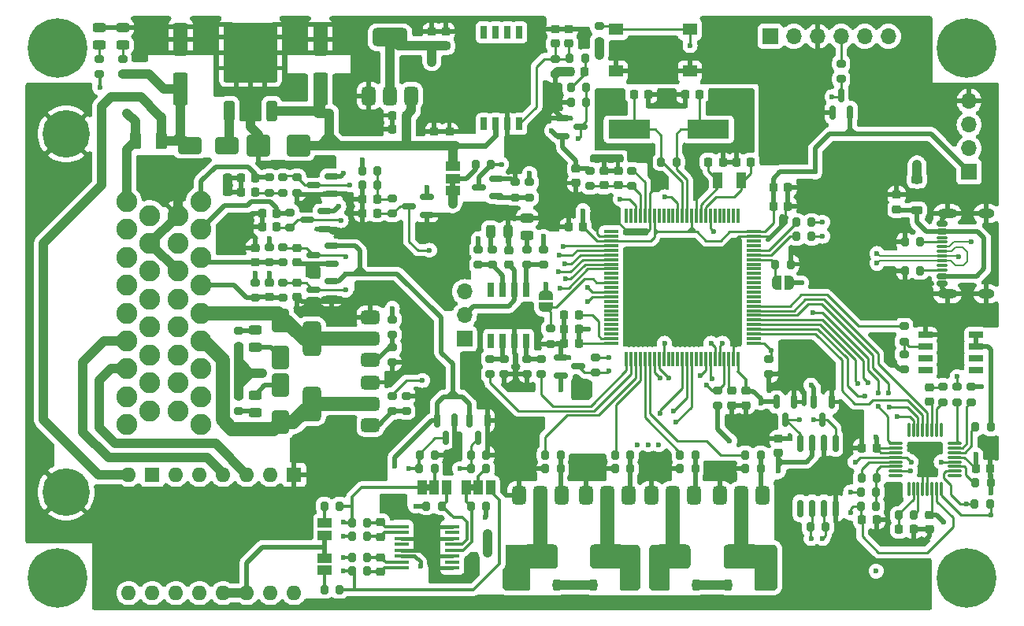
<source format=gbr>
%TF.GenerationSoftware,KiCad,Pcbnew,8.0.6*%
%TF.CreationDate,2025-01-10T15:23:21+07:00*%
%TF.ProjectId,NO2C,4e4f3243-2e6b-4696-9361-645f70636258,vD1*%
%TF.SameCoordinates,Original*%
%TF.FileFunction,Copper,L1,Top*%
%TF.FilePolarity,Positive*%
%FSLAX46Y46*%
G04 Gerber Fmt 4.6, Leading zero omitted, Abs format (unit mm)*
G04 Created by KiCad (PCBNEW 8.0.6) date 2025-01-10 15:23:21*
%MOMM*%
%LPD*%
G01*
G04 APERTURE LIST*
G04 Aperture macros list*
%AMRoundRect*
0 Rectangle with rounded corners*
0 $1 Rounding radius*
0 $2 $3 $4 $5 $6 $7 $8 $9 X,Y pos of 4 corners*
0 Add a 4 corners polygon primitive as box body*
4,1,4,$2,$3,$4,$5,$6,$7,$8,$9,$2,$3,0*
0 Add four circle primitives for the rounded corners*
1,1,$1+$1,$2,$3*
1,1,$1+$1,$4,$5*
1,1,$1+$1,$6,$7*
1,1,$1+$1,$8,$9*
0 Add four rect primitives between the rounded corners*
20,1,$1+$1,$2,$3,$4,$5,0*
20,1,$1+$1,$4,$5,$6,$7,0*
20,1,$1+$1,$6,$7,$8,$9,0*
20,1,$1+$1,$8,$9,$2,$3,0*%
%AMFreePoly0*
4,1,19,0.500000,-0.750000,0.000000,-0.750000,0.000000,-0.744911,-0.071157,-0.744911,-0.207708,-0.704816,-0.327430,-0.627875,-0.420627,-0.520320,-0.479746,-0.390866,-0.500000,-0.250000,-0.500000,0.250000,-0.479746,0.390866,-0.420627,0.520320,-0.327430,0.627875,-0.207708,0.704816,-0.071157,0.744911,0.000000,0.744911,0.000000,0.750000,0.500000,0.750000,0.500000,-0.750000,0.500000,-0.750000,
$1*%
%AMFreePoly1*
4,1,19,0.000000,0.744911,0.071157,0.744911,0.207708,0.704816,0.327430,0.627875,0.420627,0.520320,0.479746,0.390866,0.500000,0.250000,0.500000,-0.250000,0.479746,-0.390866,0.420627,-0.520320,0.327430,-0.627875,0.207708,-0.704816,0.071157,-0.744911,0.000000,-0.744911,0.000000,-0.750000,-0.500000,-0.750000,-0.500000,0.750000,0.000000,0.750000,0.000000,0.744911,0.000000,0.744911,
$1*%
G04 Aperture macros list end*
%TA.AperFunction,EtchedComponent*%
%ADD10C,0.000000*%
%TD*%
%TA.AperFunction,SMDPad,CuDef*%
%ADD11R,1.525000X0.650000*%
%TD*%
%TA.AperFunction,SMDPad,CuDef*%
%ADD12RoundRect,0.200000X0.275000X-0.200000X0.275000X0.200000X-0.275000X0.200000X-0.275000X-0.200000X0*%
%TD*%
%TA.AperFunction,ComponentPad*%
%ADD13R,1.700000X1.700000*%
%TD*%
%TA.AperFunction,ComponentPad*%
%ADD14O,1.700000X1.700000*%
%TD*%
%TA.AperFunction,SMDPad,CuDef*%
%ADD15RoundRect,0.150000X0.150000X-0.587500X0.150000X0.587500X-0.150000X0.587500X-0.150000X-0.587500X0*%
%TD*%
%TA.AperFunction,SMDPad,CuDef*%
%ADD16RoundRect,0.225000X-0.250000X0.225000X-0.250000X-0.225000X0.250000X-0.225000X0.250000X0.225000X0*%
%TD*%
%TA.AperFunction,SMDPad,CuDef*%
%ADD17RoundRect,0.225000X0.225000X0.250000X-0.225000X0.250000X-0.225000X-0.250000X0.225000X-0.250000X0*%
%TD*%
%TA.AperFunction,SMDPad,CuDef*%
%ADD18RoundRect,0.225000X-0.225000X-0.250000X0.225000X-0.250000X0.225000X0.250000X-0.225000X0.250000X0*%
%TD*%
%TA.AperFunction,SMDPad,CuDef*%
%ADD19RoundRect,0.225000X0.250000X-0.225000X0.250000X0.225000X-0.250000X0.225000X-0.250000X-0.225000X0*%
%TD*%
%TA.AperFunction,SMDPad,CuDef*%
%ADD20RoundRect,0.250000X0.550000X-1.500000X0.550000X1.500000X-0.550000X1.500000X-0.550000X-1.500000X0*%
%TD*%
%TA.AperFunction,SMDPad,CuDef*%
%ADD21RoundRect,0.150000X-0.150000X0.587500X-0.150000X-0.587500X0.150000X-0.587500X0.150000X0.587500X0*%
%TD*%
%TA.AperFunction,SMDPad,CuDef*%
%ADD22RoundRect,0.250000X1.000000X0.650000X-1.000000X0.650000X-1.000000X-0.650000X1.000000X-0.650000X0*%
%TD*%
%TA.AperFunction,SMDPad,CuDef*%
%ADD23R,1.500000X1.000000*%
%TD*%
%TA.AperFunction,SMDPad,CuDef*%
%ADD24R,1.000000X1.500000*%
%TD*%
%TA.AperFunction,SMDPad,CuDef*%
%ADD25RoundRect,0.243750X0.456250X-0.243750X0.456250X0.243750X-0.456250X0.243750X-0.456250X-0.243750X0*%
%TD*%
%TA.AperFunction,SMDPad,CuDef*%
%ADD26RoundRect,0.243750X-0.456250X0.243750X-0.456250X-0.243750X0.456250X-0.243750X0.456250X0.243750X0*%
%TD*%
%TA.AperFunction,SMDPad,CuDef*%
%ADD27RoundRect,0.243750X0.243750X0.456250X-0.243750X0.456250X-0.243750X-0.456250X0.243750X-0.456250X0*%
%TD*%
%TA.AperFunction,SMDPad,CuDef*%
%ADD28RoundRect,0.375000X0.625000X0.375000X-0.625000X0.375000X-0.625000X-0.375000X0.625000X-0.375000X0*%
%TD*%
%TA.AperFunction,SMDPad,CuDef*%
%ADD29RoundRect,0.500000X0.500000X1.400000X-0.500000X1.400000X-0.500000X-1.400000X0.500000X-1.400000X0*%
%TD*%
%TA.AperFunction,SMDPad,CuDef*%
%ADD30RoundRect,0.375000X-0.375000X0.625000X-0.375000X-0.625000X0.375000X-0.625000X0.375000X0.625000X0*%
%TD*%
%TA.AperFunction,SMDPad,CuDef*%
%ADD31RoundRect,0.500000X-1.400000X0.500000X-1.400000X-0.500000X1.400000X-0.500000X1.400000X0.500000X0*%
%TD*%
%TA.AperFunction,SMDPad,CuDef*%
%ADD32RoundRect,0.250000X0.350000X-0.850000X0.350000X0.850000X-0.350000X0.850000X-0.350000X-0.850000X0*%
%TD*%
%TA.AperFunction,SMDPad,CuDef*%
%ADD33RoundRect,0.250000X1.125000X-1.275000X1.125000X1.275000X-1.125000X1.275000X-1.125000X-1.275000X0*%
%TD*%
%TA.AperFunction,SMDPad,CuDef*%
%ADD34RoundRect,0.249997X2.650003X-2.950003X2.650003X2.950003X-2.650003X2.950003X-2.650003X-2.950003X0*%
%TD*%
%TA.AperFunction,SMDPad,CuDef*%
%ADD35RoundRect,0.200000X-0.275000X0.200000X-0.275000X-0.200000X0.275000X-0.200000X0.275000X0.200000X0*%
%TD*%
%TA.AperFunction,SMDPad,CuDef*%
%ADD36RoundRect,0.200000X-0.200000X-0.275000X0.200000X-0.275000X0.200000X0.275000X-0.200000X0.275000X0*%
%TD*%
%TA.AperFunction,SMDPad,CuDef*%
%ADD37RoundRect,0.200000X0.200000X0.275000X-0.200000X0.275000X-0.200000X-0.275000X0.200000X-0.275000X0*%
%TD*%
%TA.AperFunction,ComponentPad*%
%ADD38O,1.600000X1.600000*%
%TD*%
%TA.AperFunction,ComponentPad*%
%ADD39R,1.600000X1.600000*%
%TD*%
%TA.AperFunction,SMDPad,CuDef*%
%ADD40RoundRect,0.150000X0.587500X0.150000X-0.587500X0.150000X-0.587500X-0.150000X0.587500X-0.150000X0*%
%TD*%
%TA.AperFunction,SMDPad,CuDef*%
%ADD41RoundRect,0.250000X-0.650000X1.000000X-0.650000X-1.000000X0.650000X-1.000000X0.650000X1.000000X0*%
%TD*%
%TA.AperFunction,SMDPad,CuDef*%
%ADD42R,0.650000X1.525000*%
%TD*%
%TA.AperFunction,SMDPad,CuDef*%
%ADD43RoundRect,0.150000X-0.587500X-0.150000X0.587500X-0.150000X0.587500X0.150000X-0.587500X0.150000X0*%
%TD*%
%TA.AperFunction,SMDPad,CuDef*%
%ADD44R,1.550000X0.435000*%
%TD*%
%TA.AperFunction,ComponentPad*%
%ADD45C,2.250000*%
%TD*%
%TA.AperFunction,ComponentPad*%
%ADD46C,5.100000*%
%TD*%
%TA.AperFunction,SMDPad,CuDef*%
%ADD47R,1.550000X1.300000*%
%TD*%
%TA.AperFunction,SMDPad,CuDef*%
%ADD48RoundRect,0.225000X0.225000X0.375000X-0.225000X0.375000X-0.225000X-0.375000X0.225000X-0.375000X0*%
%TD*%
%TA.AperFunction,SMDPad,CuDef*%
%ADD49RoundRect,0.150000X-0.150000X0.800000X-0.150000X-0.800000X0.150000X-0.800000X0.150000X0.800000X0*%
%TD*%
%TA.AperFunction,SMDPad,CuDef*%
%ADD50FreePoly0,0.000000*%
%TD*%
%TA.AperFunction,SMDPad,CuDef*%
%ADD51FreePoly1,0.000000*%
%TD*%
%TA.AperFunction,SMDPad,CuDef*%
%ADD52RoundRect,0.250000X0.375000X0.625000X-0.375000X0.625000X-0.375000X-0.625000X0.375000X-0.625000X0*%
%TD*%
%TA.AperFunction,SMDPad,CuDef*%
%ADD53RoundRect,0.075000X-0.075000X0.725000X-0.075000X-0.725000X0.075000X-0.725000X0.075000X0.725000X0*%
%TD*%
%TA.AperFunction,SMDPad,CuDef*%
%ADD54RoundRect,0.075000X-0.725000X0.075000X-0.725000X-0.075000X0.725000X-0.075000X0.725000X0.075000X0*%
%TD*%
%TA.AperFunction,ComponentPad*%
%ADD55C,0.800000*%
%TD*%
%TA.AperFunction,ComponentPad*%
%ADD56C,6.400000*%
%TD*%
%TA.AperFunction,SMDPad,CuDef*%
%ADD57RoundRect,0.225000X-0.375000X0.225000X-0.375000X-0.225000X0.375000X-0.225000X0.375000X0.225000X0*%
%TD*%
%TA.AperFunction,SMDPad,CuDef*%
%ADD58RoundRect,0.225000X-0.225000X-0.375000X0.225000X-0.375000X0.225000X0.375000X-0.225000X0.375000X0*%
%TD*%
%TA.AperFunction,SMDPad,CuDef*%
%ADD59RoundRect,0.075000X0.675000X0.075000X-0.675000X0.075000X-0.675000X-0.075000X0.675000X-0.075000X0*%
%TD*%
%TA.AperFunction,SMDPad,CuDef*%
%ADD60RoundRect,0.075000X0.075000X0.675000X-0.075000X0.675000X-0.075000X-0.675000X0.075000X-0.675000X0*%
%TD*%
%TA.AperFunction,SMDPad,CuDef*%
%ADD61R,4.500000X2.000000*%
%TD*%
%TA.AperFunction,SMDPad,CuDef*%
%ADD62R,1.000000X1.800000*%
%TD*%
%TA.AperFunction,SMDPad,CuDef*%
%ADD63RoundRect,0.150000X0.425000X-0.150000X0.425000X0.150000X-0.425000X0.150000X-0.425000X-0.150000X0*%
%TD*%
%TA.AperFunction,SMDPad,CuDef*%
%ADD64RoundRect,0.075000X0.500000X-0.075000X0.500000X0.075000X-0.500000X0.075000X-0.500000X-0.075000X0*%
%TD*%
%TA.AperFunction,ComponentPad*%
%ADD65O,2.100000X1.000000*%
%TD*%
%TA.AperFunction,ComponentPad*%
%ADD66O,1.800000X1.000000*%
%TD*%
%TA.AperFunction,SMDPad,CuDef*%
%ADD67RoundRect,0.375000X0.375000X-0.625000X0.375000X0.625000X-0.375000X0.625000X-0.375000X-0.625000X0*%
%TD*%
%TA.AperFunction,SMDPad,CuDef*%
%ADD68RoundRect,0.500000X1.400000X-0.500000X1.400000X0.500000X-1.400000X0.500000X-1.400000X-0.500000X0*%
%TD*%
%TA.AperFunction,SMDPad,CuDef*%
%ADD69RoundRect,0.250000X0.650000X-1.000000X0.650000X1.000000X-0.650000X1.000000X-0.650000X-1.000000X0*%
%TD*%
%TA.AperFunction,SMDPad,CuDef*%
%ADD70FreePoly0,90.000000*%
%TD*%
%TA.AperFunction,SMDPad,CuDef*%
%ADD71FreePoly1,90.000000*%
%TD*%
%TA.AperFunction,SMDPad,CuDef*%
%ADD72R,0.690000X1.350000*%
%TD*%
%TA.AperFunction,SMDPad,CuDef*%
%ADD73RoundRect,0.250000X1.000000X0.900000X-1.000000X0.900000X-1.000000X-0.900000X1.000000X-0.900000X0*%
%TD*%
%TA.AperFunction,ViaPad*%
%ADD74C,0.600000*%
%TD*%
%TA.AperFunction,Conductor*%
%ADD75C,0.500000*%
%TD*%
%TA.AperFunction,Conductor*%
%ADD76C,0.250000*%
%TD*%
%TA.AperFunction,Conductor*%
%ADD77C,1.000000*%
%TD*%
%TA.AperFunction,Conductor*%
%ADD78C,0.600000*%
%TD*%
%TA.AperFunction,Conductor*%
%ADD79C,0.400000*%
%TD*%
%TA.AperFunction,Conductor*%
%ADD80C,0.300000*%
%TD*%
%TA.AperFunction,Conductor*%
%ADD81C,1.500000*%
%TD*%
%TA.AperFunction,Conductor*%
%ADD82C,0.200000*%
%TD*%
G04 APERTURE END LIST*
D10*
%TA.AperFunction,EtchedComponent*%
%TO.C,JP4*%
G36*
X48350000Y12950000D02*
G01*
X47850000Y12950000D01*
X47850000Y13550000D01*
X48350000Y13550000D01*
X48350000Y12950000D01*
G37*
%TD.AperFunction*%
%TA.AperFunction,EtchedComponent*%
%TO.C,JP5*%
G36*
X43600000Y12950000D02*
G01*
X43100000Y12950000D01*
X43100000Y13550000D01*
X43600000Y13550000D01*
X43600000Y12950000D01*
G37*
%TD.AperFunction*%
%TA.AperFunction,EtchedComponent*%
%TO.C,JP6*%
G36*
X46300000Y45575000D02*
G01*
X45700000Y45575000D01*
X45700000Y46075000D01*
X46300000Y46075000D01*
X46300000Y45575000D01*
G37*
%TD.AperFunction*%
%TD*%
D11*
%TO.P,IC3,1,SOURCE1*%
%TO.N,GND*%
X96788000Y29655000D03*
%TO.P,IC3,2,INPUT_1*%
%TO.N,Net-(IC3-INPUT_1)*%
X96788000Y28385000D03*
%TO.P,IC3,3,SOURCE_2*%
%TO.N,unconnected-(IC3-SOURCE_2-Pad3)*%
X96788000Y27115000D03*
%TO.P,IC3,4,INPUT_2*%
%TO.N,unconnected-(IC3-INPUT_2-Pad4)*%
X96788000Y25845000D03*
%TO.P,IC3,5,DRAIN2_1*%
%TO.N,unconnected-(IC3-DRAIN2_1-Pad5)*%
X102212000Y25845000D03*
%TO.P,IC3,6,DRAIN2_2*%
%TO.N,unconnected-(IC3-DRAIN2_2-Pad6)*%
X102212000Y27115000D03*
%TO.P,IC3,7,DRAIN1_1*%
%TO.N,HEAT-*%
X102212000Y28385000D03*
%TO.P,IC3,8,DRAIN1_2*%
X102212000Y29655000D03*
%TD*%
D12*
%TO.P,R62,1*%
%TO.N,/PA10*%
X87750000Y57175000D03*
%TO.P,R62,2*%
%TO.N,Net-(J4-Pin_4)*%
X87750000Y58825000D03*
%TD*%
D13*
%TO.P,J4,1,Pin_1*%
%TO.N,unconnected-(J4-Pin_1-Pad1)*%
X80130000Y61750000D03*
D14*
%TO.P,J4,2,Pin_2*%
%TO.N,+5V*%
X82670000Y61750000D03*
%TO.P,J4,3,Pin_3*%
%TO.N,GND*%
X85210000Y61750000D03*
%TO.P,J4,4,Pin_4*%
%TO.N,Net-(J4-Pin_4)*%
X87750000Y61750000D03*
%TO.P,J4,5,Pin_5*%
%TO.N,/PA9*%
X90290000Y61750000D03*
%TO.P,J4,6,Pin_6*%
%TO.N,unconnected-(J4-Pin_6-Pad6)*%
X92830000Y61750000D03*
%TD*%
D15*
%TO.P,D19,1,A*%
%TO.N,GND*%
X86800000Y53562500D03*
%TO.P,D19,2,K*%
%TO.N,+3.3V*%
X88700000Y53562500D03*
%TO.P,D19,3,COM*%
%TO.N,/PA10*%
X87750000Y55437500D03*
%TD*%
D16*
%TO.P,C9,1*%
%TO.N,/PA5*%
X29250000Y35250000D03*
%TO.P,C9,2*%
%TO.N,GND*%
X29250000Y33700000D03*
%TD*%
D17*
%TO.P,C12,1*%
%TO.N,GND*%
X82025000Y43500000D03*
%TO.P,C12,2*%
%TO.N,+3.3V*%
X80475000Y43500000D03*
%TD*%
D18*
%TO.P,C13,1*%
%TO.N,GND*%
X58425000Y41250000D03*
%TO.P,C13,2*%
%TO.N,+3.3V*%
X59975000Y41250000D03*
%TD*%
D17*
%TO.P,C2,1*%
%TO.N,/PA3*%
X27050000Y41250000D03*
%TO.P,C2,2*%
%TO.N,GND*%
X25500000Y41250000D03*
%TD*%
D19*
%TO.P,C3,1*%
%TO.N,Net-(IC1-VDD)*%
X52000000Y37225000D03*
%TO.P,C3,2*%
%TO.N,GND*%
X52000000Y38775000D03*
%TD*%
D17*
%TO.P,C19,1*%
%TO.N,Net-(C19-Pad1)*%
X37850000Y44250000D03*
%TO.P,C19,2*%
%TO.N,GND*%
X36300000Y44250000D03*
%TD*%
D18*
%TO.P,C15,1*%
%TO.N,GND*%
X57975000Y30250000D03*
%TO.P,C15,2*%
%TO.N,+3.3V*%
X59525000Y30250000D03*
%TD*%
D19*
%TO.P,C16,1*%
%TO.N,GND*%
X59250000Y45975000D03*
%TO.P,C16,2*%
%TO.N,+3.3V*%
X59250000Y47525000D03*
%TD*%
D20*
%TO.P,C5,1*%
%TO.N,+5V*%
X31750000Y56050000D03*
%TO.P,C5,2*%
%TO.N,GND*%
X31750000Y61450000D03*
%TD*%
D19*
%TO.P,C14,1*%
%TO.N,Net-(IC2-VOUT)*%
X57000000Y60975000D03*
%TO.P,C14,2*%
%TO.N,GND*%
X57000000Y62525000D03*
%TD*%
%TO.P,C11,1,1*%
%TO.N,Net-(U3-IN2-)*%
X38250000Y7950000D03*
%TO.P,C11,2,2*%
%TO.N,Net-(U3-IN2+)*%
X38250000Y9500000D03*
%TD*%
D21*
%TO.P,D2,1,A1*%
%TO.N,GND*%
X49700000Y20437500D03*
%TO.P,D2,2,C2*%
%TO.N,+3.3V*%
X47800000Y20437500D03*
%TO.P,D2,3,C1A2*%
%TO.N,/PD11*%
X48750000Y18562500D03*
%TD*%
D22*
%TO.P,D3,1,K*%
%TO.N,Net-(D3-K)*%
X21750000Y50000000D03*
%TO.P,D3,2,A*%
%TO.N,+12V*%
X17750000Y50000000D03*
%TD*%
D23*
%TO.P,JP2,1,1*%
%TO.N,Net-(JP2-Pad1)*%
X32250000Y4350000D03*
%TO.P,JP2,2,2*%
%TO.N,+5V*%
X32250000Y5650000D03*
%TD*%
%TO.P,JP3,1,1*%
%TO.N,Net-(JP3-Pad1)*%
X32250000Y9400000D03*
%TO.P,JP3,2,2*%
%TO.N,+5V*%
X32250000Y8100000D03*
%TD*%
D24*
%TO.P,JP4,1,A*%
%TO.N,Net-(JP4-A)*%
X47450000Y13250000D03*
%TO.P,JP4,2,C*%
%TO.N,Net-(JP4-C)*%
X48750000Y13250000D03*
%TO.P,JP4,3,B*%
%TO.N,VR1+*%
X50050000Y13250000D03*
%TD*%
%TO.P,JP5,1,A*%
%TO.N,VR2+*%
X42700000Y13250000D03*
%TO.P,JP5,2,C*%
%TO.N,Net-(JP5-C)*%
X44000000Y13250000D03*
%TO.P,JP5,3,B*%
%TO.N,Net-(JP5-B)*%
X45300000Y13250000D03*
%TD*%
D25*
%TO.P,LED1,1,K*%
%TO.N,Net-(D1-A)*%
X24750000Y28282500D03*
%TO.P,LED1,2,A*%
%TO.N,Net-(LED1-A)*%
X24750000Y30157500D03*
%TD*%
D26*
%TO.P,LED3,1,K*%
%TO.N,Net-(D15-A)*%
X24750000Y23187500D03*
%TO.P,LED3,2,A*%
%TO.N,Net-(LED3-A)*%
X24750000Y21312500D03*
%TD*%
D27*
%TO.P,LED2,1,K*%
%TO.N,GND*%
X51937500Y40750000D03*
%TO.P,LED2,2,A*%
%TO.N,Net-(LED2-A)*%
X50062500Y40750000D03*
%TD*%
D26*
%TO.P,LED4,1,K*%
%TO.N,GND*%
X54000000Y42187500D03*
%TO.P,LED4,2,A*%
%TO.N,Net-(LED4-A)*%
X54000000Y40312500D03*
%TD*%
D28*
%TO.P,Q1,1,G*%
%TO.N,Net-(Q1-G)*%
X37150000Y26950000D03*
%TO.P,Q1,2,D*%
%TO.N,/INJ1*%
X37150000Y29250000D03*
D29*
X30850000Y29250000D03*
D28*
%TO.P,Q1,3,S*%
%TO.N,GND*%
X37150000Y31550000D03*
%TD*%
%TO.P,Q2,1,G*%
%TO.N,Net-(Q2-G)*%
X37150000Y19950000D03*
%TO.P,Q2,2,D*%
%TO.N,/INJ2*%
X37150000Y22250000D03*
D29*
X30850000Y22250000D03*
D28*
%TO.P,Q2,3,S*%
%TO.N,GND*%
X37150000Y24550000D03*
%TD*%
D30*
%TO.P,Q5,1,G*%
%TO.N,Net-(Q5-G)*%
X57700000Y12400000D03*
%TO.P,Q5,2,D*%
%TO.N,/IDLE*%
X55400000Y12400000D03*
D31*
X55400000Y6100000D03*
D30*
%TO.P,Q5,3,S*%
%TO.N,GND*%
X53100000Y12400000D03*
%TD*%
%TO.P,Q6,1,G*%
%TO.N,Net-(Q6-G)*%
X64925000Y12400000D03*
%TO.P,Q6,2,D*%
%TO.N,/FUELP*%
X62625000Y12400000D03*
D31*
X62625000Y6100000D03*
D30*
%TO.P,Q6,3,S*%
%TO.N,GND*%
X60325000Y12400000D03*
%TD*%
%TO.P,Q3,1,G*%
%TO.N,Net-(Q3-G)*%
X71950000Y12400000D03*
%TO.P,Q3,2,D*%
%TO.N,/BOOST*%
X69650000Y12400000D03*
D31*
X69650000Y6100000D03*
D30*
%TO.P,Q3,3,S*%
%TO.N,GND*%
X67350000Y12400000D03*
%TD*%
%TO.P,Q4,1,G*%
%TO.N,Net-(Q4-G)*%
X79300000Y12400000D03*
%TO.P,Q4,2,D*%
%TO.N,/VVT*%
X77000000Y12400000D03*
D31*
X77000000Y6100000D03*
D30*
%TO.P,Q4,3,S*%
%TO.N,GND*%
X74700000Y12400000D03*
%TD*%
D32*
%TO.P,U1,1,IN*%
%TO.N,Net-(D3-K)*%
X21970000Y53710000D03*
D33*
%TO.P,U1,2,GND*%
%TO.N,GND*%
X22725000Y58335000D03*
X25775000Y58335000D03*
D34*
X24250000Y60010000D03*
D33*
X22725000Y61685000D03*
X25775000Y61685000D03*
D32*
%TO.P,U1,3,OUT*%
%TO.N,+5V*%
X26530000Y53710000D03*
%TD*%
D20*
%TO.P,C4,1*%
%TO.N,+12V*%
X16750000Y56050000D03*
%TO.P,C4,2*%
%TO.N,GND*%
X16750000Y61450000D03*
%TD*%
D35*
%TO.P,R7,1*%
%TO.N,Net-(Q1-G)*%
X39500000Y28325000D03*
%TO.P,R7,2*%
%TO.N,GND*%
X39500000Y26675000D03*
%TD*%
%TO.P,R9,1*%
%TO.N,+3.3V*%
X24750000Y35300000D03*
%TO.P,R9,2*%
%TO.N,/IAT*%
X24750000Y33650000D03*
%TD*%
D36*
%TO.P,R10,1*%
%TO.N,+BATT*%
X36250000Y47250000D03*
%TO.P,R10,2*%
%TO.N,Net-(C19-Pad1)*%
X37900000Y47250000D03*
%TD*%
D12*
%TO.P,R6,1*%
%TO.N,Net-(IC1-OUTB)*%
X54000000Y37175000D03*
%TO.P,R6,2*%
%TO.N,Net-(LED4-A)*%
X54000000Y38825000D03*
%TD*%
%TO.P,R3,1*%
%TO.N,Net-(IC1-OUTA)*%
X48750000Y37175000D03*
%TO.P,R3,2*%
%TO.N,/IGN1*%
X48750000Y38825000D03*
%TD*%
%TO.P,R2,1*%
%TO.N,Net-(IC1-OUTA)*%
X50250000Y37175000D03*
%TO.P,R2,2*%
%TO.N,Net-(LED2-A)*%
X50250000Y38825000D03*
%TD*%
D37*
%TO.P,R8,1*%
%TO.N,GND*%
X82325000Y37250000D03*
%TO.P,R8,2*%
%TO.N,/BOOT0*%
X80675000Y37250000D03*
%TD*%
%TO.P,R11,1*%
%TO.N,Net-(C19-Pad1)*%
X37900000Y45725000D03*
%TO.P,R11,2*%
%TO.N,GND*%
X36250000Y45725000D03*
%TD*%
D38*
%TO.P,IC4,1,P1*%
%TO.N,/ENBL*%
X11150000Y1902000D03*
%TO.P,IC4,2,P2*%
%TO.N,unconnected-(IC4-P2-Pad2)*%
X13690000Y1902000D03*
%TO.P,IC4,3,P3*%
%TO.N,unconnected-(IC4-P3-Pad3)*%
X16230000Y1902000D03*
%TO.P,IC4,4,P4*%
%TO.N,unconnected-(IC4-P4-Pad4)*%
X18770000Y1902000D03*
%TO.P,IC4,5,P5*%
%TO.N,+5V*%
X21310000Y1902000D03*
%TO.P,IC4,6,P6*%
X23850000Y1902000D03*
%TO.P,IC4,7,P7*%
%TO.N,/STEP*%
X26390000Y1902000D03*
%TO.P,IC4,8,P8*%
%TO.N,/DIR*%
X28930000Y1902000D03*
D39*
%TO.P,IC4,9,P9*%
%TO.N,GND*%
X28930000Y14602000D03*
D38*
%TO.P,IC4,10,P10*%
%TO.N,unconnected-(IC4-P10-Pad10)*%
X26390000Y14602000D03*
%TO.P,IC4,11,P11*%
%TO.N,/STP-A2*%
X23850000Y14602000D03*
%TO.P,IC4,12,P12*%
%TO.N,/STP-A1*%
X21310000Y14602000D03*
%TO.P,IC4,13,P13*%
%TO.N,/STP-B1*%
X18770000Y14602000D03*
%TO.P,IC4,14,P14*%
%TO.N,/STP-B2*%
X16230000Y14602000D03*
D39*
%TO.P,IC4,15,P15*%
%TO.N,Earth*%
X13690000Y14602000D03*
D38*
%TO.P,IC4,16,P16*%
%TO.N,+12V*%
X11150000Y14602000D03*
%TD*%
D17*
%TO.P,C1,1*%
%TO.N,/TPS*%
X27050000Y42750000D03*
%TO.P,C1,2*%
%TO.N,GND*%
X25500000Y42750000D03*
%TD*%
D35*
%TO.P,R1,1*%
%TO.N,Net-(LED1-A)*%
X23000000Y30075000D03*
%TO.P,R1,2*%
%TO.N,+12V*%
X23000000Y28425000D03*
%TD*%
%TO.P,R4,1*%
%TO.N,/TPS*%
X28525000Y42825000D03*
%TO.P,R4,2*%
%TO.N,/PA3*%
X28525000Y41175000D03*
%TD*%
D37*
%TO.P,R12,1*%
%TO.N,/TACHO*%
X50075000Y48000000D03*
%TO.P,R12,2*%
%TO.N,Net-(JP6-C)*%
X48425000Y48000000D03*
%TD*%
D35*
%TO.P,R13,1*%
%TO.N,/PD14*%
X54250000Y46075000D03*
%TO.P,R13,2*%
%TO.N,Net-(Q7-G)*%
X54250000Y44425000D03*
%TD*%
D40*
%TO.P,Q7,1,G*%
%TO.N,Net-(Q7-G)*%
X50687500Y44550000D03*
%TO.P,Q7,2,S*%
%TO.N,GND*%
X50687500Y46450000D03*
%TO.P,Q7,3,D*%
%TO.N,/TACHO*%
X48812500Y45500000D03*
%TD*%
D18*
%TO.P,C22,1*%
%TO.N,GND*%
X57975000Y28750000D03*
%TO.P,C22,2*%
%TO.N,+3.3V*%
X59525000Y28750000D03*
%TD*%
D35*
%TO.P,R14,1*%
%TO.N,Net-(IC1-INA)*%
X50000000Y27075000D03*
%TO.P,R14,2*%
%TO.N,/PD13*%
X50000000Y25425000D03*
%TD*%
D19*
%TO.P,C8,1*%
%TO.N,/IAT*%
X26250000Y33700000D03*
%TO.P,C8,2*%
%TO.N,GND*%
X26250000Y35250000D03*
%TD*%
D17*
%TO.P,C21,1*%
%TO.N,GND*%
X82025000Y45500000D03*
%TO.P,C21,2*%
%TO.N,+3.3V*%
X80475000Y45500000D03*
%TD*%
%TO.P,C20,1*%
%TO.N,/PA1*%
X37850000Y42750000D03*
%TO.P,C20,2*%
%TO.N,GND*%
X36300000Y42750000D03*
%TD*%
D12*
%TO.P,R5,1*%
%TO.N,Net-(Q1-G)*%
X39500000Y29675000D03*
%TO.P,R5,2*%
%TO.N,/PD8*%
X39500000Y31325000D03*
%TD*%
D41*
%TO.P,D1,1,K*%
%TO.N,/INJ1*%
X27500000Y31220000D03*
%TO.P,D1,2,A*%
%TO.N,Net-(D1-A)*%
X27500000Y27220000D03*
%TD*%
D42*
%TO.P,IC1,1,NC_1*%
%TO.N,unconnected-(IC1-NC_1-Pad1)*%
X50095000Y29038000D03*
%TO.P,IC1,2,INA*%
%TO.N,Net-(IC1-INA)*%
X51365000Y29038000D03*
%TO.P,IC1,3,GND*%
%TO.N,GND*%
X52635000Y29038000D03*
%TO.P,IC1,4,INB*%
%TO.N,Net-(IC1-INB)*%
X53905000Y29038000D03*
%TO.P,IC1,5,OUTB*%
%TO.N,Net-(IC1-OUTB)*%
X53905000Y34462000D03*
%TO.P,IC1,6,VDD*%
%TO.N,Net-(IC1-VDD)*%
X52635000Y34462000D03*
%TO.P,IC1,7,OUTA*%
%TO.N,Net-(IC1-OUTA)*%
X51365000Y34462000D03*
%TO.P,IC1,8,NC_2*%
%TO.N,unconnected-(IC1-NC_2-Pad8)*%
X50095000Y34462000D03*
%TD*%
D40*
%TO.P,D6,1,A*%
%TO.N,GND*%
X32212500Y41050000D03*
%TO.P,D6,2,K*%
%TO.N,+3.3V*%
X32212500Y42950000D03*
%TO.P,D6,3,COM*%
%TO.N,/PA3*%
X30337500Y42000000D03*
%TD*%
D43*
%TO.P,D5,1,A*%
%TO.N,GND*%
X57625000Y27200000D03*
%TO.P,D5,2,K*%
%TO.N,+3.3V*%
X57625000Y25300000D03*
%TO.P,D5,3,COM*%
%TO.N,Net-(D5-COM)*%
X59500000Y26250000D03*
%TD*%
D12*
%TO.P,R15,1*%
%TO.N,Net-(D5-COM)*%
X61375000Y25575000D03*
%TO.P,R15,2*%
%TO.N,/LAUNCH*%
X61375000Y27225000D03*
%TD*%
D19*
%TO.P,C18,1*%
%TO.N,+5V*%
X45633000Y49955000D03*
%TO.P,C18,2*%
%TO.N,GND*%
X45633000Y51505000D03*
%TD*%
%TO.P,C17,1*%
%TO.N,+5V*%
X44000000Y49975000D03*
%TO.P,C17,2*%
%TO.N,GND*%
X44000000Y51525000D03*
%TD*%
D18*
%TO.P,C28,1*%
%TO.N,GND*%
X57975000Y31750000D03*
%TO.P,C28,2*%
%TO.N,Net-(U2-VCAP_1)*%
X59525000Y31750000D03*
%TD*%
D36*
%TO.P,R34,1,1*%
%TO.N,Net-(JP4-A)*%
X47925000Y11250000D03*
%TO.P,R34,2,2*%
%TO.N,+3.3V*%
X49575000Y11250000D03*
%TD*%
D40*
%TO.P,D8,1,A*%
%TO.N,GND*%
X32937500Y37300000D03*
%TO.P,D8,2,K*%
%TO.N,+3.3V*%
X32937500Y39200000D03*
%TO.P,D8,3,COM*%
%TO.N,/PA4*%
X31062500Y38250000D03*
%TD*%
D43*
%TO.P,D17,1,A*%
%TO.N,GND*%
X57812500Y52950000D03*
%TO.P,D17,2,K*%
%TO.N,+3.3V*%
X57812500Y51050000D03*
%TO.P,D17,3,COM*%
%TO.N,/PA0*%
X59687500Y52000000D03*
%TD*%
D21*
%TO.P,D20,1,A*%
%TO.N,GND*%
X86700000Y22437500D03*
%TO.P,D20,2,K*%
%TO.N,+3.3V*%
X84800000Y22437500D03*
%TO.P,D20,3,COM*%
%TO.N,Net-(D20-COM)*%
X85750000Y20562500D03*
%TD*%
D18*
%TO.P,C31,1*%
%TO.N,GND*%
X76475000Y48250000D03*
%TO.P,C31,2*%
%TO.N,Net-(U2-PC14)*%
X78025000Y48250000D03*
%TD*%
%TO.P,C36,1*%
%TO.N,Net-(U7-CF)*%
X93975000Y8750000D03*
%TO.P,C36,2*%
%TO.N,GND*%
X95525000Y8750000D03*
%TD*%
D35*
%TO.P,R84,1*%
%TO.N,/HEAT_OUT-*%
X94500000Y30575000D03*
%TO.P,R84,2*%
%TO.N,Net-(IC3-INPUT_1)*%
X94500000Y28925000D03*
%TD*%
D12*
%TO.P,R33,1*%
%TO.N,Net-(Q2-G)*%
X41000000Y21425000D03*
%TO.P,R33,2*%
%TO.N,GND*%
X41000000Y23075000D03*
%TD*%
D44*
%TO.P,U3,1,INT_THRS1*%
%TO.N,GND*%
X45950000Y4576000D03*
%TO.P,U3,2,EXT1*%
%TO.N,unconnected-(U3-EXT1-Pad2)*%
X45950000Y5210000D03*
%TO.P,U3,3,BIAS1*%
%TO.N,GND*%
X45950000Y5846000D03*
%TO.P,U3,4,COUT1*%
%TO.N,Net-(JP4-A)*%
X45950000Y6480000D03*
%TO.P,U3,5,COUT2*%
%TO.N,Net-(JP5-B)*%
X45950000Y7116000D03*
%TO.P,U3,6,BIAS2*%
%TO.N,GND*%
X45950000Y7750000D03*
%TO.P,U3,7,EXT2*%
%TO.N,unconnected-(U3-EXT2-Pad7)*%
X45950000Y8386000D03*
%TO.P,U3,8,INT_THRS2*%
%TO.N,GND*%
X45950000Y9020000D03*
%TO.P,U3,9,IN2+*%
%TO.N,Net-(U3-IN2+)*%
X40500000Y9020000D03*
%TO.P,U3,10,IN2-*%
%TO.N,Net-(U3-IN2-)*%
X40500000Y8386000D03*
%TO.P,U3,11,GND*%
%TO.N,GND*%
X40500000Y7750000D03*
%TO.P,U3,12,DIRN*%
%TO.N,unconnected-(U3-DIRN-Pad12)*%
X40500000Y7116000D03*
%TO.P,U3,13,ZERO_EN*%
%TO.N,GND*%
X40500000Y6480000D03*
%TO.P,U3,14,VCC*%
%TO.N,+5V*%
X40500000Y5846000D03*
%TO.P,U3,15,IN1-*%
%TO.N,Net-(U3-IN1-)*%
X40500000Y5210000D03*
%TO.P,U3,16,IN1+*%
%TO.N,Net-(U3-IN1+)*%
X40500000Y4576000D03*
%TD*%
D40*
%TO.P,D18,1,A*%
%TO.N,GND*%
X43187500Y42550000D03*
%TO.P,D18,2,K*%
%TO.N,+3.3V*%
X43187500Y44450000D03*
%TO.P,D18,3,COM*%
%TO.N,/PA1*%
X41312500Y43500000D03*
%TD*%
D45*
%TO.P,J1,1,1*%
%TO.N,+BATT*%
X10937500Y44000000D03*
%TO.P,J1,2,2*%
%TO.N,VR1+*%
X10937500Y41000000D03*
%TO.P,J1,3,3*%
%TO.N,/VR1-*%
X10937500Y38000000D03*
%TO.P,J1,4,4*%
%TO.N,/IGN1*%
X10937500Y35000000D03*
%TO.P,J1,5,5*%
%TO.N,/IGN2*%
X10937500Y32000000D03*
%TO.P,J1,6,6*%
%TO.N,/STP-A1*%
X10937500Y29000000D03*
%TO.P,J1,7,7*%
%TO.N,/STP-A2*%
X10937500Y26000000D03*
%TO.P,J1,8,8*%
%TO.N,/STP-B2*%
X10937500Y23000000D03*
%TO.P,J1,9,9*%
%TO.N,/STP-B1*%
X10937500Y20000000D03*
%TO.P,J1,10,10*%
%TO.N,+5V*%
X13437500Y42500000D03*
%TO.P,J1,11,11*%
%TO.N,GND*%
X13437500Y39500000D03*
%TO.P,J1,12,12*%
%TO.N,/VR2-*%
X13437500Y36500000D03*
%TO.P,J1,13,13*%
%TO.N,VR2+*%
X13437500Y33500000D03*
%TO.P,J1,14,14*%
%TO.N,/TACHO*%
X13437500Y30500000D03*
%TO.P,J1,15,15*%
%TO.N,IP*%
X13437500Y27500000D03*
%TO.P,J1,16,16*%
%TO.N,IA*%
X13437500Y24500000D03*
%TO.P,J1,17,17*%
%TO.N,/IDLE*%
X13437500Y21500000D03*
%TO.P,J1,18,18*%
%TO.N,GND*%
X16437500Y42500000D03*
%TO.P,J1,19,19*%
%TO.N,/LAUNCH*%
X16437500Y39500000D03*
%TO.P,J1,20,20*%
%TO.N,GND*%
X16437500Y36500000D03*
%TO.P,J1,21,21*%
%TO.N,UN*%
X16437500Y33500000D03*
%TO.P,J1,22,22*%
%TO.N,VM*%
X16437500Y30500000D03*
%TO.P,J1,23,23*%
%TO.N,HEAT-*%
X16437500Y27500000D03*
%TO.P,J1,24,24*%
%TO.N,CANH*%
X16437500Y24500000D03*
%TO.P,J1,25,25*%
%TO.N,CANL*%
X16437500Y21500000D03*
%TO.P,J1,26,26*%
%TO.N,/O2*%
X18937500Y44000000D03*
%TO.P,J1,27,27*%
%TO.N,/TPS*%
X18937500Y41000000D03*
%TO.P,J1,28,28*%
%TO.N,/CLT*%
X18937500Y38000000D03*
%TO.P,J1,29,29*%
%TO.N,/IAT*%
X18937500Y35000000D03*
%TO.P,J1,30,30*%
%TO.N,/INJ1*%
X18937500Y32000000D03*
%TO.P,J1,31,31*%
%TO.N,/INJ2*%
X18937500Y29000000D03*
%TO.P,J1,32,32*%
%TO.N,/VVT*%
X18937500Y26000000D03*
%TO.P,J1,33,33*%
%TO.N,/BOOST*%
X18937500Y23000000D03*
%TO.P,J1,34,34*%
%TO.N,/FUELP*%
X18937500Y20000000D03*
D46*
%TO.P,J1,MH1,MH1*%
%TO.N,GND*%
X4437500Y51250000D03*
%TO.P,J1,MH2,MH2*%
X4437500Y12750000D03*
%TD*%
D35*
%TO.P,R19,1*%
%TO.N,Net-(IC1-INA)*%
X51500000Y27075000D03*
%TO.P,R19,2*%
%TO.N,GND*%
X51500000Y25425000D03*
%TD*%
D36*
%TO.P,R21,1*%
%TO.N,/PD10*%
X42425000Y16750000D03*
%TO.P,R21,2*%
%TO.N,GND*%
X44075000Y16750000D03*
%TD*%
D19*
%TO.P,C39,1*%
%TO.N,VBUS*%
X93700000Y43175000D03*
%TO.P,C39,2*%
%TO.N,GND*%
X93700000Y44725000D03*
%TD*%
D37*
%TO.P,R42,1*%
%TO.N,Net-(Q4-G)*%
X79075000Y16750000D03*
%TO.P,R42,2*%
%TO.N,/PD6*%
X77425000Y16750000D03*
%TD*%
D13*
%TO.P,P1,1,Pin_1*%
%TO.N,+3.3V*%
X101500000Y47170000D03*
D14*
%TO.P,P1,2,Pin_2*%
%TO.N,/SWDIO*%
X101500000Y49710000D03*
%TO.P,P1,3,Pin_3*%
%TO.N,/SWCLK*%
X101500000Y52250000D03*
%TO.P,P1,4,Pin_4*%
%TO.N,GND*%
X101500000Y54790000D03*
%TD*%
D37*
%TO.P,R75,1*%
%TO.N,Net-(U7-RF)*%
X95575000Y10250000D03*
%TO.P,R75,2*%
%TO.N,Net-(U7-CF)*%
X93925000Y10250000D03*
%TD*%
%TO.P,R77,1*%
%TO.N,GND*%
X103825000Y13750000D03*
%TO.P,R77,2*%
%TO.N,Net-(U7-OSZ)*%
X102175000Y13750000D03*
%TD*%
%TO.P,R44,1*%
%TO.N,Net-(Q5-G)*%
X57575000Y16750000D03*
%TO.P,R44,2*%
%TO.N,/PD5*%
X55925000Y16750000D03*
%TD*%
D12*
%TO.P,R85,1*%
%TO.N,GND*%
X94500000Y25925000D03*
%TO.P,R85,2*%
%TO.N,Net-(IC3-INPUT_1)*%
X94500000Y27575000D03*
%TD*%
D35*
%TO.P,R66,1*%
%TO.N,/BOOT1*%
X56500000Y30325000D03*
%TO.P,R66,2*%
%TO.N,GND*%
X56500000Y28675000D03*
%TD*%
D21*
%TO.P,D14,1,A1*%
%TO.N,GND*%
X46200000Y20437500D03*
%TO.P,D14,2,C2*%
%TO.N,+3.3V*%
X44300000Y20437500D03*
%TO.P,D14,3,C1A2*%
%TO.N,/PD10*%
X45250000Y18562500D03*
%TD*%
D47*
%TO.P,SW1,1,1*%
%TO.N,GND*%
X71475000Y58000000D03*
X63525000Y58000000D03*
%TO.P,SW1,2,2*%
%TO.N,Net-(U2-NRST)*%
X71475000Y62500000D03*
X63525000Y62500000D03*
%TD*%
D48*
%TO.P,D9,1,K*%
%TO.N,+12V*%
X72150000Y2750000D03*
%TO.P,D9,2,A*%
%TO.N,/BOOST*%
X68850000Y2750000D03*
%TD*%
D36*
%TO.P,R59,1*%
%TO.N,Net-(C35-Pad1)*%
X58675000Y56250000D03*
%TO.P,R59,2*%
%TO.N,/PA0*%
X60325000Y56250000D03*
%TD*%
D21*
%TO.P,D21,1,A*%
%TO.N,GND*%
X82700000Y22437500D03*
%TO.P,D21,2,K*%
%TO.N,+3.3V*%
X80800000Y22437500D03*
%TO.P,D21,3,COM*%
%TO.N,Net-(D21-COM)*%
X81750000Y20562500D03*
%TD*%
D19*
%TO.P,C42,1*%
%TO.N,+3.3V*%
X43740000Y60725000D03*
%TO.P,C42,2*%
%TO.N,GND*%
X43740000Y62275000D03*
%TD*%
D49*
%TO.P,U5,1,txd*%
%TO.N,Net-(D20-COM)*%
X87155000Y18000000D03*
%TO.P,U5,2,gnd*%
%TO.N,GND*%
X85885000Y18000000D03*
%TO.P,U5,3,vcc*%
%TO.N,+5V*%
X84615000Y18000000D03*
%TO.P,U5,4,rxd*%
%TO.N,Net-(D21-COM)*%
X83345000Y18000000D03*
%TO.P,U5,5,Vref*%
%TO.N,unconnected-(U5-Vref-Pad5)*%
X83345000Y11000000D03*
%TO.P,U5,6,CANL*%
%TO.N,CANL*%
X84615000Y11000000D03*
%TO.P,U5,7,CANH*%
%TO.N,CANH*%
X85885000Y11000000D03*
%TO.P,U5,8,S*%
%TO.N,GND*%
X87155000Y11000000D03*
%TD*%
D12*
%TO.P,R39,1*%
%TO.N,VDA*%
X65250000Y45675000D03*
%TO.P,R39,2*%
%TO.N,Net-(U2-VREF+)*%
X65250000Y47325000D03*
%TD*%
%TO.P,R36,1*%
%TO.N,/IAT*%
X27750000Y33650000D03*
%TO.P,R36,2*%
%TO.N,/PA5*%
X27750000Y35300000D03*
%TD*%
D17*
%TO.P,C40,1*%
%TO.N,+5V*%
X41025000Y51750000D03*
%TO.P,C40,2*%
%TO.N,GND*%
X39475000Y51750000D03*
%TD*%
D48*
%TO.P,D12,1,K*%
%TO.N,+12V*%
X57150000Y2750000D03*
%TO.P,D12,2,A*%
%TO.N,/IDLE*%
X53850000Y2750000D03*
%TD*%
D50*
%TO.P,JP7,1,A*%
%TO.N,/BOOT0*%
X80850000Y35250000D03*
D51*
%TO.P,JP7,2,B*%
%TO.N,+3.3V*%
X82150000Y35250000D03*
%TD*%
D12*
%TO.P,R38,1*%
%TO.N,VDA*%
X60750000Y45675000D03*
%TO.P,R38,2*%
%TO.N,+3.3V*%
X60750000Y47325000D03*
%TD*%
D52*
%TO.P,F1,1*%
%TO.N,+12V*%
X14650000Y50500000D03*
%TO.P,F1,2*%
%TO.N,+BATT*%
X11850000Y50500000D03*
%TD*%
D16*
%TO.P,C25,1*%
%TO.N,GND*%
X62250000Y47275000D03*
%TO.P,C25,2*%
%TO.N,VDA*%
X62250000Y45725000D03*
%TD*%
D36*
%TO.P,R73,1*%
%TO.N,/PB8*%
X82925000Y40250000D03*
%TO.P,R73,2*%
%TO.N,Net-(D21-COM)*%
X84575000Y40250000D03*
%TD*%
%TO.P,R86,1*%
%TO.N,DIAHD*%
X102175000Y19750000D03*
%TO.P,R86,2*%
%TO.N,HEAT-*%
X103825000Y19750000D03*
%TD*%
D18*
%TO.P,C48,1*%
%TO.N,GND*%
X89975000Y17500000D03*
%TO.P,C48,2*%
%TO.N,+5V*%
X91525000Y17500000D03*
%TD*%
D16*
%TO.P,C10,1,1*%
%TO.N,Net-(U3-IN1-)*%
X38250000Y5750000D03*
%TO.P,C10,2,2*%
%TO.N,Net-(U3-IN1+)*%
X38250000Y4200000D03*
%TD*%
D17*
%TO.P,C32,1*%
%TO.N,/O2*%
X24775000Y46500000D03*
%TO.P,C32,2*%
%TO.N,GND*%
X23225000Y46500000D03*
%TD*%
D35*
%TO.P,R51,1*%
%TO.N,Net-(C19-Pad1)*%
X39490000Y44325000D03*
%TO.P,R51,2*%
%TO.N,/PA1*%
X39490000Y42675000D03*
%TD*%
D36*
%TO.P,R20,1*%
%TO.N,/PD11*%
X47925000Y16750000D03*
%TO.P,R20,2*%
%TO.N,GND*%
X49575000Y16750000D03*
%TD*%
D26*
%TO.P,LED6,1,K*%
%TO.N,GND*%
X8000000Y62687500D03*
%TO.P,LED6,2,A*%
%TO.N,Net-(LED6-A)*%
X8000000Y60812500D03*
%TD*%
D16*
%TO.P,C7,1*%
%TO.N,/PA4*%
X29250000Y39025000D03*
%TO.P,C7,2*%
%TO.N,GND*%
X29250000Y37475000D03*
%TD*%
D36*
%TO.P,R70,1*%
%TO.N,CANL*%
X84425000Y9000000D03*
%TO.P,R70,2*%
%TO.N,CANH*%
X86075000Y9000000D03*
%TD*%
D53*
%TO.P,U2,1,PE2*%
%TO.N,unconnected-(U2-PE2-Pad1)*%
X76675000Y42425000D03*
%TO.P,U2,2,PE3*%
%TO.N,unconnected-(U2-PE3-Pad2)*%
X76175000Y42425000D03*
%TO.P,U2,3,PE4*%
%TO.N,unconnected-(U2-PE4-Pad3)*%
X75675000Y42425000D03*
%TO.P,U2,4,PE5*%
%TO.N,unconnected-(U2-PE5-Pad4)*%
X75175000Y42425000D03*
%TO.P,U2,5,PE6*%
%TO.N,unconnected-(U2-PE6-Pad5)*%
X74675000Y42425000D03*
%TO.P,U2,6,VBAT*%
%TO.N,unconnected-(U2-VBAT-Pad6)*%
X74175000Y42425000D03*
%TO.P,U2,7,PC13*%
%TO.N,/SS3*%
X73675000Y42425000D03*
%TO.P,U2,8,PC14*%
%TO.N,Net-(U2-PC14)*%
X73175000Y42425000D03*
%TO.P,U2,9,PC15*%
%TO.N,Net-(U2-PC15)*%
X72675000Y42425000D03*
%TO.P,U2,10,VSS*%
%TO.N,GND*%
X72175000Y42425000D03*
%TO.P,U2,11,VDD*%
%TO.N,+3.3V*%
X71675000Y42425000D03*
%TO.P,U2,12,PH0*%
%TO.N,Net-(U2-PH0)*%
X71175000Y42425000D03*
%TO.P,U2,13,PH1*%
%TO.N,Net-(U2-PH1)*%
X70675000Y42425000D03*
%TO.P,U2,14,NRST*%
%TO.N,Net-(U2-NRST)*%
X70175000Y42425000D03*
%TO.P,U2,15,PC0*%
%TO.N,unconnected-(U2-PC0-Pad15)*%
X69675000Y42425000D03*
%TO.P,U2,16,PC1*%
%TO.N,unconnected-(U2-PC1-Pad16)*%
X69175000Y42425000D03*
%TO.P,U2,17,PC2*%
%TO.N,unconnected-(U2-PC2-Pad17)*%
X68675000Y42425000D03*
%TO.P,U2,18,PC3*%
%TO.N,unconnected-(U2-PC3-Pad18)*%
X68175000Y42425000D03*
%TO.P,U2,19,VDD*%
%TO.N,+3.3V*%
X67675000Y42425000D03*
%TO.P,U2,20,VSSA*%
%TO.N,GND*%
X67175000Y42425000D03*
%TO.P,U2,21,VREF+*%
%TO.N,Net-(U2-VREF+)*%
X66675000Y42425000D03*
%TO.P,U2,22,VDDA*%
%TO.N,VDA*%
X66175000Y42425000D03*
%TO.P,U2,23,PA0*%
%TO.N,/PA0*%
X65675000Y42425000D03*
%TO.P,U2,24,PA1*%
%TO.N,unconnected-(U2-PA1-Pad24)*%
X65175000Y42425000D03*
%TO.P,U2,25,PA2*%
%TO.N,unconnected-(U2-PA2-Pad25)*%
X64675000Y42425000D03*
D54*
%TO.P,U2,26,PA3*%
%TO.N,unconnected-(U2-PA3-Pad26)*%
X63000000Y40750000D03*
%TO.P,U2,27,VSS*%
%TO.N,GND*%
X63000000Y40250000D03*
%TO.P,U2,28,VDD*%
%TO.N,+3.3V*%
X63000000Y39750000D03*
%TO.P,U2,29,PA4*%
%TO.N,/PA1*%
X63000000Y39250000D03*
%TO.P,U2,30,PA5*%
%TO.N,/PA2*%
X63000000Y38750000D03*
%TO.P,U2,31,PA6*%
%TO.N,/PA3*%
X63000000Y38250000D03*
%TO.P,U2,32,PA7*%
%TO.N,/PA4*%
X63000000Y37750000D03*
%TO.P,U2,33,PC4*%
%TO.N,/PA5*%
X63000000Y37250000D03*
%TO.P,U2,34,PC5*%
%TO.N,/PD14*%
X63000000Y36750000D03*
%TO.P,U2,35,PB0*%
%TO.N,/F_CS*%
X63000000Y36250000D03*
%TO.P,U2,36,PB1*%
%TO.N,unconnected-(U2-PB1-Pad36)*%
X63000000Y35750000D03*
%TO.P,U2,37,PB2*%
%TO.N,/BOOT1*%
X63000000Y35250000D03*
%TO.P,U2,38,PE7*%
%TO.N,unconnected-(U2-PE7-Pad38)*%
X63000000Y34750000D03*
%TO.P,U2,39,PE8*%
%TO.N,/PD8*%
X63000000Y34250000D03*
%TO.P,U2,40,PE9*%
%TO.N,/PD9*%
X63000000Y33750000D03*
%TO.P,U2,41,PE10*%
%TO.N,unconnected-(U2-PE10-Pad41)*%
X63000000Y33250000D03*
%TO.P,U2,42,PE11*%
%TO.N,unconnected-(U2-PE11-Pad42)*%
X63000000Y32750000D03*
%TO.P,U2,43,PE12*%
%TO.N,unconnected-(U2-PE12-Pad43)*%
X63000000Y32250000D03*
%TO.P,U2,44,PE13*%
%TO.N,unconnected-(U2-PE13-Pad44)*%
X63000000Y31750000D03*
%TO.P,U2,45,PE14*%
%TO.N,unconnected-(U2-PE14-Pad45)*%
X63000000Y31250000D03*
%TO.P,U2,46,PE15*%
%TO.N,unconnected-(U2-PE15-Pad46)*%
X63000000Y30750000D03*
%TO.P,U2,47,PB10*%
%TO.N,/SCL*%
X63000000Y30250000D03*
%TO.P,U2,48,PB11*%
%TO.N,/SDA*%
X63000000Y29750000D03*
%TO.P,U2,49,VCAP_1*%
%TO.N,Net-(U2-VCAP_1)*%
X63000000Y29250000D03*
%TO.P,U2,50,VDD*%
%TO.N,+3.3V*%
X63000000Y28750000D03*
D53*
%TO.P,U2,51,PB12*%
%TO.N,/PD12*%
X64675000Y27075000D03*
%TO.P,U2,52,PB13*%
%TO.N,/PD13*%
X65175000Y27075000D03*
%TO.P,U2,53,PB14*%
%TO.N,/PD5*%
X65675000Y27075000D03*
%TO.P,U2,54,PB15*%
%TO.N,/PD4*%
X66175000Y27075000D03*
%TO.P,U2,55,PD8*%
%TO.N,/PD7*%
X66675000Y27075000D03*
%TO.P,U2,56,PD9*%
%TO.N,/PD6*%
X67175000Y27075000D03*
%TO.P,U2,57,PD10*%
%TO.N,/PD10*%
X67675000Y27075000D03*
%TO.P,U2,58,PD11*%
%TO.N,/PD11*%
X68175000Y27075000D03*
%TO.P,U2,59,PD12*%
%TO.N,Net-(D5-COM)*%
X68675000Y27075000D03*
%TO.P,U2,60,PD13*%
%TO.N,unconnected-(U2-PD13-Pad60)*%
X69175000Y27075000D03*
%TO.P,U2,61,PD14*%
%TO.N,unconnected-(U2-PD14-Pad61)*%
X69675000Y27075000D03*
%TO.P,U2,62,PD15*%
%TO.N,/PD15*%
X70175000Y27075000D03*
%TO.P,U2,63,PC6*%
%TO.N,/ENBL*%
X70675000Y27075000D03*
%TO.P,U2,64,PC7*%
%TO.N,/STEP*%
X71175000Y27075000D03*
%TO.P,U2,65,PC8*%
%TO.N,/DIR*%
X71675000Y27075000D03*
%TO.P,U2,66,PC9*%
%TO.N,unconnected-(U2-PC9-Pad66)*%
X72175000Y27075000D03*
%TO.P,U2,67,PA8*%
%TO.N,unconnected-(U2-PA8-Pad67)*%
X72675000Y27075000D03*
%TO.P,U2,68,PA9*%
%TO.N,/PA9*%
X73175000Y27075000D03*
%TO.P,U2,69,PA10*%
%TO.N,/PA10*%
X73675000Y27075000D03*
%TO.P,U2,70,PA11*%
%TO.N,/USB_D-*%
X74175000Y27075000D03*
%TO.P,U2,71,PA12*%
%TO.N,/USB_D+*%
X74675000Y27075000D03*
%TO.P,U2,72,PA13*%
%TO.N,/SWDIO*%
X75175000Y27075000D03*
%TO.P,U2,73,VCAP_2*%
%TO.N,Net-(U2-VCAP_2)*%
X75675000Y27075000D03*
%TO.P,U2,74,VSS*%
%TO.N,GND*%
X76175000Y27075000D03*
%TO.P,U2,75,VDD*%
%TO.N,+3.3V*%
X76675000Y27075000D03*
D54*
%TO.P,U2,76,PA14*%
%TO.N,/SWCLK*%
X78350000Y28750000D03*
%TO.P,U2,77,PA15*%
%TO.N,unconnected-(U2-PA15-Pad77)*%
X78350000Y29250000D03*
%TO.P,U2,78,PC10*%
%TO.N,/SPI3_SCK*%
X78350000Y29750000D03*
%TO.P,U2,79,PC11*%
%TO.N,/SPI3_MISO*%
X78350000Y30250000D03*
%TO.P,U2,80,PC12*%
%TO.N,/SPI3_MOSI*%
X78350000Y30750000D03*
%TO.P,U2,81,PD0*%
%TO.N,/DIAHG*%
X78350000Y31250000D03*
%TO.P,U2,82,PD1*%
%TO.N,/UA*%
X78350000Y31750000D03*
%TO.P,U2,83,PD2*%
%TO.N,/UR*%
X78350000Y32250000D03*
%TO.P,U2,84,PD3*%
%TO.N,/HEAT_OUT-*%
X78350000Y32750000D03*
%TO.P,U2,85,PD4*%
%TO.N,unconnected-(U2-PD4-Pad85)*%
X78350000Y33250000D03*
%TO.P,U2,86,PD5*%
%TO.N,unconnected-(U2-PD5-Pad86)*%
X78350000Y33750000D03*
%TO.P,U2,87,PD6*%
%TO.N,unconnected-(U2-PD6-Pad87)*%
X78350000Y34250000D03*
%TO.P,U2,88,PD7*%
%TO.N,unconnected-(U2-PD7-Pad88)*%
X78350000Y34750000D03*
%TO.P,U2,89,PB3*%
%TO.N,/SPI1_SCK*%
X78350000Y35250000D03*
%TO.P,U2,90,PB4*%
%TO.N,/SPI1_MISO*%
X78350000Y35750000D03*
%TO.P,U2,91,PB5*%
%TO.N,/SPI1_MOSI*%
X78350000Y36250000D03*
%TO.P,U2,92,PB6*%
%TO.N,unconnected-(U2-PB6-Pad92)*%
X78350000Y36750000D03*
%TO.P,U2,93,PB7*%
%TO.N,unconnected-(U2-PB7-Pad93)*%
X78350000Y37250000D03*
%TO.P,U2,94,BOOT0*%
%TO.N,/BOOT0*%
X78350000Y37750000D03*
%TO.P,U2,95,PB8*%
%TO.N,/PB8*%
X78350000Y38250000D03*
%TO.P,U2,96,PB9*%
%TO.N,/PB9*%
X78350000Y38750000D03*
%TO.P,U2,97,PE0*%
%TO.N,unconnected-(U2-PE0-Pad97)*%
X78350000Y39250000D03*
%TO.P,U2,98,PE1*%
%TO.N,unconnected-(U2-PE1-Pad98)*%
X78350000Y39750000D03*
%TO.P,U2,99,VSS*%
%TO.N,GND*%
X78350000Y40250000D03*
%TO.P,U2,100,VDD*%
%TO.N,+3.3V*%
X78350000Y40750000D03*
%TD*%
D55*
%TO.P,REF\u002A\u002A,1*%
%TO.N,N/C*%
X1100000Y60500000D03*
X1802944Y62197056D03*
X1802944Y58802944D03*
X3500000Y62900000D03*
D56*
X3500000Y60500000D03*
D55*
X3500000Y58100000D03*
X5197056Y62197056D03*
X5197056Y58802944D03*
X5900000Y60500000D03*
%TD*%
D17*
%TO.P,C37,1*%
%TO.N,GND*%
X91525000Y9750000D03*
%TO.P,C37,2*%
%TO.N,UN*%
X89975000Y9750000D03*
%TD*%
D12*
%TO.P,R29,1*%
%TO.N,Net-(IC1-OUTB)*%
X55750000Y37175000D03*
%TO.P,R29,2*%
%TO.N,/IGN2*%
X55750000Y38825000D03*
%TD*%
D57*
%TO.P,D4,1,K*%
%TO.N,+5V*%
X95900000Y46350000D03*
%TO.P,D4,2,A*%
%TO.N,VBUS*%
X95900000Y43050000D03*
%TD*%
D37*
%TO.P,R52,1*%
%TO.N,Net-(Q3-G)*%
X72075000Y15250000D03*
%TO.P,R52,2*%
%TO.N,GND*%
X70425000Y15250000D03*
%TD*%
%TO.P,R37,1*%
%TO.N,Net-(Q3-G)*%
X72075000Y16750000D03*
%TO.P,R37,2*%
%TO.N,/PD7*%
X70425000Y16750000D03*
%TD*%
D12*
%TO.P,R57,1*%
%TO.N,GND*%
X29250000Y44950000D03*
%TO.P,R57,2*%
%TO.N,/PA2*%
X29250000Y46600000D03*
%TD*%
D36*
%TO.P,R76,1*%
%TO.N,IA*%
X102075000Y11500000D03*
%TO.P,R76,2*%
%TO.N,IP*%
X103725000Y11500000D03*
%TD*%
D12*
%TO.P,R31,1*%
%TO.N,Net-(Q2-G)*%
X39500000Y21425000D03*
%TO.P,R31,2*%
%TO.N,/PD9*%
X39500000Y23075000D03*
%TD*%
D37*
%TO.P,R78,1*%
%TO.N,Net-(U7-UP)*%
X91500000Y12750000D03*
%TO.P,R78,2*%
%TO.N,IA*%
X89850000Y12750000D03*
%TD*%
%TO.P,R72,1*%
%TO.N,Net-(J2-SBU1)*%
X96225000Y39650000D03*
%TO.P,R72,2*%
%TO.N,GND*%
X94575000Y39650000D03*
%TD*%
D12*
%TO.P,R27,1*%
%TO.N,Net-(LED3-A)*%
X23000000Y21425000D03*
%TO.P,R27,2*%
%TO.N,+12V*%
X23000000Y23075000D03*
%TD*%
D19*
%TO.P,C34,1*%
%TO.N,Net-(IC2-VOUT)*%
X58500000Y60975000D03*
%TO.P,C34,2*%
%TO.N,GND*%
X58500000Y62525000D03*
%TD*%
D40*
%TO.P,D13,1,A*%
%TO.N,GND*%
X32937500Y44800000D03*
%TO.P,D13,2,K*%
%TO.N,+3.3V*%
X32937500Y46700000D03*
%TO.P,D13,3,COM*%
%TO.N,/PA2*%
X31062500Y45750000D03*
%TD*%
D19*
%TO.P,C6,1*%
%TO.N,/CLT*%
X24750000Y37475000D03*
%TO.P,C6,2*%
%TO.N,GND*%
X24750000Y39025000D03*
%TD*%
D55*
%TO.P,REF\u002A\u002A,1*%
%TO.N,N/C*%
X1100000Y3500000D03*
X1802944Y5197056D03*
X1802944Y1802944D03*
X3500000Y5900000D03*
D56*
X3500000Y3500000D03*
D55*
X3500000Y1100000D03*
X5197056Y5197056D03*
X5197056Y1802944D03*
X5900000Y3500000D03*
%TD*%
D36*
%TO.P,R48,1,1*%
%TO.N,VR2+*%
X35175000Y9475000D03*
%TO.P,R48,2,2*%
%TO.N,Net-(U3-IN2+)*%
X36825000Y9475000D03*
%TD*%
D17*
%TO.P,C27,1*%
%TO.N,GND*%
X67025000Y55500000D03*
%TO.P,C27,2*%
%TO.N,Net-(U2-PH1)*%
X65475000Y55500000D03*
%TD*%
D55*
%TO.P,REF\u002A\u002A,1*%
%TO.N,N/C*%
X98850000Y60500000D03*
X99552944Y62197056D03*
X99552944Y58802944D03*
X101250000Y62900000D03*
D56*
X101250000Y60500000D03*
D55*
X101250000Y58100000D03*
X102947056Y62197056D03*
X102947056Y58802944D03*
X103650000Y60500000D03*
%TD*%
D17*
%TO.P,C35,1*%
%TO.N,Net-(C35-Pad1)*%
X60162500Y57925000D03*
%TO.P,C35,2*%
%TO.N,GND*%
X58612500Y57925000D03*
%TD*%
D40*
%TO.P,D10,1,A*%
%TO.N,GND*%
X32937500Y33550000D03*
%TO.P,D10,2,K*%
%TO.N,+3.3V*%
X32937500Y35450000D03*
%TO.P,D10,3,COM*%
%TO.N,/PA5*%
X31062500Y34500000D03*
%TD*%
D17*
%TO.P,C47,1*%
%TO.N,GND*%
X103775000Y15250000D03*
%TO.P,C47,2*%
%TO.N,+5V*%
X102225000Y15250000D03*
%TD*%
D18*
%TO.P,C26,1*%
%TO.N,GND*%
X70975000Y55500000D03*
%TO.P,C26,2*%
%TO.N,Net-(U2-PH0)*%
X72525000Y55500000D03*
%TD*%
D12*
%TO.P,R83,1*%
%TO.N,Net-(U7-RM)*%
X98700000Y22425000D03*
%TO.P,R83,2*%
%TO.N,Net-(C45-Pad1)*%
X98700000Y24075000D03*
%TD*%
%TO.P,R30,1*%
%TO.N,/CLT*%
X27750000Y37425000D03*
%TO.P,R30,2*%
%TO.N,/PA4*%
X27750000Y39075000D03*
%TD*%
D37*
%TO.P,R61,1*%
%TO.N,Net-(Q6-G)*%
X65075000Y15250000D03*
%TO.P,R61,2*%
%TO.N,GND*%
X63425000Y15250000D03*
%TD*%
D36*
%TO.P,R46,1,1*%
%TO.N,VR1+*%
X35175000Y4250000D03*
%TO.P,R46,2,2*%
%TO.N,Net-(U3-IN1+)*%
X36825000Y4250000D03*
%TD*%
D12*
%TO.P,R55,1*%
%TO.N,Net-(C33-Pad1)*%
X27750000Y44950000D03*
%TO.P,R55,2*%
%TO.N,/PA2*%
X27750000Y46600000D03*
%TD*%
%TO.P,R41,1*%
%TO.N,+3.3V*%
X74500000Y22025000D03*
%TO.P,R41,2*%
%TO.N,/SWDIO*%
X74500000Y23675000D03*
%TD*%
%TO.P,R16,1*%
%TO.N,+3.3V*%
X61750000Y61175000D03*
%TO.P,R16,2*%
%TO.N,Net-(U2-NRST)*%
X61750000Y62825000D03*
%TD*%
D35*
%TO.P,R82,1*%
%TO.N,VM*%
X100200000Y24075000D03*
%TO.P,R82,2*%
%TO.N,Net-(U7-RS)*%
X100200000Y22425000D03*
%TD*%
%TO.P,R32,1*%
%TO.N,Net-(IC1-INB)*%
X54000000Y27075000D03*
%TO.P,R32,2*%
%TO.N,GND*%
X54000000Y25425000D03*
%TD*%
D58*
%TO.P,D11,1,K*%
%TO.N,+12V*%
X75600000Y2750000D03*
%TO.P,D11,2,A*%
%TO.N,/VVT*%
X78900000Y2750000D03*
%TD*%
D16*
%TO.P,C45,1*%
%TO.N,Net-(C45-Pad1)*%
X97200000Y24025000D03*
%TO.P,C45,2*%
%TO.N,Net-(U7-CM)*%
X97200000Y22475000D03*
%TD*%
D17*
%TO.P,C30,1*%
%TO.N,GND*%
X75025000Y48250000D03*
%TO.P,C30,2*%
%TO.N,Net-(U2-PC15)*%
X73475000Y48250000D03*
%TD*%
D59*
%TO.P,U7,1,NC@1*%
%TO.N,unconnected-(U7-NC@1-Pad1)*%
X99925000Y14500000D03*
%TO.P,U7,2,IA*%
%TO.N,IA*%
X99925000Y15000000D03*
%TO.P,U7,3,OSZ*%
%TO.N,Net-(U7-OSZ)*%
X99925000Y15500000D03*
%TO.P,U7,4,DIAHG*%
%TO.N,/DIAHG*%
X99925000Y16000000D03*
%TO.P,U7,5,VCCS*%
%TO.N,+5V*%
X99925000Y16500000D03*
%TO.P,U7,6,DIAHD*%
%TO.N,DIAHD*%
X99925000Y17000000D03*
%TO.P,U7,7,RST*%
%TO.N,Net-(U7-RST)*%
X99925000Y17500000D03*
%TO.P,U7,8,RS*%
%TO.N,Net-(U7-RS)*%
X99925000Y18000000D03*
D60*
%TO.P,U7,9,NC@2*%
%TO.N,unconnected-(U7-NC@2-Pad9)*%
X98500000Y19425000D03*
%TO.P,U7,10,RM*%
%TO.N,Net-(U7-RM)*%
X98000000Y19425000D03*
%TO.P,U7,11,CM*%
%TO.N,Net-(U7-CM)*%
X97500000Y19425000D03*
%TO.P,U7,12,UR*%
%TO.N,/UR*%
X97000000Y19425000D03*
%TO.P,U7,13,SCK*%
%TO.N,/SPI3_SCK*%
X96500000Y19425000D03*
%TO.P,U7,14,MISO*%
%TO.N,/SPI3_MISO*%
X96000000Y19425000D03*
%TO.P,U7,15,MOSI*%
%TO.N,/SPI3_MOSI*%
X95500000Y19425000D03*
%TO.P,U7,16,NC@3*%
%TO.N,unconnected-(U7-NC@3-Pad16)*%
X95000000Y19425000D03*
D59*
%TO.P,U7,17,SS*%
%TO.N,/SS3*%
X93575000Y18000000D03*
%TO.P,U7,18,VCCSS*%
%TO.N,+5V*%
X93575000Y17500000D03*
%TO.P,U7,19,VCC*%
X93575000Y17000000D03*
%TO.P,U7,20,VM*%
%TO.N,VM*%
X93575000Y16500000D03*
%TO.P,U7,21,US*%
%TO.N,Net-(U7-US)*%
X93575000Y16000000D03*
%TO.P,U7,22,UP*%
%TO.N,Net-(U7-UP)*%
X93575000Y15500000D03*
%TO.P,U7,23,UA*%
%TO.N,/UA*%
X93575000Y15000000D03*
%TO.P,U7,24,NC@4*%
%TO.N,unconnected-(U7-NC@4-Pad24)*%
X93575000Y14500000D03*
D60*
%TO.P,U7,25,NC@5*%
%TO.N,unconnected-(U7-NC@5-Pad25)*%
X95000000Y13075000D03*
%TO.P,U7,26,CF*%
%TO.N,Net-(U7-CF)*%
X95500000Y13075000D03*
%TO.P,U7,27,RF*%
%TO.N,Net-(U7-RF)*%
X96000000Y13075000D03*
%TO.P,U7,28,GNDS*%
%TO.N,GND*%
X96500000Y13075000D03*
%TO.P,U7,29,GND*%
X97000000Y13075000D03*
%TO.P,U7,30,UB*%
%TO.N,+12V*%
X97500000Y13075000D03*
%TO.P,U7,31,UN*%
%TO.N,UN*%
X98000000Y13075000D03*
%TO.P,U7,32,IP*%
%TO.N,IP*%
X98500000Y13075000D03*
%TD*%
D37*
%TO.P,R53,1*%
%TO.N,Net-(Q4-G)*%
X79075000Y15250000D03*
%TO.P,R53,2*%
%TO.N,GND*%
X77425000Y15250000D03*
%TD*%
D35*
%TO.P,R45,1*%
%TO.N,Net-(IC2-VOUT)*%
X57000000Y59325000D03*
%TO.P,R45,2*%
%TO.N,GND*%
X57000000Y57675000D03*
%TD*%
%TO.P,R81,1*%
%TO.N,+5V*%
X101700000Y24075000D03*
%TO.P,R81,2*%
%TO.N,Net-(U7-RST)*%
X101700000Y22425000D03*
%TD*%
%TO.P,R28,1*%
%TO.N,Net-(IC1-INB)*%
X55500000Y27075000D03*
%TO.P,R28,2*%
%TO.N,/PD12*%
X55500000Y25425000D03*
%TD*%
D37*
%TO.P,R23,1,1*%
%TO.N,VR1+*%
X33825000Y2250000D03*
%TO.P,R23,2,2*%
%TO.N,Net-(JP2-Pad1)*%
X32175000Y2250000D03*
%TD*%
D17*
%TO.P,C41,1*%
%TO.N,+5V*%
X41025000Y53250000D03*
%TO.P,C41,2*%
%TO.N,GND*%
X39475000Y53250000D03*
%TD*%
D26*
%TO.P,LED5,1,K*%
%TO.N,GND*%
X10500000Y62687500D03*
%TO.P,LED5,2,A*%
%TO.N,Net-(LED5-A)*%
X10500000Y60812500D03*
%TD*%
D37*
%TO.P,R35,1,1*%
%TO.N,Net-(JP5-B)*%
X44825000Y11250000D03*
%TO.P,R35,2,2*%
%TO.N,+3.3V*%
X43175000Y11250000D03*
%TD*%
D55*
%TO.P,REF\u002A\u002A,1*%
%TO.N,N/C*%
X98850000Y3500000D03*
X99552944Y5197056D03*
X99552944Y1802944D03*
X101250000Y5900000D03*
D56*
X101250000Y3500000D03*
D55*
X101250000Y1100000D03*
X102947056Y5197056D03*
X102947056Y1802944D03*
X103650000Y3500000D03*
%TD*%
D36*
%TO.P,R25,1,1*%
%TO.N,/PD10*%
X42400000Y15250000D03*
%TO.P,R25,2,2*%
%TO.N,Net-(JP5-C)*%
X44050000Y15250000D03*
%TD*%
D19*
%TO.P,C23,1*%
%TO.N,GND*%
X77500000Y22075000D03*
%TO.P,C23,2*%
%TO.N,+3.3V*%
X77500000Y23625000D03*
%TD*%
D36*
%TO.P,R79,1*%
%TO.N,Net-(U7-US)*%
X89925000Y14250000D03*
%TO.P,R79,2*%
%TO.N,Net-(U7-UP)*%
X91575000Y14250000D03*
%TD*%
%TO.P,R49,1,1*%
%TO.N,/VR2-*%
X35175000Y7975000D03*
%TO.P,R49,2,2*%
%TO.N,Net-(U3-IN2-)*%
X36825000Y7975000D03*
%TD*%
D37*
%TO.P,R50,1*%
%TO.N,Net-(Q6-G)*%
X65075000Y16750000D03*
%TO.P,R50,2*%
%TO.N,/PD4*%
X63425000Y16750000D03*
%TD*%
D36*
%TO.P,R47,1,1*%
%TO.N,/VR1-*%
X35175000Y5725000D03*
%TO.P,R47,2,2*%
%TO.N,Net-(U3-IN1-)*%
X36825000Y5725000D03*
%TD*%
D35*
%TO.P,R22,1*%
%TO.N,+3.3V*%
X26250000Y39075000D03*
%TO.P,R22,2*%
%TO.N,/CLT*%
X26250000Y37425000D03*
%TD*%
D13*
%TO.P,JP1,1,1*%
%TO.N,+5V*%
X47250000Y29210000D03*
D14*
%TO.P,JP1,2,2*%
%TO.N,Net-(IC1-VDD)*%
X47250000Y31750000D03*
%TO.P,JP1,3,3*%
%TO.N,+12V*%
X47250000Y34290000D03*
%TD*%
D61*
%TO.P,Y1,1,1*%
%TO.N,Net-(U2-PH0)*%
X73475000Y51750000D03*
%TO.P,Y1,2,2*%
%TO.N,Net-(U2-PH1)*%
X64975000Y51750000D03*
%TD*%
D62*
%TO.P,Y2,1,1*%
%TO.N,Net-(U2-PC15)*%
X74500000Y46250000D03*
%TO.P,Y2,2,2*%
%TO.N,Net-(U2-PC14)*%
X77000000Y46250000D03*
%TD*%
D16*
%TO.P,C24,1*%
%TO.N,GND*%
X63750000Y47275000D03*
%TO.P,C24,2*%
%TO.N,VDA*%
X63750000Y45725000D03*
%TD*%
D37*
%TO.P,R40,1*%
%TO.N,Net-(U2-PH0)*%
X70050000Y48250000D03*
%TO.P,R40,2*%
%TO.N,Net-(U2-PH1)*%
X68400000Y48250000D03*
%TD*%
D36*
%TO.P,R60,1*%
%TO.N,GND*%
X58675000Y54625000D03*
%TO.P,R60,2*%
%TO.N,/PA0*%
X60325000Y54625000D03*
%TD*%
D37*
%TO.P,R80,1*%
%TO.N,Net-(U7-UP)*%
X91500000Y11250000D03*
%TO.P,R80,2*%
%TO.N,UN*%
X89850000Y11250000D03*
%TD*%
D12*
%TO.P,R65,1*%
%TO.N,Net-(Q7-G)*%
X52687500Y44425000D03*
%TO.P,R65,2*%
%TO.N,GND*%
X52687500Y46075000D03*
%TD*%
D35*
%TO.P,R17,1*%
%TO.N,Net-(LED5-A)*%
X10500000Y59325000D03*
%TO.P,R17,2*%
%TO.N,+12V*%
X10500000Y57675000D03*
%TD*%
D19*
%TO.P,C46,1*%
%TO.N,GND*%
X97250000Y8725000D03*
%TO.P,C46,2*%
%TO.N,+12V*%
X97250000Y10275000D03*
%TD*%
D36*
%TO.P,R24,1,1*%
%TO.N,/PD11*%
X47925000Y15250000D03*
%TO.P,R24,2,2*%
%TO.N,Net-(JP4-C)*%
X49575000Y15250000D03*
%TD*%
D63*
%TO.P,J2,A1,GND*%
%TO.N,GND*%
X98570000Y35175000D03*
%TO.P,J2,A4,VBUS*%
%TO.N,VBUS*%
X98570000Y35975000D03*
D64*
%TO.P,J2,A5,CC1*%
%TO.N,unconnected-(J2-CC1-PadA5)*%
X98570000Y37125000D03*
%TO.P,J2,A6,D+*%
%TO.N,/USB_D+*%
X98570000Y38125000D03*
%TO.P,J2,A7,D-*%
%TO.N,/USB_D-*%
X98570000Y38625000D03*
%TO.P,J2,A8,SBU1*%
%TO.N,Net-(J2-SBU1)*%
X98570000Y39625000D03*
D63*
%TO.P,J2,A9,VBUS*%
%TO.N,VBUS*%
X98570000Y40775000D03*
%TO.P,J2,A12,GND*%
%TO.N,GND*%
X98570000Y41575000D03*
%TO.P,J2,B1,GND*%
X98570000Y41575000D03*
%TO.P,J2,B4,VBUS*%
%TO.N,VBUS*%
X98570000Y40775000D03*
D64*
%TO.P,J2,B5,CC2*%
%TO.N,unconnected-(J2-CC2-PadB5)*%
X98570000Y40125000D03*
%TO.P,J2,B6,D+*%
%TO.N,/USB_D+*%
X98570000Y39125000D03*
%TO.P,J2,B7,D-*%
%TO.N,/USB_D-*%
X98570000Y37625000D03*
%TO.P,J2,B8,SBU2*%
%TO.N,Net-(J2-SBU2)*%
X98570000Y36625000D03*
D63*
%TO.P,J2,B9,VBUS*%
%TO.N,VBUS*%
X98570000Y35975000D03*
%TO.P,J2,B12,GND*%
%TO.N,GND*%
X98570000Y35175000D03*
D65*
%TO.P,J2,S1,SHIELD*%
X99145000Y34055000D03*
D66*
X103325000Y34055000D03*
D65*
X99145000Y42695000D03*
D66*
X103325000Y42695000D03*
%TD*%
D67*
%TO.P,U6,1,GND*%
%TO.N,GND*%
X36950000Y55350000D03*
%TO.P,U6,2,VO*%
%TO.N,+3.3V*%
X39250000Y55350000D03*
D68*
X39250000Y61650000D03*
D67*
%TO.P,U6,3,VI*%
%TO.N,+5V*%
X41550000Y55350000D03*
%TD*%
D69*
%TO.P,D15,1,K*%
%TO.N,/INJ2*%
X27500000Y20250000D03*
%TO.P,D15,2,A*%
%TO.N,Net-(D15-A)*%
X27500000Y24250000D03*
%TD*%
D37*
%TO.P,R56,1*%
%TO.N,Net-(Q5-G)*%
X57575000Y15250000D03*
%TO.P,R56,2*%
%TO.N,GND*%
X55925000Y15250000D03*
%TD*%
D19*
%TO.P,C29,1*%
%TO.N,GND*%
X76000000Y22075000D03*
%TO.P,C29,2*%
%TO.N,Net-(U2-VCAP_2)*%
X76000000Y23625000D03*
%TD*%
D35*
%TO.P,R43,1*%
%TO.N,/SWCLK*%
X80000000Y27075000D03*
%TO.P,R43,2*%
%TO.N,GND*%
X80000000Y25425000D03*
%TD*%
%TO.P,R54,1*%
%TO.N,/O2*%
X26250000Y46600000D03*
%TO.P,R54,2*%
%TO.N,Net-(C33-Pad1)*%
X26250000Y44950000D03*
%TD*%
D37*
%TO.P,R26,1,1*%
%TO.N,VR2+*%
X33825000Y11250000D03*
%TO.P,R26,2,2*%
%TO.N,Net-(JP3-Pad1)*%
X32175000Y11250000D03*
%TD*%
%TO.P,R71,1*%
%TO.N,Net-(J2-SBU2)*%
X96225000Y36550000D03*
%TO.P,R71,2*%
%TO.N,GND*%
X94575000Y36550000D03*
%TD*%
D58*
%TO.P,D16,1,K*%
%TO.N,+12V*%
X61100000Y2750000D03*
%TO.P,D16,2,A*%
%TO.N,/FUELP*%
X64400000Y2750000D03*
%TD*%
D19*
%TO.P,C44,1*%
%TO.N,+5V*%
X81000000Y16950000D03*
%TO.P,C44,2*%
%TO.N,GND*%
X81000000Y18500000D03*
%TD*%
D70*
%TO.P,JP8,1,A*%
%TO.N,/BOOT1*%
X56000000Y32600000D03*
D71*
%TO.P,JP8,2,B*%
%TO.N,+3.3V*%
X56000000Y33900000D03*
%TD*%
D17*
%TO.P,C33,1*%
%TO.N,Net-(C33-Pad1)*%
X24775000Y45000000D03*
%TO.P,C33,2*%
%TO.N,GND*%
X23225000Y45000000D03*
%TD*%
D36*
%TO.P,R58,1*%
%TO.N,Net-(IC2-VOUT)*%
X58562500Y59425000D03*
%TO.P,R58,2*%
%TO.N,Net-(C35-Pad1)*%
X60212500Y59425000D03*
%TD*%
D19*
%TO.P,C43,1*%
%TO.N,+3.3V*%
X45250000Y60725000D03*
%TO.P,C43,2*%
%TO.N,GND*%
X45250000Y62275000D03*
%TD*%
D72*
%TO.P,IC2,1,DNC_1*%
%TO.N,unconnected-(IC2-DNC_1-Pad1)*%
X49345000Y52335000D03*
%TO.P,IC2,2,_VS*%
%TO.N,+5V*%
X50615000Y52335000D03*
%TO.P,IC2,3,GND*%
%TO.N,GND*%
X51885000Y52335000D03*
%TO.P,IC2,4,VOUT*%
%TO.N,Net-(IC2-VOUT)*%
X53155000Y52335000D03*
%TO.P,IC2,5,DNC_2*%
%TO.N,unconnected-(IC2-DNC_2-Pad5)*%
X53155000Y62165000D03*
%TO.P,IC2,6,DNC_3*%
%TO.N,unconnected-(IC2-DNC_3-Pad6)*%
X51885000Y62165000D03*
%TO.P,IC2,7,DNC_4*%
%TO.N,unconnected-(IC2-DNC_4-Pad7)*%
X50615000Y62165000D03*
%TO.P,IC2,8,DNC_5*%
%TO.N,unconnected-(IC2-DNC_5-Pad8)*%
X49345000Y62165000D03*
%TD*%
D12*
%TO.P,R18,1*%
%TO.N,+5V*%
X8000000Y57675000D03*
%TO.P,R18,2*%
%TO.N,Net-(LED6-A)*%
X8000000Y59325000D03*
%TD*%
D23*
%TO.P,JP6,1,A*%
%TO.N,+12V*%
X46000000Y45175000D03*
%TO.P,JP6,2,C*%
%TO.N,Net-(JP6-C)*%
X46000000Y46475000D03*
%TO.P,JP6,3,B*%
%TO.N,+5V*%
X46000000Y47775000D03*
%TD*%
D36*
%TO.P,R69,1*%
%TO.N,/PB9*%
X82925000Y41750000D03*
%TO.P,R69,2*%
%TO.N,Net-(D20-COM)*%
X84575000Y41750000D03*
%TD*%
D73*
%TO.P,D7,1,K*%
%TO.N,+5V*%
X29400000Y50000000D03*
%TO.P,D7,2,A*%
%TO.N,GND*%
X25100000Y50000000D03*
%TD*%
D74*
%TO.N,GND*%
X77500000Y61750000D03*
X97000000Y57750000D03*
X97000000Y59750000D03*
X97000000Y61500000D03*
X97000000Y63250000D03*
X95500000Y55500000D03*
X94000000Y56250000D03*
X91500000Y56250000D03*
X84750000Y57500000D03*
X79500000Y56000000D03*
X82750000Y56000000D03*
X79250000Y52750000D03*
X82250000Y51500000D03*
X84000000Y53500000D03*
%TO.N,/PA10*%
X86750000Y55250000D03*
%TO.N,+5V*%
X32750000Y53500000D03*
X102225000Y16775000D03*
X31500000Y53500000D03*
X91500000Y18650000D03*
X81000000Y15000000D03*
X102800000Y24050000D03*
X95900000Y47950000D03*
X42500000Y4750000D03*
X8050000Y56250000D03*
%TO.N,+12V*%
X98750000Y9500000D03*
X25500000Y25550000D03*
X14450000Y53250000D03*
X49750000Y7250000D03*
X58500000Y2750000D03*
X46000000Y43750000D03*
X49750000Y6250000D03*
X49750000Y8250000D03*
X24200000Y25550000D03*
X74500000Y2750000D03*
X73250000Y2750000D03*
X59750000Y2750000D03*
%TO.N,/PA3*%
X58000000Y37300000D03*
X34000000Y41950000D03*
%TO.N,/PA4*%
X34500000Y38050000D03*
X57350000Y36450000D03*
%TO.N,/PA5*%
X58100000Y35650000D03*
X34500000Y34475000D03*
%TO.N,/STEP*%
X67000000Y17850000D03*
X69750000Y21500000D03*
%TO.N,/DIR*%
X70000000Y20250000D03*
X68150000Y17850000D03*
%TO.N,/ENBL*%
X65800000Y17850000D03*
X68300000Y21200000D03*
%TO.N,/VR1-*%
X34250000Y5750000D03*
%TO.N,/VR2-*%
X34250000Y8000000D03*
%TO.N,/FUELP*%
X65750000Y4250000D03*
X65750000Y2750000D03*
%TO.N,/BOOST*%
X67500000Y4250000D03*
X67500000Y2750000D03*
%TO.N,/IDLE*%
X51750000Y2750000D03*
X52750000Y2750000D03*
%TO.N,/IGN2*%
X55750000Y40250000D03*
%TO.N,/IGN1*%
X48750000Y40000000D03*
%TO.N,/TACHO*%
X51250000Y48000000D03*
%TO.N,/VVT*%
X80500000Y4000000D03*
X80500000Y2750000D03*
%TO.N,/LAUNCH*%
X62750000Y27250000D03*
%TO.N,/PD11*%
X69250000Y25000000D03*
X46750000Y15250000D03*
%TO.N,Net-(D5-COM)*%
X68750000Y28750000D03*
X62750000Y25750000D03*
%TO.N,/PA2*%
X34900000Y45800000D03*
X57400000Y38200000D03*
%TO.N,/PD10*%
X68250000Y25000000D03*
X41250000Y15250000D03*
%TO.N,/PA0*%
X64000000Y44250000D03*
X59500000Y50750000D03*
%TO.N,/PA1*%
X57850000Y39150000D03*
X43500000Y38750000D03*
%TO.N,Net-(D20-COM)*%
X85750000Y41750000D03*
X84750000Y20500000D03*
%TO.N,Net-(D21-COM)*%
X83250000Y20500000D03*
X85750000Y40250000D03*
%TO.N,CANL*%
X84500000Y7750000D03*
%TO.N,CANH*%
X85750000Y7750000D03*
%TO.N,+BATT*%
X36250000Y48500000D03*
X11000000Y53500000D03*
%TO.N,VR2+*%
X34250000Y9500000D03*
%TO.N,VR1+*%
X34250000Y4250000D03*
%TO.N,/PD8*%
X60500000Y34750000D03*
X39500000Y32500000D03*
%TO.N,/PD14*%
X57500000Y34700000D03*
X54250000Y47000000D03*
%TO.N,HEAT-*%
X103825000Y21050000D03*
X91500000Y4250000D03*
%TO.N,/PD9*%
X42750000Y24750000D03*
X60500000Y33250000D03*
%TO.N,/SWDIO*%
X73275000Y24275000D03*
%TO.N,Net-(U2-NRST)*%
X68750000Y44500000D03*
X71500000Y60750000D03*
%TO.N,GND*%
X8100000Y875000D03*
X24100000Y42200000D03*
X42750000Y40000000D03*
X73250000Y36000000D03*
X34000000Y63000000D03*
X61750000Y54000000D03*
X64750000Y38500000D03*
X70250000Y29000000D03*
X38500000Y12000000D03*
X68750000Y32750000D03*
X29750000Y63000000D03*
X12250000Y61250000D03*
X34950000Y44300000D03*
X55500000Y20000000D03*
X63700000Y48650000D03*
X12250000Y59500000D03*
X93000000Y36500000D03*
X92900000Y28150000D03*
X63250000Y42000000D03*
X30250000Y43650000D03*
X69050000Y14700000D03*
X94000000Y13250000D03*
X76500000Y36000000D03*
X72250000Y47000000D03*
X84500000Y13000000D03*
X73500000Y57350000D03*
X73450000Y15700000D03*
X68750000Y30250000D03*
X96500000Y31250000D03*
X86250000Y14500000D03*
X46750000Y63250000D03*
X44000000Y57050000D03*
X61750000Y52250000D03*
X96500000Y35000000D03*
X52700000Y47400000D03*
X79000000Y20750000D03*
X91500000Y29500000D03*
X89250000Y39250000D03*
X76500000Y34250000D03*
X13500000Y48500000D03*
X67500000Y58000000D03*
X91500000Y43000000D03*
X93250000Y31950000D03*
X69650000Y55550000D03*
X85700000Y26500000D03*
X88250000Y20250000D03*
X40750000Y38500000D03*
X89500000Y36500000D03*
X103900000Y32450000D03*
X92750000Y13250000D03*
X75650000Y57350000D03*
X66250000Y40750000D03*
X65000000Y40750000D03*
X76750000Y51750000D03*
X86750000Y43000000D03*
X33000000Y48000000D03*
X86050000Y16050000D03*
X60000000Y61000000D03*
X30750000Y36250000D03*
X43000000Y31000000D03*
X62250000Y48650000D03*
X86250000Y35250000D03*
X74750000Y49750000D03*
X31000000Y47250000D03*
X55750000Y41750000D03*
X71500000Y39500000D03*
X82250000Y28650000D03*
X24250000Y40500000D03*
X88250000Y21500000D03*
X18750000Y63000000D03*
X48150000Y5900000D03*
X98600000Y27400000D03*
X21750000Y46500000D03*
X68750000Y36000000D03*
X21750000Y45250000D03*
X88250000Y7000000D03*
X68750000Y39500000D03*
X54500000Y20000000D03*
X36250000Y60000000D03*
X43000000Y29000000D03*
X88250000Y8750000D03*
X55000000Y30650000D03*
X97500000Y16950000D03*
X64750000Y36000000D03*
X28500000Y63000000D03*
X34950000Y43000000D03*
X63950000Y55450000D03*
X74500000Y55500000D03*
X71400000Y32750000D03*
X40250000Y41250000D03*
X66750000Y29000000D03*
X96400000Y16950000D03*
X59250000Y24750000D03*
X76500000Y38750000D03*
X76500000Y37500000D03*
X89000000Y33500000D03*
X8025000Y6600000D03*
X61500000Y42000000D03*
X73000000Y45750000D03*
X76500000Y28800000D03*
X18500000Y47750000D03*
X98600000Y29350000D03*
X35625000Y41375000D03*
X84600000Y28650000D03*
X68750000Y46000000D03*
X16750000Y47750000D03*
X83900000Y36750000D03*
X61750000Y50500000D03*
X61850000Y55400000D03*
X12250000Y63000000D03*
X75300000Y14350000D03*
X65500000Y58000000D03*
X82000000Y26450000D03*
X69100000Y16700000D03*
X55200000Y28700000D03*
X82500000Y14750000D03*
X35750000Y63000000D03*
X52750000Y24250000D03*
X60250000Y16500000D03*
X76750000Y49750000D03*
X37000000Y16250000D03*
X66400000Y14700000D03*
X38000000Y41250000D03*
X45250000Y32750000D03*
X63500000Y60000000D03*
X87450000Y16050000D03*
X48200000Y4600000D03*
X44000000Y53000000D03*
X103825000Y12675000D03*
X89250000Y43000000D03*
X90500000Y31950000D03*
X59000000Y16500000D03*
X98600000Y25800000D03*
X42250000Y63250000D03*
X96500000Y33000000D03*
X99000000Y32000000D03*
X87000000Y38000000D03*
X45500000Y15750000D03*
X73250000Y49750000D03*
X61500000Y16500000D03*
X38500000Y16250000D03*
X20250000Y63000000D03*
X96500000Y7250000D03*
X54000000Y24250000D03*
X72000000Y48250000D03*
X93750000Y34000000D03*
X36250000Y57500000D03*
X66800000Y48600000D03*
X36450000Y34500000D03*
X69500000Y58000000D03*
X8050000Y3925000D03*
X76750000Y53750000D03*
X92250000Y7250000D03*
X27500000Y48000000D03*
X64750000Y33750000D03*
X57000000Y56000000D03*
X76750000Y55500000D03*
X89000000Y48250000D03*
X60500000Y23500000D03*
X83900000Y38700000D03*
X26250000Y36275000D03*
X91750000Y48000000D03*
X68400000Y55550000D03*
X15000000Y47750000D03*
X73250000Y38500000D03*
X76500000Y30400000D03*
X86250000Y13000000D03*
X43250000Y6480000D03*
X14250000Y63000000D03*
X103900000Y31000000D03*
X77800000Y57400000D03*
%TO.N,/SWCLK*%
X80200000Y28000000D03*
%TO.N,/DIAHG*%
X90600000Y24550000D03*
X98500000Y16000000D03*
%TO.N,+3.3V*%
X61750000Y59750000D03*
X49500000Y10000000D03*
X57625000Y23750000D03*
X84950000Y47170000D03*
X60600000Y30300000D03*
X56625000Y51625000D03*
X60000000Y43000000D03*
X33750000Y43500000D03*
X43250000Y45500000D03*
X83500000Y35250000D03*
X26250000Y40000000D03*
X56000000Y35125000D03*
X42000000Y11250000D03*
X24750000Y36250000D03*
X34250000Y47000000D03*
X84500000Y24250000D03*
X39750000Y15500000D03*
X43750000Y59000000D03*
X79100000Y22350000D03*
X75750000Y18250000D03*
X34500000Y36225000D03*
%TO.N,/PA9*%
X72575000Y25275000D03*
%TO.N,/PA10*%
X73900000Y24900000D03*
%TO.N,/USB_D-*%
X91600000Y37350000D03*
X73750000Y28750000D03*
%TO.N,/USB_D+*%
X75000000Y28750000D03*
X91600000Y38400000D03*
X101700000Y39650000D03*
X100400000Y38050000D03*
%TO.N,/UA*%
X95200000Y15050000D03*
X92800000Y23450000D03*
%TO.N,/SPI3_MISO*%
X92900000Y21850000D03*
X90300000Y23050000D03*
%TO.N,/SS3*%
X74000000Y40750000D03*
X91700000Y21950000D03*
X84700000Y32050000D03*
X91700000Y23450000D03*
%TO.N,/SPI3_MOSI*%
X93800000Y20850000D03*
X89500000Y24450000D03*
%TO.N,UN*%
X88750000Y10500000D03*
%TO.N,IP*%
X103825000Y10250000D03*
%TO.N,IA*%
X88750000Y12750000D03*
X101250000Y11500000D03*
%TO.N,VM*%
X100200000Y25150000D03*
X89250000Y16000000D03*
X95250000Y16000000D03*
%TD*%
D75*
%TO.N,+3.3V*%
X84950000Y49700000D02*
X86500000Y51250000D01*
X86500000Y51250000D02*
X88250000Y51250000D01*
X84950000Y47170000D02*
X84950000Y49700000D01*
X88700000Y51700000D02*
X88250000Y51250000D01*
X88250000Y51250000D02*
X88500000Y51250000D01*
X88700000Y52000000D02*
X88700000Y51700000D01*
X89250000Y51250000D02*
X97420000Y51250000D01*
X88500000Y51250000D02*
X89250000Y51250000D01*
X88700000Y52000000D02*
X88700000Y51800000D01*
X88700000Y51800000D02*
X89250000Y51250000D01*
X88700000Y52000000D02*
X88700000Y51450000D01*
X88700000Y53562500D02*
X88700000Y52000000D01*
X88700000Y51450000D02*
X88500000Y51250000D01*
X97420000Y51250000D02*
X101500000Y47170000D01*
D76*
%TO.N,Net-(J4-Pin_4)*%
X87750000Y58825000D02*
X87750000Y61750000D01*
%TO.N,/PA10*%
X87750000Y57175000D02*
X87750000Y55437500D01*
X87562500Y55250000D02*
X87750000Y55437500D01*
X86750000Y55250000D02*
X87562500Y55250000D01*
D77*
%TO.N,+5V*%
X32750000Y51000000D02*
X31750000Y50000000D01*
X21310000Y1902000D02*
X23850000Y1902000D01*
D75*
X81000000Y16000000D02*
X81000000Y15650000D01*
D78*
X50615000Y51115000D02*
X50615000Y52260000D01*
D76*
X93575000Y17500000D02*
X91525000Y17500000D01*
D77*
X32750000Y51250000D02*
X32750000Y50000000D01*
D75*
X32250000Y8100000D02*
X32250000Y6850000D01*
D77*
X31750000Y53750000D02*
X31750000Y56050000D01*
D75*
X84000000Y16000000D02*
X81600000Y16000000D01*
X32250000Y6850000D02*
X32250000Y5650000D01*
X41025000Y49975000D02*
X41540000Y49975000D01*
D79*
X42500000Y5250000D02*
X41904000Y5846000D01*
D75*
X81600000Y16000000D02*
X81350000Y16000000D01*
D76*
X93575000Y17000000D02*
X92025000Y17000000D01*
D77*
X32750000Y51000000D02*
X33750000Y50000000D01*
D75*
X32250000Y6850000D02*
X25550000Y6850000D01*
X101700000Y24075000D02*
X102475000Y24075000D01*
D77*
X95900000Y46350000D02*
X95900000Y47950000D01*
X32750000Y53500000D02*
X31500000Y53500000D01*
X31500000Y53500000D02*
X31500000Y55800000D01*
X41550000Y55350000D02*
X41550000Y53775000D01*
D75*
X46000000Y49588000D02*
X45633000Y49955000D01*
D77*
X41550000Y53775000D02*
X41025000Y53250000D01*
X32750000Y51250000D02*
X32750000Y51000000D01*
D76*
X92025000Y17000000D02*
X91525000Y17500000D01*
D77*
X46230000Y49975000D02*
X46250000Y49955000D01*
D75*
X81350000Y16000000D02*
X81000000Y16350000D01*
D77*
X41025000Y49975000D02*
X41025000Y51750000D01*
D79*
X41904000Y5846000D02*
X40500000Y5846000D01*
D77*
X31290000Y53710000D02*
X31500000Y53500000D01*
X31500000Y55800000D02*
X31750000Y56050000D01*
X41000000Y50000000D02*
X33750000Y50000000D01*
D78*
X45633000Y49955000D02*
X49455000Y49955000D01*
D75*
X84615000Y16615000D02*
X84000000Y16000000D01*
D78*
X49455000Y49955000D02*
X50615000Y51115000D01*
D77*
X41025000Y51750000D02*
X41025000Y53250000D01*
D79*
X42500000Y4750000D02*
X42500000Y5250000D01*
D76*
X102475000Y24075000D02*
X102500000Y24050000D01*
D75*
X81000000Y15650000D02*
X81000000Y15000000D01*
X91525000Y17500000D02*
X91525000Y18625000D01*
X81350000Y16000000D02*
X81000000Y15650000D01*
X102225000Y16775000D02*
X102225000Y15250000D01*
D80*
X8050000Y57625000D02*
X8000000Y57675000D01*
D77*
X31500000Y53500000D02*
X31750000Y53750000D01*
X44000000Y49975000D02*
X41025000Y49975000D01*
D75*
X81000000Y16000000D02*
X81000000Y16350000D01*
D77*
X33750000Y50000000D02*
X29400000Y50000000D01*
D80*
X8050000Y56250000D02*
X8050000Y57625000D01*
D75*
X91525000Y18625000D02*
X91500000Y18650000D01*
X84615000Y18000000D02*
X84615000Y16615000D01*
X25550000Y6850000D02*
X23850000Y5150000D01*
X23850000Y5150000D02*
X23850000Y1902000D01*
D77*
X26530000Y53710000D02*
X31290000Y53710000D01*
X46000000Y47775000D02*
X46000000Y49588000D01*
X31750000Y50000000D02*
X29400000Y50000000D01*
D75*
X81000000Y16350000D02*
X81000000Y16950000D01*
D76*
X100975000Y16500000D02*
X102225000Y15250000D01*
D77*
X41025000Y49975000D02*
X41000000Y50000000D01*
X32750000Y53500000D02*
X32750000Y51250000D01*
D76*
X99925000Y16500000D02*
X100975000Y16500000D01*
D75*
X81600000Y16000000D02*
X81000000Y16000000D01*
D77*
X32750000Y50000000D02*
X31750000Y50000000D01*
D76*
X102500000Y24050000D02*
X102800000Y24050000D01*
D77*
X44000000Y49975000D02*
X46230000Y49975000D01*
%TO.N,+12V*%
X23000000Y28425000D02*
X23000000Y26500000D01*
X73250000Y2750000D02*
X75600000Y2750000D01*
X73250000Y2750000D02*
X72150000Y2750000D01*
X17250000Y50500000D02*
X17750000Y50000000D01*
X10500000Y57675000D02*
X13325000Y57675000D01*
D76*
X97500000Y10525000D02*
X97250000Y10275000D01*
D77*
X23250000Y26500000D02*
X24200000Y25550000D01*
X16750000Y51000000D02*
X16250000Y50500000D01*
X23050000Y25550000D02*
X23000000Y25500000D01*
X2000000Y39500000D02*
X2000000Y20500000D01*
X61100000Y2750000D02*
X61000000Y2650000D01*
X9250000Y55250000D02*
X8250000Y54250000D01*
X46000000Y45175000D02*
X46000000Y43750000D01*
X16750000Y56050000D02*
X16750000Y51000000D01*
X24200000Y25550000D02*
X23050000Y25550000D01*
X49750000Y6250000D02*
X49750000Y8250000D01*
X14950000Y56050000D02*
X16750000Y56050000D01*
X8250000Y54250000D02*
X8250000Y45750000D01*
X23000000Y24250000D02*
X23000000Y23075000D01*
D75*
X97975000Y10275000D02*
X97250000Y10275000D01*
D77*
X58500000Y2750000D02*
X57150000Y2750000D01*
X8250000Y45750000D02*
X2000000Y39500000D01*
D75*
X98750000Y9500000D02*
X97975000Y10275000D01*
D77*
X23000000Y26500000D02*
X23000000Y25500000D01*
X24200000Y25550000D02*
X24200000Y25450000D01*
X14650000Y53050000D02*
X14650000Y50500000D01*
X14450000Y53250000D02*
X14650000Y53050000D01*
X7898000Y14602000D02*
X11150000Y14602000D01*
X2000000Y20500000D02*
X7898000Y14602000D01*
X24200000Y25550000D02*
X25500000Y25550000D01*
X23000000Y26500000D02*
X23250000Y26500000D01*
X14650000Y50500000D02*
X16250000Y50500000D01*
X24200000Y25450000D02*
X23000000Y24250000D01*
X16250000Y50500000D02*
X17250000Y50500000D01*
X58500000Y2750000D02*
X61100000Y2750000D01*
X14450000Y53250000D02*
X12450000Y55250000D01*
X23000000Y25500000D02*
X23000000Y24250000D01*
X12450000Y55250000D02*
X9250000Y55250000D01*
D76*
X97500000Y13075000D02*
X97500000Y10525000D01*
D77*
X13325000Y57675000D02*
X14950000Y56050000D01*
D76*
%TO.N,/PA3*%
X59700000Y38250000D02*
X63000000Y38250000D01*
X33950000Y42000000D02*
X30337500Y42000000D01*
X58750000Y37300000D02*
X59700000Y38250000D01*
X34000000Y41950000D02*
X33950000Y42000000D01*
X58000000Y37300000D02*
X58750000Y37300000D01*
X30337500Y42000000D02*
X29350000Y42000000D01*
X28525000Y41175000D02*
X27125000Y41175000D01*
X29350000Y42000000D02*
X28525000Y41175000D01*
X27125000Y41175000D02*
X27050000Y41250000D01*
D75*
%TO.N,Net-(IC1-VDD)*%
X52635000Y34462000D02*
X52635000Y36590000D01*
X48250000Y32750000D02*
X52000000Y32750000D01*
X47250000Y31750000D02*
X48250000Y32750000D01*
X52635000Y33385000D02*
X52635000Y34462000D01*
X52000000Y32750000D02*
X52635000Y33385000D01*
X52635000Y36590000D02*
X52000000Y37225000D01*
D76*
%TO.N,/PA4*%
X31062500Y38250000D02*
X34300000Y38250000D01*
X57350000Y36450000D02*
X58650000Y36450000D01*
X27800000Y39025000D02*
X27750000Y39075000D01*
X59950000Y37750000D02*
X63000000Y37750000D01*
X29250000Y39025000D02*
X27800000Y39025000D01*
X30287500Y39025000D02*
X31062500Y38250000D01*
X29250000Y39025000D02*
X30287500Y39025000D01*
X34300000Y38250000D02*
X34500000Y38050000D01*
X58650000Y36450000D02*
X59950000Y37750000D01*
%TO.N,/PA5*%
X58600000Y35650000D02*
X60200000Y37250000D01*
X30975000Y34500000D02*
X30250000Y35225000D01*
X58100000Y35650000D02*
X58600000Y35650000D01*
X60200000Y37250000D02*
X63000000Y37250000D01*
X30250000Y35225000D02*
X27825000Y35225000D01*
X31062500Y34500000D02*
X30975000Y34500000D01*
X34475000Y34500000D02*
X34500000Y34475000D01*
X27825000Y35225000D02*
X27750000Y35300000D01*
X31062500Y34500000D02*
X34475000Y34500000D01*
D80*
%TO.N,Net-(U3-IN1+)*%
X36875000Y4200000D02*
X36825000Y4250000D01*
X38250000Y4200000D02*
X36875000Y4200000D01*
X38626000Y4576000D02*
X38250000Y4200000D01*
X40500000Y4576000D02*
X38626000Y4576000D01*
%TO.N,Net-(U3-IN1-)*%
X36825000Y5725000D02*
X38225000Y5725000D01*
X38790000Y5210000D02*
X38250000Y5750000D01*
X38225000Y5725000D02*
X38250000Y5750000D01*
X40500000Y5210000D02*
X38790000Y5210000D01*
%TO.N,Net-(U3-IN2-)*%
X36825000Y7975000D02*
X38225000Y7975000D01*
X40500000Y8386000D02*
X38686000Y8386000D01*
X38225000Y7975000D02*
X38250000Y7950000D01*
X38686000Y8386000D02*
X38250000Y7950000D01*
%TO.N,Net-(U3-IN2+)*%
X40500000Y9020000D02*
X38730000Y9020000D01*
X38225000Y9475000D02*
X38250000Y9500000D01*
X36825000Y9475000D02*
X38225000Y9475000D01*
X38730000Y9020000D02*
X38250000Y9500000D01*
D76*
%TO.N,Net-(IC2-VOUT)*%
X58500000Y60975000D02*
X58500000Y59487500D01*
X55000000Y58500000D02*
X55825000Y59325000D01*
X58500000Y59487500D02*
X58562500Y59425000D01*
X57000000Y59325000D02*
X58462500Y59325000D01*
X58462500Y59325000D02*
X58562500Y59425000D01*
X57000000Y59325000D02*
X57000000Y60975000D01*
X55825000Y59325000D02*
X57000000Y59325000D01*
X55000000Y54180000D02*
X55000000Y58500000D01*
X53155000Y52335000D02*
X55000000Y54180000D01*
%TO.N,Net-(C19-Pad1)*%
X37900000Y45725000D02*
X37900000Y44300000D01*
X39415000Y44250000D02*
X39490000Y44325000D01*
X37900000Y44300000D02*
X37850000Y44250000D01*
X37900000Y47250000D02*
X37900000Y45725000D01*
X37850000Y44250000D02*
X39415000Y44250000D01*
%TO.N,/STEP*%
X71175000Y27075000D02*
X71175000Y22925000D01*
X71175000Y22925000D02*
X69750000Y21500000D01*
%TO.N,/DIR*%
X71675000Y21925000D02*
X70000000Y20250000D01*
X71675000Y27075000D02*
X71675000Y21925000D01*
%TO.N,/ENBL*%
X68300000Y21200000D02*
X68300000Y21550000D01*
X68300000Y21550000D02*
X70675000Y23925000D01*
X70675000Y23925000D02*
X70675000Y27075000D01*
%TO.N,VDA*%
X60750000Y45675000D02*
X65250000Y45675000D01*
X66175000Y42425000D02*
X66175000Y44750000D01*
X66175000Y44750000D02*
X65250000Y45675000D01*
%TO.N,Net-(U2-PH0)*%
X70050000Y51300000D02*
X70500000Y51750000D01*
X72525000Y52700000D02*
X73475000Y51750000D01*
X71175000Y46325000D02*
X70050000Y47450000D01*
X72525000Y55500000D02*
X72525000Y52700000D01*
X70050000Y48250000D02*
X70050000Y51300000D01*
X70500000Y51750000D02*
X73475000Y51750000D01*
X70050000Y47450000D02*
X70050000Y48250000D01*
X71175000Y42425000D02*
X71175000Y46325000D01*
D75*
%TO.N,VBUS*%
X95900000Y43050000D02*
X93825000Y43050000D01*
X93825000Y43050000D02*
X93700000Y43175000D01*
X98570000Y40775000D02*
X96875000Y40775000D01*
X103100000Y36750000D02*
X102300000Y35950000D01*
X102300000Y35950000D02*
X102275000Y35975000D01*
X96875000Y40775000D02*
X95900000Y41750000D01*
X102375000Y40775000D02*
X103100000Y40050000D01*
X98570000Y40775000D02*
X102375000Y40775000D01*
X102275000Y35975000D02*
X98570000Y35975000D01*
X103100000Y40050000D02*
X103100000Y36750000D01*
X95900000Y41750000D02*
X95900000Y43050000D01*
%TO.N,/TPS*%
X26337500Y44000000D02*
X27050000Y43287500D01*
X28450000Y42750000D02*
X28525000Y42825000D01*
X18937500Y41000000D02*
X21487500Y43550000D01*
X23900000Y43550000D02*
X24350000Y44000000D01*
X27050000Y42750000D02*
X28450000Y42750000D01*
X24350000Y44000000D02*
X26337500Y44000000D01*
X27050000Y43287500D02*
X27050000Y42750000D01*
X21487500Y43550000D02*
X23900000Y43550000D01*
%TO.N,/CLT*%
X19462500Y37475000D02*
X18937500Y38000000D01*
X24750000Y37475000D02*
X19462500Y37475000D01*
X24800000Y37425000D02*
X24750000Y37475000D01*
X26250000Y37425000D02*
X24800000Y37425000D01*
X27750000Y37425000D02*
X26250000Y37425000D01*
%TO.N,/IAT*%
X24800000Y33700000D02*
X24750000Y33650000D01*
X24750000Y33650000D02*
X23850000Y33650000D01*
X26250000Y33700000D02*
X24800000Y33700000D01*
X23850000Y33650000D02*
X22500000Y35000000D01*
X27750000Y33650000D02*
X26300000Y33650000D01*
X26300000Y33650000D02*
X26250000Y33700000D01*
X22500000Y35000000D02*
X18937500Y35000000D01*
%TO.N,/O2*%
X18937500Y46187500D02*
X18937500Y44000000D01*
X24000000Y47750000D02*
X20500000Y47750000D01*
X20500000Y47750000D02*
X18937500Y46187500D01*
X24775000Y46975000D02*
X24000000Y47750000D01*
D76*
X24875000Y46600000D02*
X24775000Y46500000D01*
D75*
X26250000Y46600000D02*
X24875000Y46600000D01*
X24775000Y46500000D02*
X24775000Y46975000D01*
D81*
%TO.N,/INJ1*%
X27250000Y32000000D02*
X18937500Y32000000D01*
X30000000Y29250000D02*
X27250000Y32000000D01*
X37150000Y29250000D02*
X30000000Y29250000D01*
%TO.N,/INJ2*%
X30850000Y22250000D02*
X28850000Y20250000D01*
X21250000Y27000000D02*
X19250000Y29000000D01*
X26750000Y19500000D02*
X22250000Y19500000D01*
X37150000Y22250000D02*
X30850000Y22250000D01*
X22250000Y19500000D02*
X21250000Y20500000D01*
X28850000Y20250000D02*
X27500000Y20250000D01*
X21250000Y20500000D02*
X21250000Y27000000D01*
X19250000Y29000000D02*
X18937500Y29000000D01*
X27500000Y20250000D02*
X26750000Y19500000D01*
D80*
%TO.N,/VR1-*%
X35175000Y5725000D02*
X34275000Y5725000D01*
X34275000Y5725000D02*
X34250000Y5750000D01*
%TO.N,/VR2-*%
X34275000Y7975000D02*
X34250000Y8000000D01*
X35175000Y7975000D02*
X34275000Y7975000D01*
D77*
%TO.N,/STP-A2*%
X23850000Y14600000D02*
X23850000Y14602000D01*
X10937500Y26000000D02*
X9250000Y26000000D01*
X20500000Y17950000D02*
X23850000Y14600000D01*
X9700000Y17950000D02*
X20500000Y17950000D01*
X8000000Y19650000D02*
X9700000Y17950000D01*
X9250000Y26000000D02*
X8000000Y24750000D01*
X8000000Y24750000D02*
X8000000Y19650000D01*
%TO.N,/STP-A1*%
X10937500Y29000000D02*
X8500000Y29000000D01*
X6250000Y26750000D02*
X6250000Y19175000D01*
X19600000Y16450000D02*
X21310000Y14740000D01*
X8500000Y29000000D02*
X6250000Y26750000D01*
X6250000Y19175000D02*
X8975000Y16450000D01*
X21310000Y14740000D02*
X21310000Y14602000D01*
X8975000Y16450000D02*
X19600000Y16450000D01*
D81*
%TO.N,/FUELP*%
X62625000Y12400000D02*
X62625000Y6100000D01*
%TO.N,/BOOST*%
X69650000Y12400000D02*
X69650000Y7990000D01*
X69650000Y7990000D02*
X69650000Y7840000D01*
X69650000Y7990000D02*
X69650000Y6100000D01*
%TO.N,/IDLE*%
X55400000Y12400000D02*
X55400000Y6100000D01*
D75*
%TO.N,/IGN2*%
X55750000Y38825000D02*
X55750000Y40250000D01*
%TO.N,/IGN1*%
X48750000Y38825000D02*
X48750000Y40000000D01*
%TO.N,/TACHO*%
X50075000Y47851948D02*
X48812500Y46589448D01*
X48812500Y46589448D02*
X48812500Y45500000D01*
D80*
X51250000Y48000000D02*
X50075000Y48000000D01*
D75*
X50075000Y48000000D02*
X50075000Y47851948D01*
D81*
%TO.N,/VVT*%
X77000000Y12400000D02*
X77000000Y7990000D01*
X77000000Y7990000D02*
X77000000Y6100000D01*
X77000000Y6100000D02*
X77025000Y6125000D01*
X77025000Y7965000D02*
X77000000Y7990000D01*
X77025000Y6125000D02*
X77025000Y7965000D01*
D76*
%TO.N,/LAUNCH*%
X62725000Y27225000D02*
X62750000Y27250000D01*
X61375000Y27225000D02*
X62725000Y27225000D01*
%TO.N,Net-(U2-PH1)*%
X65475000Y55500000D02*
X65475000Y52250000D01*
X68400000Y51100000D02*
X67750000Y51750000D01*
X70675000Y42425000D02*
X70675000Y46075000D01*
X68500000Y48250000D02*
X68400000Y48250000D01*
X67750000Y51750000D02*
X64975000Y51750000D01*
X68400000Y48250000D02*
X68400000Y51100000D01*
X65475000Y52250000D02*
X64975000Y51750000D01*
X70675000Y46075000D02*
X68500000Y48250000D01*
%TO.N,Net-(U2-VCAP_1)*%
X61000000Y31750000D02*
X59525000Y31750000D01*
X61650000Y29550000D02*
X61650000Y31100000D01*
X61650000Y31100000D02*
X61000000Y31750000D01*
X61950000Y29250000D02*
X61650000Y29550000D01*
X63000000Y29250000D02*
X61950000Y29250000D01*
%TO.N,Net-(U2-VCAP_2)*%
X75675000Y23950000D02*
X76000000Y23625000D01*
X75675000Y27075000D02*
X75675000Y23950000D01*
%TO.N,Net-(U2-PC15)*%
X74500000Y46250000D02*
X73475000Y47275000D01*
X72675000Y43675000D02*
X74500000Y45500000D01*
X73475000Y47275000D02*
X73475000Y48250000D01*
X72675000Y42425000D02*
X72675000Y43675000D01*
X74500000Y45500000D02*
X74500000Y46250000D01*
%TO.N,Net-(U2-PC14)*%
X78025000Y47025000D02*
X78025000Y48250000D01*
X77250000Y46250000D02*
X78025000Y47025000D01*
X77000000Y46250000D02*
X77250000Y46250000D01*
X73175000Y43425000D02*
X73175000Y42425000D01*
X77000000Y46250000D02*
X77000000Y45250000D01*
X74250000Y44500000D02*
X73175000Y43425000D01*
X76250000Y44500000D02*
X74250000Y44500000D01*
X77000000Y45250000D02*
X76250000Y44500000D01*
%TO.N,Net-(C33-Pad1)*%
X26250000Y44950000D02*
X24825000Y44950000D01*
X26250000Y44950000D02*
X27750000Y44950000D01*
X24825000Y44950000D02*
X24775000Y45000000D01*
D75*
%TO.N,Net-(D1-A)*%
X26437500Y28282500D02*
X27500000Y27220000D01*
X24750000Y28282500D02*
X26437500Y28282500D01*
D77*
%TO.N,Net-(D3-K)*%
X21970000Y50220000D02*
X21750000Y50000000D01*
X21970000Y53710000D02*
X21970000Y50220000D01*
D76*
%TO.N,Net-(C35-Pad1)*%
X60162500Y57737500D02*
X58675000Y56250000D01*
X60212500Y57975000D02*
X60162500Y57925000D01*
X60212500Y59425000D02*
X60212500Y57975000D01*
X60162500Y57925000D02*
X60162500Y57737500D01*
D75*
%TO.N,Net-(LED1-A)*%
X23000000Y30075000D02*
X24667500Y30075000D01*
X24667500Y30075000D02*
X24750000Y30157500D01*
%TO.N,Net-(LED2-A)*%
X50062500Y39012500D02*
X50250000Y38825000D01*
X50062500Y40750000D02*
X50062500Y39012500D01*
%TO.N,Net-(LED3-A)*%
X24637500Y21425000D02*
X24750000Y21312500D01*
X23000000Y21425000D02*
X24637500Y21425000D01*
%TO.N,Net-(LED4-A)*%
X54000000Y40312500D02*
X54000000Y38825000D01*
D76*
%TO.N,Net-(LED5-A)*%
X10500000Y59325000D02*
X10500000Y60812500D01*
%TO.N,Net-(LED6-A)*%
X8000000Y60812500D02*
X8000000Y59325000D01*
D75*
%TO.N,Net-(Q1-G)*%
X39500000Y29675000D02*
X39500000Y28325000D01*
X39200000Y28325000D02*
X39500000Y28325000D01*
X37825000Y26950000D02*
X39200000Y28325000D01*
X37150000Y26950000D02*
X37825000Y26950000D01*
%TO.N,Net-(Q2-G)*%
X41000000Y21425000D02*
X39500000Y21425000D01*
X37170000Y19970000D02*
X37150000Y19950000D01*
X38025000Y19950000D02*
X39500000Y21425000D01*
X37150000Y19950000D02*
X38025000Y19950000D01*
%TO.N,Net-(Q3-G)*%
X72075000Y12525000D02*
X71950000Y12400000D01*
X72075000Y16750000D02*
X72075000Y15250000D01*
X72075000Y15250000D02*
X72075000Y12525000D01*
%TO.N,Net-(Q4-G)*%
X79075000Y12625000D02*
X79300000Y12400000D01*
X79075000Y15250000D02*
X79075000Y12625000D01*
X79075000Y16750000D02*
X79075000Y15250000D01*
%TO.N,Net-(Q5-G)*%
X57575000Y12525000D02*
X57700000Y12400000D01*
X57575000Y15250000D02*
X57575000Y12525000D01*
X57575000Y16750000D02*
X57575000Y15250000D01*
%TO.N,Net-(Q6-G)*%
X65075000Y15250000D02*
X65075000Y12550000D01*
X65075000Y16750000D02*
X65075000Y15250000D01*
X65075000Y12550000D02*
X64925000Y12400000D01*
D76*
%TO.N,/PD11*%
X47925000Y15250000D02*
X47925000Y17737500D01*
X69250000Y25000000D02*
X68175000Y26075000D01*
D80*
X46750000Y15250000D02*
X47925000Y15250000D01*
D76*
X47925000Y17737500D02*
X48750000Y18562500D01*
X68175000Y26075000D02*
X68175000Y27075000D01*
%TO.N,Net-(D5-COM)*%
X61375000Y25575000D02*
X60175000Y25575000D01*
X60175000Y25575000D02*
X59500000Y26250000D01*
X68675000Y28675000D02*
X68750000Y28750000D01*
X61375000Y25575000D02*
X62575000Y25575000D01*
X68675000Y27075000D02*
X68675000Y28675000D01*
X62575000Y25575000D02*
X62750000Y25750000D01*
%TO.N,/PA2*%
X34850000Y45750000D02*
X34900000Y45800000D01*
X29150000Y46600000D02*
X29000000Y46750000D01*
X31062500Y45750000D02*
X34850000Y45750000D01*
X57400000Y38200000D02*
X58800000Y38200000D01*
X27900000Y46750000D02*
X27750000Y46600000D01*
X58800000Y38200000D02*
X59350000Y38750000D01*
X30100000Y45750000D02*
X29250000Y46600000D01*
X31062500Y45750000D02*
X30100000Y45750000D01*
X29000000Y46750000D02*
X27900000Y46750000D01*
X59350000Y38750000D02*
X63000000Y38750000D01*
X29250000Y46600000D02*
X29150000Y46600000D01*
D80*
%TO.N,/PD10*%
X42400000Y15250000D02*
X42400000Y16400000D01*
D76*
X68250000Y25000000D02*
X67675000Y25575000D01*
X44062500Y18562500D02*
X42425000Y16925000D01*
X45250000Y18562500D02*
X44062500Y18562500D01*
D80*
X42425000Y16425000D02*
X42425000Y16750000D01*
X42400000Y16400000D02*
X42425000Y16425000D01*
D76*
X42425000Y16925000D02*
X42425000Y16750000D01*
X67675000Y25575000D02*
X67675000Y27075000D01*
D80*
X42400000Y15250000D02*
X41250000Y15250000D01*
D75*
%TO.N,Net-(D15-A)*%
X25812500Y24250000D02*
X24750000Y23187500D01*
X27500000Y24250000D02*
X25812500Y24250000D01*
D76*
%TO.N,/PA0*%
X65000000Y44250000D02*
X65675000Y43575000D01*
X64000000Y44250000D02*
X65000000Y44250000D01*
X60325000Y52637500D02*
X59687500Y52000000D01*
X60325000Y56250000D02*
X60325000Y54625000D01*
X65675000Y43575000D02*
X65675000Y42425000D01*
X59687500Y50937500D02*
X59687500Y52000000D01*
X59500000Y50750000D02*
X59687500Y50937500D01*
X60325000Y54625000D02*
X60325000Y52637500D01*
%TO.N,/PA1*%
X39490000Y42675000D02*
X40315000Y43500000D01*
X39415000Y42750000D02*
X39490000Y42675000D01*
X43500000Y38750000D02*
X42250000Y38750000D01*
X57850000Y39150000D02*
X57950000Y39250000D01*
X37850000Y42750000D02*
X39415000Y42750000D01*
X57950000Y39250000D02*
X63000000Y39250000D01*
X40315000Y43500000D02*
X41312500Y43500000D01*
X41312500Y39687500D02*
X41312500Y43500000D01*
X42250000Y38750000D02*
X41312500Y39687500D01*
D75*
%TO.N,Net-(IC1-OUTA)*%
X51365000Y36060000D02*
X50250000Y37175000D01*
X48750000Y37175000D02*
X50250000Y37175000D01*
X51365000Y34462000D02*
X51365000Y36060000D01*
D76*
%TO.N,Net-(D20-COM)*%
X87155000Y19626250D02*
X86218750Y20562500D01*
X84812500Y20562500D02*
X85750000Y20562500D01*
X87155000Y18000000D02*
X87155000Y19626250D01*
X84750000Y20500000D02*
X84812500Y20562500D01*
X86218750Y20562500D02*
X85750000Y20562500D01*
X84575000Y41750000D02*
X85750000Y41750000D01*
%TO.N,Net-(D21-COM)*%
X83250000Y20500000D02*
X81812500Y20500000D01*
X83345000Y18000000D02*
X83345000Y18967500D01*
X84575000Y40250000D02*
X85750000Y40250000D01*
X81812500Y20500000D02*
X81750000Y20562500D01*
X83345000Y18967500D02*
X81750000Y20562500D01*
%TO.N,CANL*%
X84500000Y7750000D02*
X84425000Y7825000D01*
X84425000Y7825000D02*
X84425000Y9000000D01*
X84615000Y9190000D02*
X84425000Y9000000D01*
X84615000Y11000000D02*
X84615000Y9190000D01*
%TO.N,CANH*%
X86075000Y8075000D02*
X86075000Y9000000D01*
X85885000Y11000000D02*
X85885000Y9190000D01*
X85750000Y7750000D02*
X86075000Y8075000D01*
X85885000Y9190000D02*
X86075000Y9000000D01*
D75*
%TO.N,Net-(IC1-OUTB)*%
X55750000Y37175000D02*
X54000000Y37175000D01*
X53905000Y34462000D02*
X53905000Y37080000D01*
X53905000Y37080000D02*
X54000000Y37175000D01*
%TO.N,Net-(IC1-INA)*%
X51365000Y27210000D02*
X51500000Y27075000D01*
X51500000Y27075000D02*
X50000000Y27075000D01*
X51365000Y29038000D02*
X51365000Y27210000D01*
%TO.N,Net-(IC1-INB)*%
X53905000Y29038000D02*
X53905000Y27170000D01*
X53905000Y27170000D02*
X54000000Y27075000D01*
X54000000Y27075000D02*
X55500000Y27075000D01*
D76*
%TO.N,Net-(J2-SBU2)*%
X98570000Y36625000D02*
X96300000Y36625000D01*
X96300000Y36625000D02*
X96225000Y36550000D01*
D77*
%TO.N,+BATT*%
X11850000Y52650000D02*
X11000000Y53500000D01*
D75*
X36250000Y47250000D02*
X36250000Y48500000D01*
D77*
X11850000Y50500000D02*
X11850000Y52650000D01*
X10937500Y49587500D02*
X11850000Y50500000D01*
X10937500Y44000000D02*
X10937500Y49587500D01*
D80*
%TO.N,VR2+*%
X42700000Y13250000D02*
X36200000Y13250000D01*
X34275000Y9475000D02*
X34250000Y9500000D01*
X35175000Y12225000D02*
X35175000Y11250000D01*
X35175000Y9475000D02*
X35175000Y11250000D01*
X35175000Y9475000D02*
X34275000Y9475000D01*
X35175000Y11250000D02*
X33825000Y11250000D01*
X36200000Y13250000D02*
X35175000Y12225000D01*
D76*
%TO.N,Net-(J2-SBU1)*%
X96250000Y39625000D02*
X96225000Y39650000D01*
X98570000Y39625000D02*
X96250000Y39625000D01*
D80*
%TO.N,VR1+*%
X48250000Y2250000D02*
X51000000Y5000000D01*
X35400000Y2250000D02*
X35400000Y4025000D01*
X35175000Y4250000D02*
X34250000Y4250000D01*
X51000000Y5000000D02*
X51000000Y11900000D01*
X35400000Y2250000D02*
X33825000Y2250000D01*
X35400000Y2250000D02*
X48250000Y2250000D01*
X51000000Y11900000D02*
X50050000Y12850000D01*
X50050000Y12850000D02*
X50050000Y13250000D01*
X35400000Y4025000D02*
X35175000Y4250000D01*
%TO.N,Net-(JP2-Pad1)*%
X32250000Y2325000D02*
X32175000Y2250000D01*
X32250000Y4350000D02*
X32250000Y2325000D01*
%TO.N,Net-(JP3-Pad1)*%
X32250000Y11175000D02*
X32250000Y9400000D01*
X32175000Y11250000D02*
X32250000Y11175000D01*
%TO.N,Net-(JP4-C)*%
X48750000Y14425000D02*
X48750000Y13250000D01*
X49575000Y15250000D02*
X48750000Y14425000D01*
%TO.N,Net-(JP4-A)*%
X45950000Y6480000D02*
X47141500Y6480000D01*
X47450000Y13250000D02*
X47450000Y11725000D01*
X48050000Y11125000D02*
X47925000Y11250000D01*
X47141500Y6480000D02*
X48050000Y7388500D01*
X47450000Y11725000D02*
X47925000Y11250000D01*
X48050000Y7388500D02*
X48050000Y11125000D01*
%TO.N,Net-(JP5-C)*%
X44050000Y15250000D02*
X44050000Y13300000D01*
X44050000Y13300000D02*
X44000000Y13250000D01*
%TO.N,Net-(JP5-B)*%
X45300000Y13250000D02*
X45300000Y11725000D01*
X46991000Y7116000D02*
X47500000Y7625000D01*
X46075000Y10000000D02*
X44825000Y11250000D01*
X45950000Y7116000D02*
X46991000Y7116000D01*
X47000000Y10000000D02*
X46075000Y10000000D01*
X47500000Y7625000D02*
X47500000Y9500000D01*
X45300000Y11725000D02*
X44825000Y11250000D01*
X47500000Y9500000D02*
X47000000Y10000000D01*
D75*
%TO.N,Net-(JP6-C)*%
X48425000Y47487500D02*
X48425000Y48000000D01*
X46000000Y46475000D02*
X47412500Y46475000D01*
X47412500Y46475000D02*
X48425000Y47487500D01*
%TO.N,Net-(Q7-G)*%
X54250000Y44425000D02*
X52687500Y44425000D01*
X52687500Y44425000D02*
X50812500Y44425000D01*
X50812500Y44425000D02*
X50687500Y44550000D01*
%TO.N,/PD8*%
X39500000Y32500000D02*
X39500000Y31325000D01*
D76*
X63000000Y34250000D02*
X61000000Y34250000D01*
X61000000Y34250000D02*
X60500000Y34750000D01*
%TO.N,/PD14*%
X63000000Y36750000D02*
X60500000Y36750000D01*
X60500000Y36750000D02*
X58450000Y34700000D01*
D75*
X54250000Y46075000D02*
X54250000Y47000000D01*
D76*
X58450000Y34700000D02*
X57500000Y34700000D01*
%TO.N,/BOOT0*%
X80175000Y37750000D02*
X80675000Y37250000D01*
X80675000Y37250000D02*
X80675000Y35425000D01*
X78350000Y37750000D02*
X80175000Y37750000D01*
X80675000Y35425000D02*
X80850000Y35250000D01*
%TO.N,/PD13*%
X61200000Y21500000D02*
X65175000Y25475000D01*
X53000000Y21500000D02*
X61200000Y21500000D01*
X50000000Y24500000D02*
X53000000Y21500000D01*
X65175000Y25475000D02*
X65175000Y27075000D01*
X50000000Y25425000D02*
X50000000Y24500000D01*
%TO.N,/PD12*%
X64675000Y27075000D02*
X64675000Y25825000D01*
X64675000Y25825000D02*
X60850000Y22000000D01*
X56750000Y22000000D02*
X55500000Y23250000D01*
X60850000Y22000000D02*
X56750000Y22000000D01*
X55500000Y23250000D02*
X55500000Y25425000D01*
%TO.N,/BOOT1*%
X60150000Y35650000D02*
X57100000Y32600000D01*
X63000000Y35250000D02*
X61450000Y35250000D01*
X56000000Y32600000D02*
X56500000Y32100000D01*
X57100000Y32600000D02*
X56000000Y32600000D01*
X61450000Y35250000D02*
X61050000Y35650000D01*
X61050000Y35650000D02*
X60150000Y35650000D01*
X56500000Y32100000D02*
X56500000Y30325000D01*
%TO.N,Net-(IC3-INPUT_1)*%
X95040000Y28385000D02*
X94500000Y28925000D01*
X96788000Y28385000D02*
X95040000Y28385000D01*
X94500000Y27575000D02*
X94500000Y28925000D01*
D75*
%TO.N,HEAT-*%
X103825000Y19750000D02*
X103825000Y21050000D01*
X103825000Y21050000D02*
X103825000Y28025000D01*
X103465000Y28385000D02*
X102212000Y28385000D01*
X102212000Y29655000D02*
X102212000Y28385000D01*
X103825000Y28025000D02*
X103465000Y28385000D01*
D76*
%TO.N,/PD9*%
X41000000Y24750000D02*
X39500000Y23250000D01*
X61000000Y33750000D02*
X60500000Y33250000D01*
X63000000Y33750000D02*
X61000000Y33750000D01*
X42750000Y24750000D02*
X41000000Y24750000D01*
X39500000Y23250000D02*
X39500000Y23075000D01*
%TO.N,/PD7*%
X66675000Y20750000D02*
X66675000Y27075000D01*
X70425000Y17000000D02*
X66675000Y20750000D01*
X70425000Y16750000D02*
X70425000Y17000000D01*
%TO.N,Net-(U2-VREF+)*%
X65425000Y47325000D02*
X65250000Y47325000D01*
X66675000Y42425000D02*
X66675000Y46075000D01*
X66675000Y46075000D02*
X65425000Y47325000D01*
%TO.N,/SWDIO*%
X73275000Y24275000D02*
X73875000Y23675000D01*
X75175000Y27075000D02*
X75175000Y24350000D01*
X73875000Y23675000D02*
X74500000Y23675000D01*
X75175000Y24350000D02*
X74500000Y23675000D01*
%TO.N,Net-(U2-NRST)*%
X69500000Y44500000D02*
X70175000Y43825000D01*
X63200000Y62825000D02*
X63525000Y62500000D01*
X68750000Y44500000D02*
X69500000Y44500000D01*
X71500000Y60750000D02*
X71500000Y62475000D01*
X63525000Y62500000D02*
X71475000Y62500000D01*
X70175000Y43825000D02*
X70175000Y42425000D01*
X61750000Y62825000D02*
X63200000Y62825000D01*
X71500000Y62475000D02*
X71475000Y62500000D01*
%TO.N,/PD6*%
X77425000Y16750000D02*
X74800000Y16750000D01*
X74800000Y16750000D02*
X73300000Y18250000D01*
X70100000Y18250000D02*
X67175000Y21175000D01*
X67175000Y21175000D02*
X67175000Y27075000D01*
X73300000Y18250000D02*
X70100000Y18250000D01*
D75*
%TO.N,GND*%
X98570000Y41575000D02*
X98570000Y42120000D01*
D76*
X67175000Y44925000D02*
X68000000Y45750000D01*
D75*
X32612500Y33225000D02*
X29725000Y33225000D01*
X35200000Y33250000D02*
X36450000Y34500000D01*
X57900000Y28675000D02*
X57975000Y28750000D01*
X25500000Y42750000D02*
X24650000Y42750000D01*
X32937500Y44800000D02*
X32550000Y44800000D01*
X56500000Y28675000D02*
X55225000Y28675000D01*
X97250000Y8725000D02*
X97250000Y8000000D01*
D76*
X61750000Y40250000D02*
X61500000Y40500000D01*
X63000000Y40250000D02*
X61750000Y40250000D01*
D75*
X34300000Y44600000D02*
X34650000Y44600000D01*
D76*
X72175000Y42425000D02*
X72175000Y44925000D01*
D77*
X60325000Y12400000D02*
X60345000Y12380000D01*
X25100000Y50000000D02*
X25100000Y51150000D01*
D75*
X23225000Y46500000D02*
X21750000Y46500000D01*
X86700000Y22437500D02*
X86700000Y24550000D01*
X16750000Y62750000D02*
X14550000Y62750000D01*
X36300000Y44250000D02*
X36300000Y45675000D01*
X57800000Y52950000D02*
X56750000Y54000000D01*
X57625000Y27200000D02*
X57625000Y28400000D01*
X57975000Y31750000D02*
X57975000Y30250000D01*
X32937500Y44800000D02*
X34100000Y44800000D01*
D76*
X76175000Y27075000D02*
X76175000Y28675000D01*
D75*
X32050000Y63000000D02*
X34250000Y63000000D01*
X52000000Y40687500D02*
X51937500Y40750000D01*
D77*
X16437500Y42500000D02*
X13437500Y39500000D01*
X57250000Y57925000D02*
X57000000Y57675000D01*
D75*
X29450000Y44750000D02*
X29250000Y44950000D01*
X30750000Y37300000D02*
X29425000Y37300000D01*
X32937500Y37300000D02*
X30750000Y37300000D01*
X80000000Y25425000D02*
X80975000Y25425000D01*
X33050000Y40700000D02*
X35200000Y40700000D01*
D79*
X40500000Y6480000D02*
X43250000Y6480000D01*
D75*
X29425000Y37300000D02*
X29250000Y37475000D01*
X23225000Y46500000D02*
X23225000Y45000000D01*
X94025000Y25925000D02*
X94500000Y25925000D01*
D76*
X80250000Y40250000D02*
X81750000Y41750000D01*
D75*
X52000000Y38775000D02*
X52000000Y40687500D01*
D76*
X78350000Y40250000D02*
X80250000Y40250000D01*
D75*
X35000000Y44250000D02*
X34950000Y44300000D01*
D76*
X67175000Y42425000D02*
X67175000Y44925000D01*
D75*
X92900000Y27050000D02*
X94025000Y25925000D01*
X52312500Y46450000D02*
X52687500Y46075000D01*
D79*
X45950000Y5846000D02*
X44000000Y5846000D01*
D77*
X16437500Y45812500D02*
X16250000Y46000000D01*
D76*
X76750000Y40250000D02*
X76250000Y39750000D01*
D75*
X36300000Y44250000D02*
X36300000Y42750000D01*
X36300000Y44250000D02*
X35000000Y44250000D01*
D79*
X45950000Y9020000D02*
X43200000Y9020000D01*
D76*
X97000000Y13075000D02*
X97000000Y15550000D01*
D75*
X103825000Y12675000D02*
X103825000Y13750000D01*
X16500000Y60000000D02*
X14300000Y60000000D01*
D76*
X76175000Y28675000D02*
X76150000Y28700000D01*
X67175000Y41025000D02*
X66800000Y40650000D01*
D75*
X17000000Y60000000D02*
X19200000Y60000000D01*
X35200000Y42750000D02*
X34950000Y43000000D01*
X32937500Y33550000D02*
X32612500Y33225000D01*
X33237500Y33250000D02*
X35200000Y33250000D01*
D76*
X81750000Y43225000D02*
X82025000Y43500000D01*
D75*
X29300000Y60000000D02*
X31500000Y60000000D01*
X16750000Y62750000D02*
X18950000Y62750000D01*
X56500000Y28675000D02*
X57900000Y28675000D01*
X32937500Y33550000D02*
X33237500Y33250000D01*
X32212500Y41050000D02*
X32700000Y41050000D01*
X34650000Y44600000D02*
X34950000Y44300000D01*
X80975000Y25425000D02*
X82000000Y26450000D01*
X29850000Y63000000D02*
X32050000Y63000000D01*
X67400000Y12250000D02*
X67370000Y12280000D01*
D79*
X45950000Y4576000D02*
X44000000Y4576000D01*
D75*
X34100000Y44800000D02*
X34300000Y44600000D01*
D77*
X25100000Y51150000D02*
X24250000Y52000000D01*
D79*
X45950000Y7750000D02*
X43200000Y7750000D01*
D77*
X24250000Y52000000D02*
X24250000Y53710000D01*
D75*
X29725000Y33225000D02*
X29250000Y33700000D01*
X82500000Y24750000D02*
X82700000Y24550000D01*
X98570000Y34630000D02*
X99145000Y34055000D01*
X49700000Y20437500D02*
X49700000Y17050000D01*
D76*
X61500000Y40500000D02*
X61500000Y42000000D01*
D77*
X16437500Y42500000D02*
X16437500Y45812500D01*
D75*
X24650000Y42750000D02*
X24100000Y42200000D01*
X95525000Y8225000D02*
X95525000Y8750000D01*
D76*
X78350000Y40250000D02*
X76750000Y40250000D01*
D77*
X58612500Y57925000D02*
X57250000Y57925000D01*
D75*
X55225000Y28675000D02*
X55200000Y28700000D01*
X29250000Y44950000D02*
X29250000Y44000000D01*
X22250000Y63000000D02*
X20050000Y63000000D01*
D76*
X64850000Y40650000D02*
X63750000Y41750000D01*
D75*
X98570000Y42120000D02*
X99145000Y42695000D01*
X57812500Y52950000D02*
X57800000Y52950000D01*
X98570000Y35175000D02*
X98570000Y34630000D01*
X36300000Y42750000D02*
X35200000Y42750000D01*
X92900000Y28150000D02*
X92900000Y27050000D01*
X57975000Y30250000D02*
X57975000Y28750000D01*
X97250000Y8000000D02*
X96500000Y7250000D01*
X32700000Y41050000D02*
X33050000Y40700000D01*
D79*
X40500000Y7750000D02*
X43250000Y7750000D01*
D75*
X32550000Y44800000D02*
X32500000Y44750000D01*
D76*
X81750000Y41750000D02*
X81750000Y43225000D01*
D75*
X57625000Y28400000D02*
X57975000Y28750000D01*
X32500000Y44750000D02*
X29450000Y44750000D01*
D77*
X13437500Y39500000D02*
X16437500Y36500000D01*
D75*
X86700000Y24550000D02*
X86500000Y24750000D01*
X60345000Y16405000D02*
X60250000Y16500000D01*
D76*
X96500000Y13075000D02*
X96500000Y15650000D01*
D75*
X26750000Y63000000D02*
X28950000Y63000000D01*
X36300000Y45675000D02*
X36250000Y45725000D01*
X46200000Y20437500D02*
X46200000Y16950000D01*
X26250000Y35250000D02*
X26250000Y36275000D01*
D76*
X67175000Y42425000D02*
X67175000Y41025000D01*
X72175000Y44925000D02*
X73000000Y45750000D01*
D75*
X8000000Y62687500D02*
X10500000Y62687500D01*
X32050000Y60000000D02*
X34250000Y60000000D01*
X50687500Y46450000D02*
X52312500Y46450000D01*
X82700000Y24550000D02*
X82700000Y22437500D01*
D76*
X97000000Y15550000D02*
X97100000Y15650000D01*
%TO.N,/SWCLK*%
X80200000Y28000000D02*
X80200000Y27275000D01*
X79450000Y28750000D02*
X78350000Y28750000D01*
X80200000Y28000000D02*
X79450000Y28750000D01*
X80200000Y27275000D02*
X80000000Y27075000D01*
%TO.N,/PD5*%
X55925000Y18675000D02*
X58250000Y21000000D01*
X61650000Y21000000D02*
X65675000Y25025000D01*
X55925000Y16750000D02*
X55925000Y18675000D01*
X65675000Y25025000D02*
X65675000Y27075000D01*
X58250000Y21000000D02*
X61650000Y21000000D01*
%TO.N,/PD4*%
X63500000Y22100000D02*
X66175000Y24775000D01*
X66175000Y24775000D02*
X66175000Y27075000D01*
X63500000Y16825000D02*
X63500000Y22100000D01*
X63425000Y16750000D02*
X63500000Y16825000D01*
%TO.N,/DIAHG*%
X90600000Y24550000D02*
X90100000Y25050000D01*
X99925000Y16000000D02*
X98500000Y16000000D01*
X90100000Y26900000D02*
X85750000Y31250000D01*
X90100000Y25050000D02*
X90100000Y26900000D01*
X85750000Y31250000D02*
X78350000Y31250000D01*
D75*
%TO.N,+3.3V*%
X59975000Y41250000D02*
X60000000Y41275000D01*
X43175000Y11250000D02*
X42000000Y11250000D01*
X79100000Y22350000D02*
X79187500Y22437500D01*
D76*
X59350000Y47325000D02*
X59275000Y47250000D01*
D75*
X35450000Y36225000D02*
X34500000Y36225000D01*
X36000000Y36225000D02*
X36000000Y37100000D01*
X46000000Y23500000D02*
X46000000Y26500000D01*
X45000000Y23000000D02*
X45500000Y23000000D01*
D76*
X61475000Y39750000D02*
X59975000Y41250000D01*
D75*
X79187500Y22437500D02*
X80800000Y22437500D01*
X24750000Y35300000D02*
X24750000Y36250000D01*
D76*
X73224784Y39775216D02*
X72250000Y40750000D01*
D75*
X40025000Y36225000D02*
X36575000Y36225000D01*
X47000000Y23000000D02*
X47800000Y22200000D01*
X60550000Y47525000D02*
X60750000Y47325000D01*
X36000000Y37100000D02*
X36000000Y36775000D01*
X33950000Y46700000D02*
X32937500Y46700000D01*
X36000000Y37100000D02*
X36000000Y36800000D01*
X44300000Y22300000D02*
X45000000Y23000000D01*
D77*
X45250000Y60725000D02*
X43740000Y60725000D01*
D75*
X47800000Y22200000D02*
X47800000Y20437500D01*
D76*
X76675000Y27075000D02*
X76675000Y25675000D01*
D75*
X44750000Y27750000D02*
X44750000Y31500000D01*
X57812500Y49837500D02*
X59250000Y48400000D01*
X43187500Y45437500D02*
X43250000Y45500000D01*
X36000000Y37100000D02*
X36000000Y38700000D01*
D76*
X63000000Y39750000D02*
X66900000Y39750000D01*
D75*
X80475000Y46475000D02*
X80475000Y45500000D01*
X57812500Y51050000D02*
X57812500Y49837500D01*
X84500000Y24250000D02*
X84800000Y23950000D01*
X49575000Y11250000D02*
X49575000Y10075000D01*
D76*
X67250000Y39750000D02*
X66900000Y39750000D01*
X80475000Y41725000D02*
X80475000Y43500000D01*
D77*
X61750000Y61175000D02*
X61750000Y59750000D01*
D75*
X34250000Y47000000D02*
X33950000Y46700000D01*
D76*
X71675000Y40750000D02*
X71675000Y41000000D01*
X59975000Y41975000D02*
X60000000Y42000000D01*
D75*
X43187500Y44450000D02*
X43187500Y45437500D01*
D76*
X67675000Y40175000D02*
X67250000Y39750000D01*
X79500000Y40750000D02*
X80475000Y41725000D01*
D75*
X82150000Y35250000D02*
X83500000Y35250000D01*
X43687500Y20437500D02*
X39750000Y16500000D01*
X46500000Y23000000D02*
X47000000Y23000000D01*
X36575000Y36225000D02*
X36000000Y36225000D01*
D76*
X75750000Y40750000D02*
X74775216Y39775216D01*
X60550000Y30250000D02*
X60600000Y30300000D01*
X71250000Y40750000D02*
X71675000Y40750000D01*
D75*
X36000000Y36225000D02*
X35450000Y36225000D01*
X46000000Y23000000D02*
X46000000Y23500000D01*
X80475000Y45500000D02*
X80475000Y43500000D01*
X79100000Y22350000D02*
X79100000Y22800000D01*
X32937500Y35450000D02*
X33725000Y35450000D01*
X81170000Y47170000D02*
X80475000Y46475000D01*
D76*
X68000000Y40750000D02*
X67925000Y40750000D01*
D75*
X36000000Y36800000D02*
X36575000Y36225000D01*
D76*
X67675000Y41050000D02*
X67675000Y40500000D01*
D75*
X60000000Y41275000D02*
X60000000Y43000000D01*
X59250000Y48400000D02*
X59250000Y47525000D01*
D76*
X63000000Y39750000D02*
X61475000Y39750000D01*
D77*
X40175000Y60725000D02*
X39250000Y61650000D01*
D76*
X67675000Y41050000D02*
X67700000Y41050000D01*
X71675000Y41250000D02*
X71675000Y42425000D01*
D75*
X46000000Y23500000D02*
X45500000Y23000000D01*
X35500000Y39200000D02*
X32937500Y39200000D01*
D76*
X67675000Y41050000D02*
X67675000Y42425000D01*
D75*
X45500000Y23000000D02*
X46000000Y23000000D01*
X33200000Y42950000D02*
X32212500Y42950000D01*
D80*
X76675000Y25675000D02*
X77500000Y24850000D01*
D75*
X74500000Y19500000D02*
X74500000Y22025000D01*
D76*
X72000000Y40750000D02*
X71000000Y40750000D01*
X68000000Y40750000D02*
X71000000Y40750000D01*
D77*
X39250000Y61650000D02*
X39250000Y55350000D01*
D75*
X78300000Y23600000D02*
X77525000Y23600000D01*
D76*
X66900000Y39750000D02*
X67050000Y39750000D01*
D75*
X33725000Y35450000D02*
X34500000Y36225000D01*
X33750000Y43500000D02*
X33200000Y42950000D01*
X77525000Y23600000D02*
X77500000Y23625000D01*
X49575000Y10075000D02*
X49500000Y10000000D01*
D76*
X63000000Y28750000D02*
X59525000Y28750000D01*
D75*
X36000000Y36775000D02*
X35450000Y36225000D01*
X44300000Y20437500D02*
X44300000Y22300000D01*
D76*
X74775216Y39775216D02*
X73224784Y39775216D01*
D75*
X56000000Y33900000D02*
X56000000Y35125000D01*
D77*
X43740000Y60725000D02*
X40175000Y60725000D01*
X43740000Y59010000D02*
X43750000Y59000000D01*
D76*
X67925000Y40750000D02*
X67675000Y40500000D01*
D75*
X56625000Y51625000D02*
X57200000Y51050000D01*
D76*
X67675000Y40750000D02*
X68000000Y40750000D01*
X67675000Y40500000D02*
X67675000Y40175000D01*
X71675000Y41175000D02*
X72000000Y40850000D01*
X71675000Y41250000D02*
X71675000Y41175000D01*
X71675000Y41175000D02*
X71250000Y40750000D01*
D75*
X46000000Y26500000D02*
X44750000Y27750000D01*
D76*
X67700000Y41050000D02*
X68000000Y40750000D01*
D80*
X77500000Y24850000D02*
X77500000Y23625000D01*
D75*
X79100000Y22800000D02*
X78300000Y23600000D01*
X26250000Y40000000D02*
X26250000Y39075000D01*
D76*
X60000000Y42000000D02*
X60000000Y43000000D01*
D75*
X36000000Y38700000D02*
X35500000Y39200000D01*
D76*
X71675000Y41000000D02*
X71675000Y41250000D01*
X71000000Y40750000D02*
X71250000Y40750000D01*
X78350000Y40750000D02*
X79500000Y40750000D01*
D75*
X44750000Y31500000D02*
X40025000Y36225000D01*
X84800000Y23950000D02*
X84800000Y22437500D01*
X59525000Y30250000D02*
X60550000Y30250000D01*
X44300000Y20437500D02*
X43687500Y20437500D01*
X39750000Y16500000D02*
X39750000Y15500000D01*
X84950000Y47170000D02*
X81170000Y47170000D01*
D76*
X67675000Y40750000D02*
X67675000Y41050000D01*
X72000000Y40850000D02*
X72000000Y40750000D01*
X71675000Y41000000D02*
X71675000Y41175000D01*
D75*
X46000000Y23000000D02*
X46500000Y23000000D01*
X57200000Y51050000D02*
X57812500Y51050000D01*
X57625000Y23750000D02*
X57625000Y25300000D01*
X59250000Y47525000D02*
X60550000Y47525000D01*
D76*
X78350000Y40750000D02*
X75750000Y40750000D01*
X72250000Y40750000D02*
X72000000Y40750000D01*
D75*
X46000000Y23500000D02*
X46500000Y23000000D01*
X59525000Y30250000D02*
X59525000Y28750000D01*
X75750000Y18250000D02*
X74500000Y19500000D01*
D77*
X43740000Y60725000D02*
X43740000Y59010000D01*
D76*
%TO.N,/UR*%
X97000000Y19425000D02*
X97000000Y21250000D01*
X85900000Y33450000D02*
X83850000Y33450000D01*
X91700000Y26550000D02*
X91700000Y27650000D01*
X91700000Y27650000D02*
X85900000Y33450000D01*
X82650000Y32250000D02*
X78350000Y32250000D01*
X97000000Y21250000D02*
X91700000Y26550000D01*
X83850000Y33450000D02*
X82650000Y32250000D01*
%TO.N,/PA9*%
X73175000Y25875000D02*
X73175000Y27075000D01*
X72575000Y25275000D02*
X73175000Y25875000D01*
%TO.N,/PA10*%
X73900000Y24900000D02*
X73675000Y25125000D01*
X73675000Y25125000D02*
X73675000Y27075000D01*
%TO.N,/PB9*%
X78350000Y38750000D02*
X80000000Y38750000D01*
X80000000Y38750000D02*
X82925000Y41675000D01*
X82925000Y41675000D02*
X82925000Y41750000D01*
%TO.N,/PB8*%
X80250000Y38250000D02*
X78350000Y38250000D01*
X82250000Y40250000D02*
X80250000Y38250000D01*
X82925000Y40250000D02*
X82250000Y40250000D01*
D82*
%TO.N,/USB_D-*%
X100800000Y39050000D02*
X100000000Y39050000D01*
X99575000Y38625000D02*
X98570000Y38625000D01*
X91899999Y37649999D02*
X91600000Y37350000D01*
X98570000Y37625000D02*
X99525000Y37625000D01*
D76*
X74175000Y27075000D02*
X74175000Y28325000D01*
D82*
X98545001Y37649999D02*
X91899999Y37649999D01*
X100000000Y39050000D02*
X99575000Y38625000D01*
X100900000Y37150000D02*
X101300000Y37550000D01*
X98570000Y37625000D02*
X98545001Y37649999D01*
X101300000Y38550000D02*
X100800000Y39050000D01*
X100000000Y37150000D02*
X100900000Y37150000D01*
D76*
X74175000Y28325000D02*
X73750000Y28750000D01*
D82*
X99525000Y37625000D02*
X100000000Y37150000D01*
X101300000Y37550000D02*
X101300000Y38550000D01*
%TO.N,/USB_D+*%
X91899999Y38100001D02*
X91600000Y38400000D01*
X99375000Y39125000D02*
X98570000Y39125000D01*
D76*
X74675000Y28425000D02*
X75000000Y28750000D01*
D82*
X100400000Y38050000D02*
X100325000Y38125000D01*
X98545001Y38100001D02*
X91899999Y38100001D01*
X101700000Y39650000D02*
X99900000Y39650000D01*
D76*
X74675000Y27075000D02*
X74675000Y28425000D01*
D82*
X98570000Y38125000D02*
X98545001Y38100001D01*
X99900000Y39650000D02*
X99375000Y39125000D01*
X100325000Y38125000D02*
X98570000Y38125000D01*
D76*
%TO.N,/SPI3_SCK*%
X91150000Y22650000D02*
X94850000Y22650000D01*
X89200000Y22250000D02*
X90750000Y22250000D01*
X96500000Y21000000D02*
X96500000Y19425000D01*
X78350000Y29750000D02*
X85000000Y29750000D01*
X90750000Y22250000D02*
X91150000Y22650000D01*
X87800000Y26950000D02*
X87800000Y23650000D01*
X94850000Y22650000D02*
X96500000Y21000000D01*
X85000000Y29750000D02*
X87800000Y26950000D01*
X87800000Y23650000D02*
X89200000Y22250000D01*
%TO.N,/UA*%
X83021446Y31771446D02*
X78371446Y31771446D01*
X91100000Y27450000D02*
X85600000Y32950000D01*
X92800000Y23450000D02*
X92800000Y24450000D01*
X92800000Y24450000D02*
X91100000Y26150000D01*
X95150000Y15000000D02*
X93575000Y15000000D01*
X84200000Y32950000D02*
X83021446Y31771446D01*
X78371446Y31771446D02*
X78350000Y31750000D01*
X91100000Y26150000D02*
X91100000Y27450000D01*
X95200000Y15050000D02*
X95150000Y15000000D01*
X85600000Y32950000D02*
X84200000Y32950000D01*
%TO.N,/SPI3_MISO*%
X90300000Y23050000D02*
X89500000Y23050000D01*
X92900000Y21850000D02*
X94900000Y21850000D01*
X94900000Y21850000D02*
X96000000Y20750000D01*
X88400000Y27100000D02*
X85250000Y30250000D01*
X85250000Y30250000D02*
X78350000Y30250000D01*
X89500000Y23050000D02*
X88400000Y24150000D01*
X96000000Y20750000D02*
X96000000Y19425000D01*
X88400000Y24150000D02*
X88400000Y27100000D01*
%TO.N,/SS3*%
X92750000Y18300000D02*
X93050000Y18000000D01*
X73675000Y41075000D02*
X73675000Y42425000D01*
X91700000Y24750000D02*
X91700000Y23450000D01*
X74000000Y40750000D02*
X73675000Y41075000D01*
X90600000Y25850000D02*
X91700000Y24750000D01*
X85700000Y32050000D02*
X90600000Y27150000D01*
X84700000Y32050000D02*
X85700000Y32050000D01*
X91700000Y21950000D02*
X92750000Y20900000D01*
X92750000Y20900000D02*
X92750000Y18300000D01*
X90600000Y27150000D02*
X90600000Y25850000D01*
X93050000Y18000000D02*
X93575000Y18000000D01*
%TO.N,/HEAT_OUT-*%
X83450000Y33950000D02*
X82250000Y32750000D01*
X94500000Y30575000D02*
X89575000Y30575000D01*
X89575000Y30575000D02*
X86200000Y33950000D01*
X86200000Y33950000D02*
X83450000Y33950000D01*
X82250000Y32750000D02*
X78350000Y32750000D01*
%TO.N,/SPI3_MOSI*%
X93800000Y20850000D02*
X95100000Y20850000D01*
X95500000Y20450000D02*
X95500000Y19425000D01*
X85500000Y30750000D02*
X89250000Y27000000D01*
X89250000Y24700000D02*
X89500000Y24450000D01*
X89250000Y27000000D02*
X89250000Y24700000D01*
X95100000Y20850000D02*
X95500000Y20450000D01*
X78350000Y30750000D02*
X85500000Y30750000D01*
%TO.N,Net-(U7-CF)*%
X95500000Y13075000D02*
X95500000Y12000000D01*
X93925000Y10250000D02*
X93925000Y8800000D01*
X93925000Y10425000D02*
X93925000Y10250000D01*
X95500000Y12000000D02*
X93925000Y10425000D01*
X93925000Y8800000D02*
X93975000Y8750000D01*
%TO.N,UN*%
X88750000Y11000000D02*
X89000000Y11250000D01*
X98000000Y13075000D02*
X98000000Y11750000D01*
X88750000Y10500000D02*
X88750000Y11000000D01*
X90000000Y8000000D02*
X90000000Y9725000D01*
X99750000Y9000000D02*
X97000000Y6250000D01*
X91750000Y6250000D02*
X90000000Y8000000D01*
X98000000Y11750000D02*
X99750000Y10000000D01*
X89850000Y9875000D02*
X89975000Y9750000D01*
X89000000Y11250000D02*
X89850000Y11250000D01*
X97000000Y6250000D02*
X91750000Y6250000D01*
X99750000Y10000000D02*
X99750000Y9000000D01*
X89850000Y11250000D02*
X89850000Y9875000D01*
X90000000Y9725000D02*
X89975000Y9750000D01*
%TO.N,Net-(U7-CM)*%
X97500000Y22175000D02*
X97200000Y22475000D01*
X97500000Y19425000D02*
X97500000Y22175000D01*
%TO.N,Net-(C45-Pad1)*%
X98650000Y24025000D02*
X98700000Y24075000D01*
X97200000Y24025000D02*
X98650000Y24025000D01*
%TO.N,Net-(U7-RF)*%
X96000000Y13075000D02*
X96000000Y10675000D01*
X96000000Y10675000D02*
X95575000Y10250000D01*
%TO.N,IP*%
X103825000Y10250000D02*
X103825000Y11250000D01*
X100625000Y10250000D02*
X98500000Y12375000D01*
X103825000Y10750000D02*
X103825000Y10250000D01*
X103825000Y11175000D02*
X103825000Y11250000D01*
X98500000Y12375000D02*
X98500000Y13075000D01*
X103825000Y11250000D02*
X103825000Y11400000D01*
X103825000Y11400000D02*
X103725000Y11500000D01*
X103825000Y10250000D02*
X100625000Y10250000D01*
%TO.N,IA*%
X98750000Y14250000D02*
X98750000Y14750000D01*
X99000000Y15000000D02*
X99925000Y15000000D01*
X89850000Y12750000D02*
X88750000Y12750000D01*
X101250000Y11500000D02*
X102075000Y11500000D01*
X98750000Y14750000D02*
X99000000Y15000000D01*
X100500000Y11500000D02*
X99500000Y12500000D01*
X99500000Y12500000D02*
X99500000Y13500000D01*
X99500000Y13500000D02*
X98750000Y14250000D01*
X101250000Y11500000D02*
X100500000Y11500000D01*
%TO.N,Net-(U7-OSZ)*%
X102175000Y13750000D02*
X102000000Y13750000D01*
X101125000Y15375000D02*
X101000000Y15500000D01*
X102000000Y13750000D02*
X101125000Y14625000D01*
X101000000Y15500000D02*
X99925000Y15500000D01*
X101125000Y14625000D02*
X101125000Y15375000D01*
%TO.N,Net-(U7-UP)*%
X92000000Y15500000D02*
X91575000Y15075000D01*
X93575000Y15500000D02*
X92000000Y15500000D01*
X91500000Y12750000D02*
X91500000Y14175000D01*
X91500000Y12750000D02*
X91500000Y11250000D01*
X91500000Y14175000D02*
X91575000Y14250000D01*
X91575000Y15075000D02*
X91575000Y14250000D01*
%TO.N,Net-(U7-US)*%
X89925000Y15175000D02*
X89925000Y14250000D01*
X90750000Y16000000D02*
X89925000Y15175000D01*
X93575000Y16000000D02*
X90750000Y16000000D01*
%TO.N,Net-(U7-RST)*%
X100800000Y17500000D02*
X101250000Y17950000D01*
X101250000Y21975000D02*
X101700000Y22425000D01*
X99925000Y17500000D02*
X100800000Y17500000D01*
X101250000Y17950000D02*
X101250000Y21975000D01*
%TO.N,VM*%
X100200000Y25150000D02*
X100200000Y24075000D01*
X95250000Y16000000D02*
X94750000Y16500000D01*
X93575000Y16500000D02*
X89750000Y16500000D01*
X94750000Y16500000D02*
X93575000Y16500000D01*
X89750000Y16500000D02*
X89250000Y16000000D01*
%TO.N,Net-(U7-RS)*%
X100200000Y18250000D02*
X100200000Y22425000D01*
X100450000Y18000000D02*
X100200000Y18250000D01*
X99925000Y18000000D02*
X100450000Y18000000D01*
%TO.N,Net-(U7-RM)*%
X98000000Y21725000D02*
X98700000Y22425000D01*
X98000000Y19425000D02*
X98000000Y21725000D01*
%TO.N,DIAHD*%
X99925000Y17000000D02*
X101050000Y17000000D01*
X101050000Y17000000D02*
X101750000Y17700000D01*
X101750000Y17700000D02*
X101750000Y19325000D01*
X101750000Y19325000D02*
X102175000Y19750000D01*
%TD*%
%TA.AperFunction,Conductor*%
%TO.N,/BOOST*%
G36*
X71058059Y7098939D02*
G01*
X71163223Y7085094D01*
X71194491Y7076716D01*
X71284918Y7039260D01*
X71312952Y7023075D01*
X71390602Y6963491D01*
X71413491Y6940602D01*
X71473074Y6862952D01*
X71489259Y6834919D01*
X71526715Y6744492D01*
X71535093Y6713225D01*
X71548939Y6608061D01*
X71550000Y6591875D01*
X71550000Y5008126D01*
X71548939Y4991940D01*
X71535093Y4886776D01*
X71526715Y4855509D01*
X71489259Y4765082D01*
X71473074Y4737049D01*
X71413491Y4659399D01*
X71390601Y4636509D01*
X71312951Y4576926D01*
X71284918Y4560741D01*
X71194491Y4523285D01*
X71163224Y4514907D01*
X71069398Y4502554D01*
X71058058Y4501061D01*
X71041874Y4500000D01*
X69300000Y4500000D01*
X69300000Y4000000D01*
X69300000Y3999994D01*
X69300000Y2658126D01*
X69298939Y2641940D01*
X69285093Y2536776D01*
X69276715Y2505509D01*
X69239259Y2415082D01*
X69223074Y2387049D01*
X69163491Y2309399D01*
X69140601Y2286509D01*
X69062951Y2226926D01*
X69034918Y2210741D01*
X68944491Y2173285D01*
X68913224Y2164907D01*
X68819398Y2152554D01*
X68808058Y2151061D01*
X68791874Y2150000D01*
X67608126Y2150000D01*
X67591941Y2151061D01*
X67578917Y2152776D01*
X67486775Y2164907D01*
X67455508Y2173285D01*
X67365081Y2210741D01*
X67337048Y2226926D01*
X67259398Y2286509D01*
X67236508Y2309399D01*
X67176925Y2387049D01*
X67160740Y2415082D01*
X67123284Y2505509D01*
X67114906Y2536777D01*
X67101061Y2641941D01*
X67100000Y2658126D01*
X67100000Y6591875D01*
X67101061Y6608060D01*
X67114906Y6713224D01*
X67123284Y6744492D01*
X67160740Y6834919D01*
X67176923Y6862950D01*
X67236513Y6940608D01*
X67259392Y6963487D01*
X67337050Y7023077D01*
X67365079Y7039260D01*
X67455509Y7076717D01*
X67486775Y7085094D01*
X67591941Y7098939D01*
X67608126Y7100000D01*
X71041874Y7100000D01*
X71058059Y7098939D01*
G37*
%TD.AperFunction*%
%TD*%
%TA.AperFunction,Conductor*%
%TO.N,/IDLE*%
G36*
X56808059Y7098939D02*
G01*
X56913223Y7085094D01*
X56944491Y7076716D01*
X57034918Y7039260D01*
X57062952Y7023075D01*
X57140602Y6963491D01*
X57163491Y6940602D01*
X57223074Y6862952D01*
X57239259Y6834919D01*
X57276715Y6744492D01*
X57285093Y6713225D01*
X57298939Y6608061D01*
X57300000Y6591875D01*
X57300000Y5008126D01*
X57298939Y4991940D01*
X57285093Y4886776D01*
X57276715Y4855509D01*
X57239259Y4765082D01*
X57223074Y4737049D01*
X57163491Y4659399D01*
X57140601Y4636509D01*
X57062951Y4576926D01*
X57034918Y4560741D01*
X56944491Y4523285D01*
X56913224Y4514907D01*
X56819398Y4502554D01*
X56808058Y4501061D01*
X56791874Y4500000D01*
X54300000Y4500000D01*
X54300000Y4000000D01*
X54300000Y3999994D01*
X54300000Y2658126D01*
X54298939Y2641940D01*
X54285093Y2536776D01*
X54276715Y2505509D01*
X54239259Y2415082D01*
X54223074Y2387049D01*
X54163491Y2309399D01*
X54140601Y2286509D01*
X54062951Y2226926D01*
X54034918Y2210741D01*
X53944491Y2173285D01*
X53913224Y2164907D01*
X53819398Y2152554D01*
X53808058Y2151061D01*
X53791874Y2150000D01*
X51858126Y2150000D01*
X51841941Y2151061D01*
X51828917Y2152776D01*
X51736775Y2164907D01*
X51705508Y2173285D01*
X51615081Y2210741D01*
X51587048Y2226926D01*
X51509398Y2286509D01*
X51486508Y2309399D01*
X51426925Y2387049D01*
X51410740Y2415082D01*
X51373284Y2505509D01*
X51364906Y2536777D01*
X51351061Y2641941D01*
X51350000Y2658126D01*
X51350000Y4378692D01*
X51369685Y4445731D01*
X51386314Y4466369D01*
X51505276Y4585330D01*
X51576465Y4691873D01*
X51625501Y4810256D01*
X51650500Y4935931D01*
X51650500Y6964991D01*
X51670185Y7032030D01*
X51722989Y7077785D01*
X51758313Y7087930D01*
X51814919Y7095382D01*
X51841942Y7098939D01*
X51858126Y7100000D01*
X56791874Y7100000D01*
X56808059Y7098939D01*
G37*
%TD.AperFunction*%
%TD*%
%TA.AperFunction,Conductor*%
%TO.N,/VVT*%
G36*
X80408059Y7098939D02*
G01*
X80513223Y7085094D01*
X80544491Y7076716D01*
X80634918Y7039260D01*
X80662952Y7023075D01*
X80740602Y6963491D01*
X80763491Y6940602D01*
X80823074Y6862952D01*
X80839259Y6834919D01*
X80876715Y6744492D01*
X80885093Y6713225D01*
X80898939Y6608061D01*
X80900000Y6591875D01*
X80900000Y2658126D01*
X80898939Y2641940D01*
X80885093Y2536776D01*
X80876715Y2505509D01*
X80839259Y2415082D01*
X80823074Y2387049D01*
X80763491Y2309399D01*
X80740601Y2286509D01*
X80662951Y2226926D01*
X80634918Y2210741D01*
X80544491Y2173285D01*
X80513224Y2164907D01*
X80419398Y2152554D01*
X80408058Y2151061D01*
X80391874Y2150000D01*
X78958126Y2150000D01*
X78941941Y2151061D01*
X78928917Y2152776D01*
X78836775Y2164907D01*
X78805508Y2173285D01*
X78715081Y2210741D01*
X78687048Y2226926D01*
X78609398Y2286509D01*
X78586508Y2309399D01*
X78526925Y2387049D01*
X78510740Y2415082D01*
X78473284Y2505509D01*
X78464906Y2536777D01*
X78451061Y2641941D01*
X78450000Y2658126D01*
X78450000Y3999994D01*
X78450000Y4000000D01*
X78450000Y4500000D01*
X77950000Y4500000D01*
X77949993Y4500000D01*
X75608126Y4500000D01*
X75591941Y4501061D01*
X75578917Y4502776D01*
X75486775Y4514907D01*
X75455508Y4523285D01*
X75365081Y4560741D01*
X75337048Y4576926D01*
X75259398Y4636509D01*
X75236508Y4659399D01*
X75176925Y4737049D01*
X75160740Y4765082D01*
X75123284Y4855509D01*
X75114906Y4886777D01*
X75101061Y4991941D01*
X75100000Y5008126D01*
X75100000Y6591875D01*
X75101061Y6608060D01*
X75114906Y6713224D01*
X75123284Y6744492D01*
X75160740Y6834919D01*
X75176923Y6862950D01*
X75236513Y6940608D01*
X75259392Y6963487D01*
X75337050Y7023077D01*
X75365079Y7039260D01*
X75455509Y7076717D01*
X75486775Y7085094D01*
X75591941Y7098939D01*
X75608126Y7100000D01*
X80391874Y7100000D01*
X80408059Y7098939D01*
G37*
%TD.AperFunction*%
%TD*%
%TA.AperFunction,Conductor*%
%TO.N,GND*%
G36*
X7121221Y56731046D02*
G01*
X7202003Y56677070D01*
X7255979Y56596288D01*
X7274933Y56501000D01*
X7265160Y56443472D01*
X7267743Y56442882D01*
X7264630Y56429246D01*
X7244435Y56250004D01*
X7244435Y56249997D01*
X7264630Y56070755D01*
X7264631Y56070749D01*
X7264632Y56070745D01*
X7324211Y55900478D01*
X7324212Y55900477D01*
X7324214Y55900471D01*
X7420180Y55747743D01*
X7420182Y55747741D01*
X7420184Y55747738D01*
X7547738Y55620184D01*
X7547740Y55620183D01*
X7547742Y55620181D01*
X7687160Y55532579D01*
X7757759Y55465834D01*
X7797441Y55377153D01*
X7800166Y55280036D01*
X7765518Y55189269D01*
X7730755Y55145677D01*
X7612220Y55027141D01*
X7612218Y55027139D01*
X7612217Y55027140D01*
X7472862Y54887784D01*
X7472860Y54887781D01*
X7363369Y54723916D01*
X7363367Y54723912D01*
X7322189Y54624499D01*
X7305139Y54583335D01*
X7292104Y54551865D01*
X7288113Y54542230D01*
X7287948Y54541832D01*
X7249500Y54348540D01*
X7249500Y53332880D01*
X7230546Y53237592D01*
X7176570Y53156810D01*
X7095788Y53102834D01*
X7000500Y53083880D01*
X6905212Y53102834D01*
X6824430Y53156810D01*
X6814834Y53166961D01*
X6764423Y53223371D01*
X5803457Y52262406D01*
X5718370Y52373293D01*
X5560793Y52530870D01*
X5449904Y52615959D01*
X6410870Y53576925D01*
X6342144Y53638341D01*
X6062751Y53836580D01*
X5762923Y54002289D01*
X5762924Y54002289D01*
X5446450Y54133376D01*
X5446430Y54133383D01*
X5117261Y54228216D01*
X5117246Y54228219D01*
X4779525Y54285599D01*
X4779519Y54285600D01*
X4437505Y54304806D01*
X4437495Y54304806D01*
X4095480Y54285600D01*
X4095474Y54285599D01*
X3757753Y54228219D01*
X3757738Y54228216D01*
X3428569Y54133383D01*
X3428549Y54133376D01*
X3112075Y54002289D01*
X2812248Y53836580D01*
X2532855Y53638340D01*
X2464129Y53576925D01*
X3425095Y52615959D01*
X3314207Y52530870D01*
X3156630Y52373293D01*
X3071541Y52262405D01*
X2110575Y53223371D01*
X2049160Y53154645D01*
X1850920Y52875252D01*
X1685211Y52575425D01*
X1554124Y52258951D01*
X1554117Y52258931D01*
X1459284Y51929762D01*
X1459281Y51929747D01*
X1401901Y51592026D01*
X1401900Y51592020D01*
X1382694Y51250006D01*
X1382694Y51250000D01*
X1401900Y50907981D01*
X1401901Y50907975D01*
X1459281Y50570254D01*
X1459284Y50570239D01*
X1554117Y50241070D01*
X1554124Y50241050D01*
X1685211Y49924576D01*
X1850920Y49624749D01*
X2049159Y49345356D01*
X2110575Y49276631D01*
X3071541Y50237597D01*
X3156630Y50126707D01*
X3314207Y49969130D01*
X3425094Y49884043D01*
X2464129Y48923077D01*
X2532855Y48861660D01*
X2812248Y48663421D01*
X3112076Y48497712D01*
X3112075Y48497712D01*
X3428549Y48366625D01*
X3428569Y48366618D01*
X3757738Y48271785D01*
X3757753Y48271782D01*
X4095474Y48214402D01*
X4095480Y48214401D01*
X4437495Y48195194D01*
X4437505Y48195194D01*
X4779519Y48214401D01*
X4779525Y48214402D01*
X5117246Y48271782D01*
X5117261Y48271785D01*
X5446430Y48366618D01*
X5446450Y48366625D01*
X5762924Y48497712D01*
X6062751Y48663421D01*
X6342138Y48861656D01*
X6342141Y48861658D01*
X6410869Y48923077D01*
X5449904Y49884042D01*
X5560793Y49969130D01*
X5718370Y50126707D01*
X5803458Y50237596D01*
X6764423Y49276631D01*
X6814835Y49333041D01*
X6892463Y49391462D01*
X6986538Y49415729D01*
X7082739Y49402148D01*
X7166420Y49352786D01*
X7224841Y49275158D01*
X7249108Y49181083D01*
X7249500Y49167121D01*
X7249500Y46267561D01*
X7230546Y46172273D01*
X7176570Y46091491D01*
X1362220Y40277141D01*
X1362218Y40277139D01*
X1362217Y40277140D01*
X1222862Y40137784D01*
X1222860Y40137781D01*
X1113368Y39973915D01*
X1113364Y39973907D01*
X1067310Y39862722D01*
X1067310Y39862720D01*
X1049923Y39820744D01*
X1037947Y39791831D01*
X1024753Y39725501D01*
X1024754Y39725500D01*
X1002821Y39615234D01*
X999500Y39598540D01*
X999500Y20401457D01*
X1004862Y20374501D01*
X1011092Y20343182D01*
X1026328Y20266585D01*
X1037949Y20208163D01*
X1046509Y20187499D01*
X1059803Y20155405D01*
X1113368Y20026086D01*
X1113369Y20026084D01*
X1222858Y19862222D01*
X1222861Y19862218D01*
X1362218Y19722861D01*
X1362220Y19722860D01*
X3127070Y17958010D01*
X3181046Y17877228D01*
X3200000Y17781940D01*
X3200000Y15697765D01*
X3181046Y15602477D01*
X3127070Y15521695D01*
X3071447Y15479835D01*
X2812255Y15336584D01*
X2812248Y15336580D01*
X2532855Y15138340D01*
X2464129Y15076925D01*
X3425095Y14115959D01*
X3314207Y14030870D01*
X3156630Y13873293D01*
X3071541Y13762405D01*
X2110575Y14723371D01*
X2049160Y14654645D01*
X1850920Y14375252D01*
X1685211Y14075425D01*
X1554124Y13758951D01*
X1554117Y13758931D01*
X1459284Y13429762D01*
X1459281Y13429747D01*
X1401901Y13092026D01*
X1401900Y13092020D01*
X1382694Y12750006D01*
X1382694Y12749995D01*
X1401900Y12407981D01*
X1401901Y12407975D01*
X1459281Y12070254D01*
X1459284Y12070239D01*
X1554117Y11741070D01*
X1554124Y11741050D01*
X1685211Y11424576D01*
X1850920Y11124749D01*
X2049159Y10845356D01*
X2110575Y10776631D01*
X3071541Y11737597D01*
X3156630Y11626707D01*
X3314207Y11469130D01*
X3425094Y11384043D01*
X2464129Y10423077D01*
X2532855Y10361660D01*
X2812248Y10163421D01*
X3112076Y9997712D01*
X3112075Y9997712D01*
X3428549Y9866625D01*
X3428569Y9866618D01*
X3757738Y9771785D01*
X3757753Y9771782D01*
X4095474Y9714402D01*
X4095480Y9714401D01*
X4437495Y9695194D01*
X4437505Y9695194D01*
X4779519Y9714401D01*
X4779525Y9714402D01*
X5117246Y9771782D01*
X5117261Y9771785D01*
X5446430Y9866618D01*
X5446450Y9866625D01*
X5762924Y9997712D01*
X6062751Y10163421D01*
X6342138Y10361656D01*
X6342141Y10361658D01*
X6410869Y10423077D01*
X5449904Y11384042D01*
X5560793Y11469130D01*
X5718370Y11626707D01*
X5803458Y11737596D01*
X6764423Y10776631D01*
X6825842Y10845359D01*
X6825844Y10845362D01*
X7024079Y11124749D01*
X7189788Y11424576D01*
X7320875Y11741050D01*
X7320882Y11741070D01*
X7415715Y12070239D01*
X7415718Y12070254D01*
X7473098Y12407975D01*
X7473099Y12407981D01*
X7492306Y12749995D01*
X7492306Y12750006D01*
X7473099Y13092020D01*
X7473099Y13092023D01*
X7432658Y13330044D01*
X7435383Y13427161D01*
X7475066Y13515843D01*
X7545664Y13582588D01*
X7636431Y13617235D01*
X7726718Y13615968D01*
X7797178Y13601953D01*
X7799460Y13601499D01*
X8008829Y13601499D01*
X8008849Y13601500D01*
X10232999Y13601500D01*
X10328287Y13582546D01*
X10375819Y13556469D01*
X10497258Y13471437D01*
X10497262Y13471435D01*
X10497266Y13471432D01*
X10497270Y13471431D01*
X10497272Y13471429D01*
X10555116Y13444456D01*
X10703504Y13375261D01*
X10923308Y13316365D01*
X10942984Y13314644D01*
X11149994Y13296532D01*
X11150000Y13296532D01*
X11150006Y13296532D01*
X11329668Y13312251D01*
X11376692Y13316365D01*
X11596496Y13375261D01*
X11802734Y13471432D01*
X11989139Y13601953D01*
X12036584Y13649399D01*
X12117362Y13703373D01*
X12212650Y13722328D01*
X12307938Y13703375D01*
X12388720Y13649399D01*
X12442697Y13568618D01*
X12445941Y13560373D01*
X12446204Y13559669D01*
X12532454Y13444454D01*
X12647669Y13358204D01*
X12782517Y13307909D01*
X12842127Y13301500D01*
X14537872Y13301501D01*
X14597483Y13307909D01*
X14732331Y13358204D01*
X14847546Y13444454D01*
X14933796Y13559669D01*
X14934043Y13560334D01*
X14935037Y13561942D01*
X14942330Y13575298D01*
X14943045Y13574908D01*
X14985094Y13642989D01*
X15063894Y13699819D01*
X15158443Y13722169D01*
X15254348Y13706634D01*
X15337008Y13655581D01*
X15343388Y13649426D01*
X15390861Y13601953D01*
X15390864Y13601951D01*
X15390865Y13601950D01*
X15577258Y13471437D01*
X15577262Y13471435D01*
X15577266Y13471432D01*
X15577270Y13471431D01*
X15577272Y13471429D01*
X15635116Y13444456D01*
X15783504Y13375261D01*
X16003308Y13316365D01*
X16022984Y13314644D01*
X16229994Y13296532D01*
X16230000Y13296532D01*
X16230006Y13296532D01*
X16409668Y13312251D01*
X16456692Y13316365D01*
X16676496Y13375261D01*
X16882734Y13471432D01*
X17069139Y13601953D01*
X17230047Y13762861D01*
X17296031Y13857098D01*
X17366211Y13924281D01*
X17456760Y13959494D01*
X17553892Y13957375D01*
X17642819Y13918247D01*
X17703968Y13857098D01*
X17769953Y13762861D01*
X17930861Y13601953D01*
X17930864Y13601951D01*
X17930865Y13601950D01*
X18117258Y13471437D01*
X18117262Y13471435D01*
X18117266Y13471432D01*
X18117270Y13471431D01*
X18117272Y13471429D01*
X18175116Y13444456D01*
X18323504Y13375261D01*
X18543308Y13316365D01*
X18562984Y13314644D01*
X18769994Y13296532D01*
X18770000Y13296532D01*
X18770006Y13296532D01*
X18949668Y13312251D01*
X18996692Y13316365D01*
X19216496Y13375261D01*
X19422734Y13471432D01*
X19609139Y13601953D01*
X19770047Y13762861D01*
X19836031Y13857098D01*
X19906211Y13924281D01*
X19996760Y13959494D01*
X20093892Y13957375D01*
X20182819Y13918247D01*
X20243968Y13857098D01*
X20309953Y13762861D01*
X20470861Y13601953D01*
X20470864Y13601951D01*
X20470865Y13601950D01*
X20657258Y13471437D01*
X20657262Y13471435D01*
X20657266Y13471432D01*
X20657270Y13471431D01*
X20657272Y13471429D01*
X20715116Y13444456D01*
X20863504Y13375261D01*
X21083308Y13316365D01*
X21102984Y13314644D01*
X21309994Y13296532D01*
X21310000Y13296532D01*
X21310006Y13296532D01*
X21489668Y13312251D01*
X21536692Y13316365D01*
X21756496Y13375261D01*
X21962734Y13471432D01*
X22149139Y13601953D01*
X22310047Y13762861D01*
X22376031Y13857098D01*
X22446211Y13924281D01*
X22536760Y13959494D01*
X22633892Y13957375D01*
X22722819Y13918247D01*
X22783968Y13857098D01*
X22849953Y13762861D01*
X23010861Y13601953D01*
X23010864Y13601951D01*
X23010865Y13601950D01*
X23197258Y13471437D01*
X23197262Y13471435D01*
X23197266Y13471432D01*
X23197270Y13471431D01*
X23197272Y13471429D01*
X23255116Y13444456D01*
X23403504Y13375261D01*
X23623308Y13316365D01*
X23642984Y13314644D01*
X23849994Y13296532D01*
X23850000Y13296532D01*
X23850006Y13296532D01*
X24029668Y13312251D01*
X24076692Y13316365D01*
X24296496Y13375261D01*
X24502734Y13471432D01*
X24689139Y13601953D01*
X24850047Y13762861D01*
X24916031Y13857098D01*
X24986211Y13924281D01*
X25076760Y13959494D01*
X25173892Y13957375D01*
X25262819Y13918247D01*
X25323968Y13857098D01*
X25389953Y13762861D01*
X25550861Y13601953D01*
X25550864Y13601951D01*
X25550865Y13601950D01*
X25737258Y13471437D01*
X25737262Y13471435D01*
X25737266Y13471432D01*
X25737270Y13471431D01*
X25737272Y13471429D01*
X25795116Y13444456D01*
X25943504Y13375261D01*
X26163308Y13316365D01*
X26182984Y13314644D01*
X26389994Y13296532D01*
X26390000Y13296532D01*
X26390006Y13296532D01*
X26569668Y13312251D01*
X26616692Y13316365D01*
X26836496Y13375261D01*
X27042734Y13471432D01*
X27229139Y13601953D01*
X27276972Y13649787D01*
X27357750Y13703761D01*
X27453038Y13722716D01*
X27548326Y13703763D01*
X27629108Y13649787D01*
X27683085Y13569006D01*
X27686341Y13560731D01*
X27686646Y13559913D01*
X27772810Y13444813D01*
X27772812Y13444811D01*
X27887912Y13358647D01*
X28022621Y13308404D01*
X28022628Y13308402D01*
X28082167Y13302001D01*
X28082175Y13302000D01*
X28679999Y13302000D01*
X28680000Y13302001D01*
X28680000Y14286314D01*
X28684394Y14281920D01*
X28775606Y14229259D01*
X28877339Y14202000D01*
X28982661Y14202000D01*
X29084394Y14229259D01*
X29175606Y14281920D01*
X29180000Y14286314D01*
X29180000Y13302001D01*
X29180001Y13302000D01*
X29777825Y13302000D01*
X29777832Y13302001D01*
X29837371Y13308402D01*
X29837378Y13308404D01*
X29972087Y13358647D01*
X30087187Y13444811D01*
X30087189Y13444813D01*
X30173353Y13559913D01*
X30223596Y13694622D01*
X30223598Y13694629D01*
X30229999Y13754168D01*
X30230000Y13754175D01*
X30230000Y14351999D01*
X30229999Y14352000D01*
X29245686Y14352000D01*
X29250080Y14356394D01*
X29302741Y14447606D01*
X29330000Y14549339D01*
X29330000Y14654661D01*
X29302741Y14756394D01*
X29250080Y14847606D01*
X29245686Y14852000D01*
X30229999Y14852000D01*
X30230000Y14852001D01*
X30230000Y15449825D01*
X30229999Y15449833D01*
X30223598Y15509372D01*
X30223596Y15509379D01*
X30173353Y15644088D01*
X30087189Y15759188D01*
X30087187Y15759190D01*
X29972087Y15845354D01*
X29837378Y15895597D01*
X29837371Y15895599D01*
X29777832Y15902000D01*
X29180001Y15902000D01*
X29180000Y15901999D01*
X29180000Y14917686D01*
X29175606Y14922080D01*
X29084394Y14974741D01*
X28982661Y15002000D01*
X28877339Y15002000D01*
X28775606Y14974741D01*
X28684394Y14922080D01*
X28680000Y14917686D01*
X28680000Y15901999D01*
X28662865Y15919134D01*
X28653712Y15920954D01*
X28572930Y15974930D01*
X28518954Y16055712D01*
X28500000Y16151000D01*
X28500000Y18445129D01*
X28518954Y18540417D01*
X28572930Y18621199D01*
X28618288Y18657061D01*
X28618295Y18657066D01*
X28618656Y18657288D01*
X28742712Y18781344D01*
X28809538Y18889689D01*
X28875690Y18960834D01*
X28964038Y19001253D01*
X28982492Y19004898D01*
X29142826Y19030291D01*
X29330026Y19091116D01*
X29505405Y19180476D01*
X29664646Y19296172D01*
X30145045Y19776573D01*
X30225823Y19830547D01*
X30321106Y19849501D01*
X31408036Y19849501D01*
X31527418Y19860114D01*
X31723049Y19916091D01*
X31903407Y20010302D01*
X32061109Y20138891D01*
X32189698Y20296593D01*
X32283909Y20476951D01*
X32339886Y20672582D01*
X32348774Y20772555D01*
X32376093Y20865788D01*
X32437012Y20941471D01*
X32522256Y20988081D01*
X32596796Y20999500D01*
X35480828Y20999500D01*
X35576116Y20980546D01*
X35656898Y20926570D01*
X35710874Y20845788D01*
X35729828Y20750500D01*
X35710874Y20655212D01*
X35703900Y20639865D01*
X35698358Y20628692D01*
X35652399Y20443888D01*
X35652398Y20443877D01*
X35649501Y20401153D01*
X35649500Y20401120D01*
X35649500Y19498889D01*
X35649501Y19498870D01*
X35652400Y19456110D01*
X35652400Y19456108D01*
X35698359Y19271306D01*
X35782967Y19100709D01*
X35782968Y19100707D01*
X35782970Y19100704D01*
X35902278Y18952278D01*
X36050704Y18832970D01*
X36050707Y18832969D01*
X36050708Y18832968D01*
X36221306Y18748359D01*
X36271574Y18735858D01*
X36406111Y18702400D01*
X36406114Y18702400D01*
X36406123Y18702399D01*
X36448847Y18699502D01*
X36448877Y18699500D01*
X37851122Y18699501D01*
X37893889Y18702400D01*
X38078693Y18748359D01*
X38249296Y18832970D01*
X38397722Y18952278D01*
X38517030Y19100704D01*
X38601641Y19271307D01*
X38647600Y19456111D01*
X38647600Y19456114D01*
X38649160Y19462386D01*
X38690550Y19550284D01*
X38714731Y19578364D01*
X39587939Y20451570D01*
X39668720Y20505546D01*
X39764008Y20524500D01*
X39831610Y20524500D01*
X39831616Y20524500D01*
X39831623Y20524501D01*
X39831630Y20524501D01*
X39902188Y20530913D01*
X39902189Y20530914D01*
X39902196Y20530914D01*
X40064606Y20581522D01*
X40121182Y20615724D01*
X40212531Y20648800D01*
X40309586Y20644400D01*
X40378816Y20615725D01*
X40435394Y20581522D01*
X40597804Y20530914D01*
X40597808Y20530914D01*
X40597811Y20530913D01*
X40668369Y20524501D01*
X40668377Y20524501D01*
X40668384Y20524500D01*
X40668390Y20524500D01*
X41331610Y20524500D01*
X41331616Y20524500D01*
X41331623Y20524501D01*
X41331630Y20524501D01*
X41402188Y20530913D01*
X41402189Y20530914D01*
X41402196Y20530914D01*
X41564606Y20581522D01*
X41710185Y20669528D01*
X41830472Y20789815D01*
X41918478Y20935394D01*
X41969086Y21097804D01*
X41969521Y21102584D01*
X41975499Y21168370D01*
X41975500Y21168391D01*
X41975500Y21681610D01*
X41975499Y21681631D01*
X41969087Y21752189D01*
X41969086Y21752192D01*
X41969086Y21752196D01*
X41918478Y21914606D01*
X41918477Y21914607D01*
X41918477Y21914609D01*
X41866566Y22000478D01*
X41830472Y22060185D01*
X41828594Y22062063D01*
X41816369Y22074289D01*
X41762394Y22155071D01*
X41743442Y22250360D01*
X41762398Y22345648D01*
X41816376Y22426428D01*
X41830076Y22440128D01*
X41918016Y22585598D01*
X41918018Y22585603D01*
X41968591Y22747899D01*
X41974998Y22818409D01*
X41975000Y22818433D01*
X41975000Y22824999D01*
X41974999Y22825000D01*
X40999000Y22825000D01*
X40903712Y22843954D01*
X40822930Y22897930D01*
X40768954Y22978712D01*
X40750000Y23074000D01*
X40750000Y23076000D01*
X40768954Y23171288D01*
X40822930Y23252070D01*
X40903712Y23306046D01*
X40999000Y23325000D01*
X41974998Y23325000D01*
X41974999Y23325001D01*
X41974999Y23331569D01*
X41968590Y23402106D01*
X41918018Y23564398D01*
X41918016Y23564403D01*
X41830075Y23709874D01*
X41820786Y23721731D01*
X41823957Y23724216D01*
X41786542Y23780212D01*
X41767588Y23875500D01*
X41786542Y23970788D01*
X41840518Y24051570D01*
X41921300Y24105546D01*
X42016588Y24124500D01*
X42169133Y24124500D01*
X42264421Y24105546D01*
X42301609Y24086334D01*
X42400470Y24024215D01*
X42400473Y24024214D01*
X42400478Y24024211D01*
X42570745Y23964632D01*
X42570754Y23964631D01*
X42749996Y23944435D01*
X42750000Y23944435D01*
X42750004Y23944435D01*
X42889908Y23960199D01*
X42929255Y23964632D01*
X43099522Y24024211D01*
X43099527Y24024215D01*
X43099529Y24024215D01*
X43252257Y24120181D01*
X43252256Y24120181D01*
X43252262Y24120184D01*
X43379816Y24247738D01*
X43423681Y24317549D01*
X43475785Y24400471D01*
X43475785Y24400473D01*
X43475789Y24400478D01*
X43535368Y24570745D01*
X43540875Y24619629D01*
X43555565Y24749997D01*
X43555565Y24750004D01*
X43535369Y24929246D01*
X43535368Y24929255D01*
X43475789Y25099522D01*
X43475786Y25099527D01*
X43475785Y25099530D01*
X43379819Y25252258D01*
X43379817Y25252260D01*
X43379816Y25252262D01*
X43252262Y25379816D01*
X43252259Y25379818D01*
X43252257Y25379820D01*
X43099529Y25475786D01*
X43099524Y25475788D01*
X43099522Y25475789D01*
X42929255Y25535368D01*
X42929251Y25535369D01*
X42929245Y25535370D01*
X42750004Y25555565D01*
X42749996Y25555565D01*
X42570754Y25535370D01*
X42570746Y25535369D01*
X42570745Y25535368D01*
X42400478Y25475789D01*
X42400476Y25475789D01*
X42400476Y25475788D01*
X42400470Y25475786D01*
X42301609Y25413666D01*
X42210842Y25379018D01*
X42169133Y25375500D01*
X40938393Y25375500D01*
X40881291Y25364142D01*
X40881290Y25364143D01*
X40817552Y25351464D01*
X40817549Y25351464D01*
X40817548Y25351463D01*
X40817546Y25351463D01*
X40817545Y25351462D01*
X40703712Y25304310D01*
X40666552Y25279480D01*
X40619146Y25247804D01*
X40601269Y25235860D01*
X40601266Y25235858D01*
X40601266Y25235857D01*
X39978454Y24613044D01*
X39413840Y24048430D01*
X39333058Y23994454D01*
X39237770Y23975500D01*
X39168369Y23975500D01*
X39097811Y23969088D01*
X39097797Y23969085D01*
X38973075Y23930221D01*
X38876463Y23919969D01*
X38783281Y23947470D01*
X38707717Y24008537D01*
X38661274Y24093872D01*
X38650000Y24167947D01*
X38650000Y24299999D01*
X38649999Y24300000D01*
X37149000Y24300000D01*
X37053712Y24318954D01*
X36972930Y24372930D01*
X36918954Y24453712D01*
X36900000Y24549000D01*
X36900000Y24551000D01*
X36918954Y24646288D01*
X36972930Y24727070D01*
X37053712Y24781046D01*
X37149000Y24800000D01*
X38649999Y24800000D01*
X38650000Y24800001D01*
X38650000Y25582578D01*
X38668954Y25677866D01*
X38722930Y25758648D01*
X38803712Y25812624D01*
X38899000Y25831578D01*
X38973078Y25820304D01*
X39097898Y25781409D01*
X39168410Y25775002D01*
X39168431Y25775001D01*
X39249999Y25775001D01*
X39250000Y25775002D01*
X39250000Y26424999D01*
X39750000Y26424999D01*
X39750000Y25775002D01*
X39750001Y25775001D01*
X39831568Y25775001D01*
X39902105Y25781410D01*
X40064397Y25831982D01*
X40064402Y25831984D01*
X40209870Y25919923D01*
X40330077Y26040130D01*
X40418016Y26185598D01*
X40418018Y26185603D01*
X40468591Y26347899D01*
X40474998Y26418409D01*
X40475000Y26418433D01*
X40475000Y26424999D01*
X40474999Y26425000D01*
X39750001Y26425000D01*
X39750000Y26424999D01*
X39250000Y26424999D01*
X39250000Y26676000D01*
X39268954Y26771288D01*
X39322930Y26852070D01*
X39403712Y26906046D01*
X39499000Y26925000D01*
X40474998Y26925000D01*
X40474999Y26925001D01*
X40474999Y26931569D01*
X40468590Y27002106D01*
X40418018Y27164398D01*
X40418016Y27164403D01*
X40330075Y27309874D01*
X40330074Y27309875D01*
X40316369Y27323581D01*
X40262394Y27404364D01*
X40243442Y27499652D01*
X40262398Y27594940D01*
X40316373Y27675717D01*
X40330472Y27689815D01*
X40416203Y27831631D01*
X40418477Y27835392D01*
X40418983Y27837016D01*
X40469086Y27997804D01*
X40470388Y28012124D01*
X40475499Y28068370D01*
X40475500Y28068391D01*
X40475500Y28581610D01*
X40475499Y28581631D01*
X40469087Y28652189D01*
X40469086Y28652192D01*
X40469086Y28652196D01*
X40418478Y28814606D01*
X40415747Y28819123D01*
X40410240Y28828233D01*
X40384276Y28871183D01*
X40351200Y28962531D01*
X40355600Y29059586D01*
X40384275Y29128817D01*
X40418478Y29185394D01*
X40469086Y29347804D01*
X40469519Y29352563D01*
X40475499Y29418370D01*
X40475500Y29418391D01*
X40475500Y29931610D01*
X40475499Y29931631D01*
X40469087Y30002189D01*
X40469086Y30002192D01*
X40469086Y30002196D01*
X40418478Y30164606D01*
X40418477Y30164607D01*
X40418477Y30164609D01*
X40341171Y30292486D01*
X40330472Y30310185D01*
X40316723Y30323934D01*
X40262750Y30404712D01*
X40243796Y30500000D01*
X40262750Y30595288D01*
X40316723Y30676067D01*
X40330472Y30689815D01*
X40413656Y30827418D01*
X40418477Y30835392D01*
X40418478Y30835394D01*
X40469086Y30997804D01*
X40473067Y31041604D01*
X40475499Y31068370D01*
X40475500Y31068391D01*
X40475500Y31581610D01*
X40475499Y31581631D01*
X40469087Y31652189D01*
X40469086Y31652192D01*
X40469086Y31652196D01*
X40418478Y31814606D01*
X40418477Y31814607D01*
X40418477Y31814609D01*
X40330472Y31960185D01*
X40323425Y31967232D01*
X40269451Y32048015D01*
X40250500Y32143297D01*
X40250500Y32178792D01*
X40264473Y32261031D01*
X40285368Y32320745D01*
X40294188Y32399028D01*
X40305565Y32499997D01*
X40305565Y32500004D01*
X40285369Y32679246D01*
X40285368Y32679255D01*
X40225789Y32849522D01*
X40225786Y32849527D01*
X40225785Y32849530D01*
X40129819Y33002258D01*
X40129817Y33002260D01*
X40129816Y33002262D01*
X40002262Y33129816D01*
X40002259Y33129818D01*
X40002257Y33129820D01*
X39849529Y33225786D01*
X39849524Y33225788D01*
X39849522Y33225789D01*
X39679255Y33285368D01*
X39679251Y33285369D01*
X39679245Y33285370D01*
X39500004Y33305565D01*
X39499996Y33305565D01*
X39320754Y33285370D01*
X39320746Y33285369D01*
X39320745Y33285368D01*
X39150478Y33225789D01*
X39150476Y33225789D01*
X39150476Y33225788D01*
X39150470Y33225786D01*
X38997742Y33129820D01*
X38870180Y33002258D01*
X38774214Y32849530D01*
X38774209Y32849519D01*
X38725347Y32709879D01*
X38675985Y32626199D01*
X38598357Y32567778D01*
X38504281Y32543512D01*
X38408080Y32557094D01*
X38334320Y32598046D01*
X38249027Y32666607D01*
X38249025Y32666608D01*
X38078520Y32751171D01*
X37893821Y32797103D01*
X37851099Y32800000D01*
X37400001Y32800000D01*
X37400000Y32799999D01*
X37400000Y31549000D01*
X37381046Y31453712D01*
X37327070Y31372930D01*
X37246288Y31318954D01*
X37151000Y31300000D01*
X35650001Y31300000D01*
X35650000Y31299999D01*
X35650000Y31098901D01*
X35652897Y31056179D01*
X35698829Y30871481D01*
X35704456Y30860136D01*
X35729814Y30766349D01*
X35717352Y30669997D01*
X35668965Y30585748D01*
X35592021Y30526429D01*
X35498234Y30501071D01*
X35481385Y30500500D01*
X32596795Y30500500D01*
X32501507Y30519454D01*
X32420725Y30573430D01*
X32366749Y30654212D01*
X32348773Y30727451D01*
X32341025Y30814606D01*
X32339886Y30827418D01*
X32283909Y31023049D01*
X32189698Y31203407D01*
X32061109Y31361109D01*
X31903407Y31489698D01*
X31903402Y31489701D01*
X31723053Y31583907D01*
X31723052Y31583908D01*
X31723049Y31583909D01*
X31527418Y31639886D01*
X31408037Y31650500D01*
X31408035Y31650500D01*
X30291968Y31650500D01*
X30291956Y31650499D01*
X30172585Y31639887D01*
X29976954Y31583910D01*
X29976946Y31583907D01*
X29785399Y31483851D01*
X29783965Y31486595D01*
X29714602Y31458408D01*
X29617449Y31459062D01*
X29527942Y31496845D01*
X29491599Y31526875D01*
X29017374Y32001100D01*
X35650000Y32001100D01*
X35650000Y31800001D01*
X35650001Y31800000D01*
X36899999Y31800000D01*
X36900000Y31800001D01*
X36900000Y32799999D01*
X36899999Y32800000D01*
X36448900Y32800000D01*
X36406178Y32797103D01*
X36221479Y32751171D01*
X36050974Y32666608D01*
X36050972Y32666607D01*
X35902637Y32547371D01*
X35902629Y32547363D01*
X35783393Y32399028D01*
X35783392Y32399026D01*
X35698829Y32228521D01*
X35652897Y32043822D01*
X35650000Y32001100D01*
X29017374Y32001100D01*
X28973429Y32045045D01*
X28919453Y32125827D01*
X28900499Y32221115D01*
X28900499Y32270007D01*
X28893589Y32337653D01*
X28889999Y32372797D01*
X28889997Y32372804D01*
X28871805Y32427705D01*
X28859824Y32524118D01*
X28885651Y32617777D01*
X28932095Y32682095D01*
X29000000Y32750001D01*
X29000000Y33701000D01*
X29018954Y33796288D01*
X29072930Y33877070D01*
X29153712Y33931046D01*
X29249000Y33950000D01*
X29251000Y33950000D01*
X29346288Y33931046D01*
X29427070Y33877070D01*
X29481046Y33796288D01*
X29500000Y33701000D01*
X29500000Y32750002D01*
X29500001Y32750001D01*
X29548304Y32750001D01*
X29548320Y32750002D01*
X29647609Y32760145D01*
X29647612Y32760146D01*
X29808480Y32813452D01*
X29952729Y32902426D01*
X30072574Y33022271D01*
X30161546Y33166517D01*
X30214855Y33327397D01*
X30224999Y33426683D01*
X30225000Y33426693D01*
X30225000Y33450500D01*
X30243954Y33545788D01*
X30297930Y33626570D01*
X30378712Y33680546D01*
X30474000Y33699500D01*
X31502737Y33699500D01*
X31598025Y33680546D01*
X31678807Y33626570D01*
X31732783Y33545788D01*
X31751737Y33450500D01*
X31732783Y33355212D01*
X31702127Y33307325D01*
X31702900Y33297508D01*
X31748716Y33139807D01*
X31748716Y33139805D01*
X31832315Y32998447D01*
X31948446Y32882316D01*
X32089804Y32798717D01*
X32247501Y32752902D01*
X32247513Y32752900D01*
X32284349Y32750001D01*
X32284360Y32750000D01*
X32687499Y32750000D01*
X32687500Y32750001D01*
X32687500Y33299999D01*
X33187500Y33299999D01*
X33187500Y32750001D01*
X33187501Y32750000D01*
X33590640Y32750000D01*
X33590650Y32750001D01*
X33627486Y32752900D01*
X33627498Y32752902D01*
X33785195Y32798717D01*
X33926553Y32882316D01*
X34042684Y32998447D01*
X34126283Y33139805D01*
X34126283Y33139807D01*
X34172099Y33297508D01*
X34173635Y33317022D01*
X34156452Y33345061D01*
X34154717Y33356010D01*
X34145185Y33345926D01*
X34056503Y33306243D01*
X34001095Y33300000D01*
X33187501Y33300000D01*
X33187500Y33299999D01*
X32687500Y33299999D01*
X32687499Y33300000D01*
X32062629Y33300000D01*
X31967341Y33318954D01*
X31886559Y33372930D01*
X31832583Y33453712D01*
X31813629Y33549000D01*
X31832583Y33644288D01*
X31886559Y33725070D01*
X31935883Y33763328D01*
X31939265Y33765328D01*
X32030932Y33797517D01*
X32066011Y33800000D01*
X33997912Y33800000D01*
X34093200Y33781046D01*
X34130387Y33761835D01*
X34133570Y33759835D01*
X34204169Y33693090D01*
X34235541Y33622980D01*
X34303875Y33664856D01*
X34399834Y33680055D01*
X34417934Y33678682D01*
X34475003Y33672252D01*
X34499999Y33669435D01*
X34500000Y33669435D01*
X34500004Y33669435D01*
X34639908Y33685199D01*
X34679255Y33689632D01*
X34849522Y33749211D01*
X34849527Y33749215D01*
X34849529Y33749215D01*
X35002257Y33845181D01*
X35002256Y33845181D01*
X35002262Y33845184D01*
X35129816Y33972738D01*
X35173086Y34041601D01*
X35225785Y34125471D01*
X35225785Y34125473D01*
X35225789Y34125478D01*
X35285368Y34295745D01*
X35285368Y34295748D01*
X35289986Y34308944D01*
X35291956Y34308255D01*
X35324015Y34379903D01*
X35394612Y34446649D01*
X35400000Y34449865D01*
X35400000Y35225500D01*
X35418954Y35320788D01*
X35472930Y35401570D01*
X35553712Y35455546D01*
X35649000Y35474500D01*
X35926082Y35474500D01*
X36501082Y35474500D01*
X36501083Y35474500D01*
X36648918Y35474500D01*
X39610992Y35474500D01*
X39706280Y35455546D01*
X39787062Y35401570D01*
X43926570Y31262062D01*
X43980546Y31181280D01*
X43999500Y31085992D01*
X43999500Y27676080D01*
X44028341Y27531089D01*
X44028342Y27531086D01*
X44084913Y27394510D01*
X44084914Y27394508D01*
X44084915Y27394506D01*
X44084916Y27394505D01*
X44112168Y27353720D01*
X44112170Y27353715D01*
X44112171Y27353715D01*
X44141463Y27309875D01*
X44167048Y27271584D01*
X45176572Y26262060D01*
X45230546Y26181281D01*
X45249500Y26085993D01*
X45249500Y23999500D01*
X45230546Y23904212D01*
X45176570Y23823430D01*
X45095788Y23769454D01*
X45000500Y23750500D01*
X44926079Y23750500D01*
X44781088Y23721659D01*
X44644507Y23665085D01*
X44644503Y23665083D01*
X44521585Y23582952D01*
X44521583Y23582951D01*
X43717050Y22778420D01*
X43680830Y22724211D01*
X43634916Y22655496D01*
X43578341Y22518912D01*
X43549500Y22373921D01*
X43549500Y21359051D01*
X43530546Y21263763D01*
X43476570Y21182981D01*
X43395790Y21129006D01*
X43332011Y21102588D01*
X43332000Y21102582D01*
X43301871Y21082451D01*
X43301872Y21082450D01*
X43209086Y21020454D01*
X39167043Y16978411D01*
X39136674Y16932957D01*
X39136671Y16932952D01*
X39084917Y16855497D01*
X39084915Y16855493D01*
X39028341Y16718912D01*
X38999500Y16573921D01*
X38999500Y15821210D01*
X38985527Y15738971D01*
X38964633Y15679260D01*
X38964630Y15679250D01*
X38944435Y15500003D01*
X38944435Y15500000D01*
X38964630Y15320755D01*
X38964632Y15320744D01*
X38986027Y15259602D01*
X39000000Y15177363D01*
X39000000Y14149500D01*
X38981046Y14054212D01*
X38927070Y13973430D01*
X38846288Y13919454D01*
X38751000Y13900500D01*
X36135928Y13900500D01*
X36015106Y13876467D01*
X36015107Y13876466D01*
X36010255Y13875501D01*
X35891871Y13826465D01*
X35785330Y13755277D01*
X34669720Y12639666D01*
X34610536Y12551087D01*
X34610533Y12551083D01*
X34598536Y12533130D01*
X34598531Y12533120D01*
X34549499Y12414745D01*
X34543667Y12385427D01*
X34506486Y12295668D01*
X34437785Y12226971D01*
X34348025Y12189793D01*
X34250870Y12189794D01*
X34225376Y12196283D01*
X34152199Y12219085D01*
X34152200Y12219085D01*
X34152196Y12219086D01*
X34152195Y12219087D01*
X34152188Y12219088D01*
X34081630Y12225500D01*
X34081616Y12225500D01*
X33568384Y12225500D01*
X33568369Y12225500D01*
X33497811Y12219088D01*
X33497803Y12219086D01*
X33335391Y12168478D01*
X33189813Y12080471D01*
X33176066Y12066724D01*
X33095283Y12012749D01*
X32999995Y11993797D01*
X32904707Y12012753D01*
X32823934Y12066724D01*
X32810186Y12080471D01*
X32810185Y12080472D01*
X32761732Y12109763D01*
X32664608Y12168478D01*
X32502196Y12219086D01*
X32502188Y12219088D01*
X32431630Y12225500D01*
X32431616Y12225500D01*
X31918384Y12225500D01*
X31918369Y12225500D01*
X31847811Y12219088D01*
X31847803Y12219086D01*
X31685391Y12168478D01*
X31539816Y12080473D01*
X31419527Y11960184D01*
X31331522Y11814609D01*
X31280914Y11652197D01*
X31280912Y11652189D01*
X31274500Y11581631D01*
X31274500Y10918370D01*
X31280912Y10847812D01*
X31280914Y10847804D01*
X31331523Y10685390D01*
X31334009Y10681278D01*
X31336622Y10674060D01*
X31337705Y10671654D01*
X31337523Y10671573D01*
X31367083Y10589926D01*
X31362680Y10492871D01*
X31321471Y10404888D01*
X31270139Y10353132D01*
X31142459Y10257551D01*
X31142453Y10257545D01*
X31056204Y10142331D01*
X31005908Y10007482D01*
X30999500Y9947877D01*
X30999500Y8852135D01*
X30999500Y8852132D01*
X30999501Y8852128D01*
X31005712Y8794348D01*
X31007574Y8777029D01*
X31003541Y8776596D01*
X31005383Y8723205D01*
X31007574Y8722969D01*
X30999876Y8651368D01*
X30999500Y8647873D01*
X30999500Y8136606D01*
X30999501Y7849500D01*
X30980547Y7754212D01*
X30926571Y7673431D01*
X30845789Y7619454D01*
X30750501Y7600500D01*
X25476079Y7600500D01*
X25331088Y7571659D01*
X25331085Y7571658D01*
X25194512Y7515088D01*
X25194504Y7515084D01*
X25168545Y7497738D01*
X25168543Y7497737D01*
X25071588Y7432956D01*
X23267046Y5628414D01*
X23224901Y5565338D01*
X23184918Y5505500D01*
X23184915Y5505493D01*
X23128341Y5368912D01*
X23099500Y5223921D01*
X23099500Y3151500D01*
X23080546Y3056212D01*
X23026570Y2975430D01*
X22945788Y2921454D01*
X22850500Y2902500D01*
X22227001Y2902500D01*
X22131713Y2921454D01*
X22084181Y2947531D01*
X21962741Y3032564D01*
X21962727Y3032572D01*
X21756499Y3128738D01*
X21756496Y3128739D01*
X21536694Y3187635D01*
X21536679Y3187637D01*
X21310006Y3207468D01*
X21309994Y3207468D01*
X21083320Y3187637D01*
X21083305Y3187635D01*
X20863503Y3128739D01*
X20863500Y3128738D01*
X20657272Y3032572D01*
X20657258Y3032564D01*
X20470865Y2902051D01*
X20309949Y2741135D01*
X20243969Y2646904D01*
X20173788Y2579720D01*
X20083239Y2544507D01*
X19986107Y2546626D01*
X19897180Y2585755D01*
X19836031Y2646904D01*
X19770050Y2741135D01*
X19770049Y2741136D01*
X19770047Y2741139D01*
X19609139Y2902047D01*
X19609135Y2902050D01*
X19609134Y2902051D01*
X19422741Y3032564D01*
X19422727Y3032572D01*
X19216499Y3128738D01*
X19216496Y3128739D01*
X18996694Y3187635D01*
X18996679Y3187637D01*
X18770006Y3207468D01*
X18769994Y3207468D01*
X18543320Y3187637D01*
X18543305Y3187635D01*
X18323503Y3128739D01*
X18323500Y3128738D01*
X18117272Y3032572D01*
X18117258Y3032564D01*
X17930865Y2902051D01*
X17769949Y2741135D01*
X17703969Y2646904D01*
X17633788Y2579720D01*
X17543239Y2544507D01*
X17446107Y2546626D01*
X17357180Y2585755D01*
X17296031Y2646904D01*
X17230050Y2741135D01*
X17230049Y2741136D01*
X17230047Y2741139D01*
X17069139Y2902047D01*
X17069135Y2902050D01*
X17069134Y2902051D01*
X16882741Y3032564D01*
X16882727Y3032572D01*
X16676499Y3128738D01*
X16676496Y3128739D01*
X16456694Y3187635D01*
X16456679Y3187637D01*
X16230006Y3207468D01*
X16229994Y3207468D01*
X16003320Y3187637D01*
X16003305Y3187635D01*
X15783503Y3128739D01*
X15783500Y3128738D01*
X15577272Y3032572D01*
X15577258Y3032564D01*
X15390865Y2902051D01*
X15229949Y2741135D01*
X15163969Y2646904D01*
X15093788Y2579720D01*
X15003239Y2544507D01*
X14906107Y2546626D01*
X14817180Y2585755D01*
X14756031Y2646904D01*
X14690050Y2741135D01*
X14690049Y2741136D01*
X14690047Y2741139D01*
X14529139Y2902047D01*
X14529135Y2902050D01*
X14529134Y2902051D01*
X14342741Y3032564D01*
X14342727Y3032572D01*
X14136499Y3128738D01*
X14136496Y3128739D01*
X13916694Y3187635D01*
X13916679Y3187637D01*
X13690006Y3207468D01*
X13689994Y3207468D01*
X13463320Y3187637D01*
X13463305Y3187635D01*
X13243503Y3128739D01*
X13243500Y3128738D01*
X13037272Y3032572D01*
X13037258Y3032564D01*
X12850865Y2902051D01*
X12689949Y2741135D01*
X12623969Y2646904D01*
X12553788Y2579720D01*
X12463239Y2544507D01*
X12366107Y2546626D01*
X12277180Y2585755D01*
X12216031Y2646904D01*
X12150050Y2741135D01*
X12150049Y2741136D01*
X12150047Y2741139D01*
X11989139Y2902047D01*
X11989135Y2902050D01*
X11989134Y2902051D01*
X11802741Y3032564D01*
X11802727Y3032572D01*
X11596499Y3128738D01*
X11596496Y3128739D01*
X11376694Y3187635D01*
X11376679Y3187637D01*
X11150006Y3207468D01*
X11149994Y3207468D01*
X10923320Y3187637D01*
X10923305Y3187635D01*
X10703503Y3128739D01*
X10703500Y3128738D01*
X10497272Y3032572D01*
X10497258Y3032564D01*
X10310865Y2902051D01*
X10149949Y2741135D01*
X10019436Y2554742D01*
X10019428Y2554728D01*
X9923262Y2348500D01*
X9923261Y2348497D01*
X9864365Y2128695D01*
X9864363Y2128680D01*
X9844532Y1902006D01*
X9844532Y1901995D01*
X9864363Y1675321D01*
X9864365Y1675306D01*
X9923261Y1455504D01*
X9923262Y1455501D01*
X10019428Y1249273D01*
X10019436Y1249259D01*
X10149949Y1062866D01*
X10149953Y1062861D01*
X10310861Y901953D01*
X10310864Y901951D01*
X10310865Y901950D01*
X10497258Y771437D01*
X10497262Y771435D01*
X10497266Y771432D01*
X10703504Y675261D01*
X10923308Y616365D01*
X10942984Y614644D01*
X11149994Y596532D01*
X11150000Y596532D01*
X11150006Y596532D01*
X11329668Y612251D01*
X11376692Y616365D01*
X11596496Y675261D01*
X11802734Y771432D01*
X11989139Y901953D01*
X12150047Y1062861D01*
X12216031Y1157098D01*
X12286211Y1224281D01*
X12376760Y1259494D01*
X12473892Y1257375D01*
X12562819Y1218247D01*
X12623968Y1157098D01*
X12689953Y1062861D01*
X12850861Y901953D01*
X12850864Y901951D01*
X12850865Y901950D01*
X13037258Y771437D01*
X13037262Y771435D01*
X13037266Y771432D01*
X13243504Y675261D01*
X13463308Y616365D01*
X13482984Y614644D01*
X13689994Y596532D01*
X13690000Y596532D01*
X13690006Y596532D01*
X13869668Y612251D01*
X13916692Y616365D01*
X14136496Y675261D01*
X14342734Y771432D01*
X14529139Y901953D01*
X14690047Y1062861D01*
X14756031Y1157098D01*
X14826211Y1224281D01*
X14916760Y1259494D01*
X15013892Y1257375D01*
X15102819Y1218247D01*
X15163968Y1157098D01*
X15229953Y1062861D01*
X15390861Y901953D01*
X15390864Y901951D01*
X15390865Y901950D01*
X15577258Y771437D01*
X15577262Y771435D01*
X15577266Y771432D01*
X15783504Y675261D01*
X16003308Y616365D01*
X16022984Y614644D01*
X16229994Y596532D01*
X16230000Y596532D01*
X16230006Y596532D01*
X16409668Y612251D01*
X16456692Y616365D01*
X16676496Y675261D01*
X16882734Y771432D01*
X17069139Y901953D01*
X17230047Y1062861D01*
X17296031Y1157098D01*
X17366211Y1224281D01*
X17456760Y1259494D01*
X17553892Y1257375D01*
X17642819Y1218247D01*
X17703968Y1157098D01*
X17769953Y1062861D01*
X17930861Y901953D01*
X17930864Y901951D01*
X17930865Y901950D01*
X18117258Y771437D01*
X18117262Y771435D01*
X18117266Y771432D01*
X18323504Y675261D01*
X18543308Y616365D01*
X18562984Y614644D01*
X18769994Y596532D01*
X18770000Y596532D01*
X18770006Y596532D01*
X18949668Y612251D01*
X18996692Y616365D01*
X19216496Y675261D01*
X19422734Y771432D01*
X19609139Y901953D01*
X19770047Y1062861D01*
X19836031Y1157098D01*
X19906211Y1224281D01*
X19996760Y1259494D01*
X20093892Y1257375D01*
X20182819Y1218247D01*
X20243968Y1157098D01*
X20309953Y1062861D01*
X20470861Y901953D01*
X20470864Y901951D01*
X20470865Y901950D01*
X20657258Y771437D01*
X20657262Y771435D01*
X20657266Y771432D01*
X20863504Y675261D01*
X21083308Y616365D01*
X21102984Y614644D01*
X21309994Y596532D01*
X21310000Y596532D01*
X21310006Y596532D01*
X21489668Y612251D01*
X21536692Y616365D01*
X21756496Y675261D01*
X21962734Y771432D01*
X21989324Y790051D01*
X22084181Y856469D01*
X22173108Y895598D01*
X22227001Y901500D01*
X22932999Y901500D01*
X23028287Y882546D01*
X23075819Y856469D01*
X23197258Y771437D01*
X23197262Y771435D01*
X23197266Y771432D01*
X23403504Y675261D01*
X23623308Y616365D01*
X23642984Y614644D01*
X23849994Y596532D01*
X23850000Y596532D01*
X23850006Y596532D01*
X24029668Y612251D01*
X24076692Y616365D01*
X24296496Y675261D01*
X24502734Y771432D01*
X24689139Y901953D01*
X24850047Y1062861D01*
X24916031Y1157098D01*
X24986211Y1224281D01*
X25076760Y1259494D01*
X25173892Y1257375D01*
X25262819Y1218247D01*
X25323968Y1157098D01*
X25389953Y1062861D01*
X25550861Y901953D01*
X25550864Y901951D01*
X25550865Y901950D01*
X25737258Y771437D01*
X25737262Y771435D01*
X25737266Y771432D01*
X25943504Y675261D01*
X26163308Y616365D01*
X26182984Y614644D01*
X26389994Y596532D01*
X26390000Y596532D01*
X26390006Y596532D01*
X26569668Y612251D01*
X26616692Y616365D01*
X26836496Y675261D01*
X27042734Y771432D01*
X27229139Y901953D01*
X27390047Y1062861D01*
X27456031Y1157098D01*
X27526211Y1224281D01*
X27616760Y1259494D01*
X27713892Y1257375D01*
X27802819Y1218247D01*
X27863968Y1157098D01*
X27929953Y1062861D01*
X28090861Y901953D01*
X28090864Y901951D01*
X28090865Y901950D01*
X28277258Y771437D01*
X28277262Y771435D01*
X28277266Y771432D01*
X28483504Y675261D01*
X28703308Y616365D01*
X28722984Y614644D01*
X28929994Y596532D01*
X28930000Y596532D01*
X28930006Y596532D01*
X29109668Y612251D01*
X29156692Y616365D01*
X29376496Y675261D01*
X29582734Y771432D01*
X29769139Y901953D01*
X29930047Y1062861D01*
X29983758Y1139571D01*
X30021745Y1193820D01*
X30091926Y1261004D01*
X30182475Y1296217D01*
X30225714Y1300000D01*
X31748658Y1300000D01*
X31822732Y1288727D01*
X31847804Y1280914D01*
X31847808Y1280914D01*
X31847811Y1280913D01*
X31918369Y1274501D01*
X31918377Y1274501D01*
X31918384Y1274500D01*
X31918390Y1274500D01*
X32431610Y1274500D01*
X32431616Y1274500D01*
X32431623Y1274501D01*
X32431630Y1274501D01*
X32502188Y1280913D01*
X32502189Y1280914D01*
X32502196Y1280914D01*
X32664606Y1331522D01*
X32810185Y1419528D01*
X32823933Y1433277D01*
X32904712Y1487250D01*
X33000000Y1506204D01*
X33095288Y1487250D01*
X33176066Y1433277D01*
X33189815Y1419528D01*
X33251873Y1382013D01*
X33335391Y1331523D01*
X33335393Y1331523D01*
X33335394Y1331522D01*
X33497804Y1280914D01*
X33497808Y1280914D01*
X33497811Y1280913D01*
X33568369Y1274501D01*
X33568377Y1274501D01*
X33568384Y1274500D01*
X33568390Y1274500D01*
X34081610Y1274500D01*
X34081616Y1274500D01*
X34081623Y1274501D01*
X34081630Y1274501D01*
X34152188Y1280913D01*
X34152189Y1280914D01*
X34152196Y1280914D01*
X34314606Y1331522D01*
X34460185Y1419528D01*
X34567229Y1526573D01*
X34648008Y1580546D01*
X34743296Y1599500D01*
X48314070Y1599500D01*
X48314070Y1599501D01*
X48439744Y1624499D01*
X48558127Y1673535D01*
X48559571Y1674500D01*
X48559572Y1674501D01*
X48559572Y1674500D01*
X48559577Y1674505D01*
X48609768Y1708041D01*
X48699529Y1745217D01*
X48748099Y1750000D01*
X51356945Y1750000D01*
X51452232Y1731047D01*
X51512062Y1706264D01*
X51574674Y1685010D01*
X51605937Y1676633D01*
X51605945Y1676631D01*
X51628153Y1672214D01*
X51670793Y1663732D01*
X51670798Y1663732D01*
X51670800Y1663731D01*
X51680077Y1662510D01*
X51748986Y1653438D01*
X51762922Y1651603D01*
X51762922Y1651602D01*
X51775946Y1649887D01*
X51808874Y1646644D01*
X51825059Y1645583D01*
X51858126Y1644500D01*
X51858142Y1644500D01*
X53791860Y1644500D01*
X53791874Y1644500D01*
X53824943Y1645583D01*
X53841127Y1646644D01*
X53857947Y1648301D01*
X53882361Y1649501D01*
X54123352Y1649501D01*
X54126806Y1649677D01*
X54139476Y1650000D01*
X56860500Y1650000D01*
X56873167Y1649678D01*
X56876629Y1649503D01*
X56876655Y1649500D01*
X57423344Y1649501D01*
X57522708Y1659651D01*
X57683697Y1712997D01*
X57683702Y1713001D01*
X57696836Y1719124D01*
X57697416Y1717879D01*
X57773825Y1746320D01*
X57813493Y1749500D01*
X58401459Y1749500D01*
X60436507Y1749500D01*
X60531795Y1730546D01*
X60564162Y1713996D01*
X60566300Y1712998D01*
X60566302Y1712998D01*
X60566303Y1712997D01*
X60727292Y1659651D01*
X60826655Y1649500D01*
X60851927Y1649501D01*
X60851931Y1649500D01*
X60901460Y1649500D01*
X61127528Y1649500D01*
X61127536Y1649501D01*
X61373352Y1649501D01*
X61376806Y1649677D01*
X61389476Y1650000D01*
X64110501Y1650000D01*
X64123168Y1649678D01*
X64126629Y1649503D01*
X64126655Y1649500D01*
X64367634Y1649501D01*
X64392041Y1648302D01*
X64394067Y1648103D01*
X64408874Y1646644D01*
X64425059Y1645583D01*
X64458126Y1644500D01*
X64458142Y1644500D01*
X65641860Y1644500D01*
X65641874Y1644500D01*
X65674943Y1645583D01*
X65691127Y1646644D01*
X65704667Y1647978D01*
X65713029Y1648801D01*
X65737434Y1650000D01*
X67512568Y1650000D01*
X67536972Y1648801D01*
X67542436Y1648263D01*
X67558874Y1646644D01*
X67575059Y1645583D01*
X67608126Y1644500D01*
X67608142Y1644500D01*
X68791860Y1644500D01*
X68791874Y1644500D01*
X68824943Y1645583D01*
X68841127Y1646644D01*
X68857947Y1648301D01*
X68882361Y1649501D01*
X69123352Y1649501D01*
X69126806Y1649677D01*
X69139476Y1650000D01*
X71860500Y1650000D01*
X71873167Y1649678D01*
X71876629Y1649503D01*
X71876655Y1649500D01*
X72423344Y1649501D01*
X72522708Y1659651D01*
X72683697Y1712997D01*
X72683702Y1713001D01*
X72696836Y1719124D01*
X72697416Y1717879D01*
X72773825Y1746320D01*
X72813493Y1749500D01*
X73151459Y1749500D01*
X74936507Y1749500D01*
X75031795Y1730546D01*
X75064162Y1713996D01*
X75066300Y1712998D01*
X75066302Y1712998D01*
X75066303Y1712997D01*
X75227292Y1659651D01*
X75326655Y1649500D01*
X75873344Y1649501D01*
X75873352Y1649501D01*
X75876807Y1649677D01*
X75889477Y1650000D01*
X78610501Y1650000D01*
X78623168Y1649678D01*
X78626629Y1649503D01*
X78626655Y1649500D01*
X78867634Y1649501D01*
X78892041Y1648302D01*
X78894067Y1648103D01*
X78908874Y1646644D01*
X78925059Y1645583D01*
X78958126Y1644500D01*
X78958142Y1644500D01*
X80391860Y1644500D01*
X80391874Y1644500D01*
X80424943Y1645583D01*
X80441127Y1646644D01*
X80474042Y1649886D01*
X80474070Y1649890D01*
X80474073Y1649890D01*
X80478393Y1650459D01*
X80485382Y1651379D01*
X80579208Y1663732D01*
X80644058Y1676632D01*
X80675325Y1685010D01*
X80737937Y1706264D01*
X80828364Y1743720D01*
X80887670Y1772966D01*
X80915703Y1789151D01*
X80970680Y1825886D01*
X81048330Y1885469D01*
X81098043Y1929067D01*
X81120933Y1951957D01*
X81164531Y2001670D01*
X81224114Y2079320D01*
X81260849Y2134297D01*
X81277034Y2162330D01*
X81306280Y2221636D01*
X81343736Y2312063D01*
X81364990Y2374675D01*
X81373368Y2405942D01*
X81386268Y2470791D01*
X81400114Y2575955D01*
X81403356Y2608875D01*
X81404417Y2625061D01*
X81404418Y2625089D01*
X81405500Y2658112D01*
X81405500Y4250004D01*
X90694435Y4250004D01*
X90694435Y4249997D01*
X90714630Y4070755D01*
X90714631Y4070749D01*
X90714632Y4070745D01*
X90774211Y3900478D01*
X90774212Y3900477D01*
X90774214Y3900471D01*
X90870180Y3747743D01*
X90870182Y3747741D01*
X90870184Y3747738D01*
X90997738Y3620184D01*
X90997740Y3620183D01*
X90997742Y3620181D01*
X91150470Y3524215D01*
X91150473Y3524214D01*
X91150478Y3524211D01*
X91320745Y3464632D01*
X91320754Y3464631D01*
X91499996Y3444435D01*
X91500000Y3444435D01*
X91500004Y3444435D01*
X91639908Y3460199D01*
X91679255Y3464632D01*
X91849522Y3524211D01*
X91849527Y3524215D01*
X91849529Y3524215D01*
X91980377Y3606433D01*
X92002262Y3620184D01*
X92129816Y3747738D01*
X92183413Y3833037D01*
X92225785Y3900471D01*
X92225785Y3900473D01*
X92225789Y3900478D01*
X92285368Y4070745D01*
X92296973Y4173741D01*
X92305565Y4249997D01*
X92305565Y4250004D01*
X92285369Y4429246D01*
X92285368Y4429255D01*
X92225789Y4599522D01*
X92225786Y4599527D01*
X92225785Y4599530D01*
X92129819Y4752258D01*
X92129817Y4752260D01*
X92129816Y4752262D01*
X92002262Y4879816D01*
X92002259Y4879818D01*
X92002257Y4879820D01*
X91849529Y4975786D01*
X91849524Y4975788D01*
X91849522Y4975789D01*
X91679255Y5035368D01*
X91679251Y5035369D01*
X91679245Y5035370D01*
X91500004Y5055565D01*
X91499996Y5055565D01*
X91320754Y5035370D01*
X91320746Y5035369D01*
X91320745Y5035368D01*
X91150478Y4975789D01*
X91150476Y4975789D01*
X91150476Y4975788D01*
X91150470Y4975786D01*
X90997742Y4879820D01*
X90870180Y4752258D01*
X90774214Y4599530D01*
X90774211Y4599524D01*
X90774211Y4599522D01*
X90723181Y4453685D01*
X90714632Y4429254D01*
X90714630Y4429246D01*
X90694435Y4250004D01*
X81405500Y4250004D01*
X81405500Y6591890D01*
X81404418Y6624913D01*
X81404417Y6624917D01*
X81404417Y6624940D01*
X81403356Y6641126D01*
X81400114Y6674046D01*
X81386268Y6779210D01*
X81373368Y6844059D01*
X81364990Y6875326D01*
X81343736Y6937938D01*
X81306280Y7028365D01*
X81277034Y7087671D01*
X81277030Y7087679D01*
X81260845Y7115711D01*
X81260842Y7115715D01*
X81236575Y7152032D01*
X81224114Y7170681D01*
X81164531Y7248331D01*
X81135657Y7281255D01*
X81120942Y7298034D01*
X81120937Y7298039D01*
X81120933Y7298044D01*
X81098044Y7320933D01*
X81098041Y7320936D01*
X81098038Y7320939D01*
X81048350Y7364515D01*
X81048336Y7364526D01*
X81048334Y7364528D01*
X80970684Y7424112D01*
X80970671Y7424121D01*
X80970670Y7424122D01*
X80915696Y7460855D01*
X80915691Y7460858D01*
X80887670Y7477035D01*
X80887669Y7477036D01*
X80887663Y7477039D01*
X80843129Y7499000D01*
X80828371Y7506278D01*
X80828364Y7506281D01*
X80737937Y7543737D01*
X80718958Y7550180D01*
X80634821Y7598757D01*
X80575678Y7675836D01*
X80550533Y7769681D01*
X80550000Y7785964D01*
X80550000Y11683069D01*
X80550392Y11694652D01*
X80550357Y11694653D01*
X80550497Y11698844D01*
X80550500Y11698877D01*
X80550500Y11865705D01*
X82544500Y11865705D01*
X82544500Y10134296D01*
X82547401Y10097437D01*
X82547401Y10097434D01*
X82547402Y10097431D01*
X82593256Y9939602D01*
X82676919Y9798135D01*
X82793135Y9681919D01*
X82934602Y9598256D01*
X83092431Y9552402D01*
X83129306Y9549500D01*
X83129308Y9549500D01*
X83275500Y9549500D01*
X83370788Y9530546D01*
X83451570Y9476570D01*
X83505546Y9395788D01*
X83524500Y9300500D01*
X83524500Y8668370D01*
X83530912Y8597812D01*
X83530914Y8597804D01*
X83581522Y8435392D01*
X83634775Y8347303D01*
X83669528Y8289815D01*
X83685772Y8273571D01*
X83739746Y8192792D01*
X83758700Y8097504D01*
X83744728Y8015267D01*
X83714632Y7929256D01*
X83714630Y7929246D01*
X83694435Y7750004D01*
X83694435Y7749997D01*
X83714630Y7570755D01*
X83714631Y7570749D01*
X83714632Y7570745D01*
X83774211Y7400478D01*
X83774212Y7400477D01*
X83774214Y7400471D01*
X83870180Y7247743D01*
X83870182Y7247741D01*
X83870184Y7247738D01*
X83997738Y7120184D01*
X83997740Y7120183D01*
X83997742Y7120181D01*
X84150470Y7024215D01*
X84150473Y7024214D01*
X84150478Y7024211D01*
X84320745Y6964632D01*
X84320754Y6964631D01*
X84499996Y6944435D01*
X84500000Y6944435D01*
X84500004Y6944435D01*
X84639908Y6960199D01*
X84679255Y6964632D01*
X84849522Y7024211D01*
X84969345Y7099501D01*
X84992524Y7114065D01*
X85083291Y7148713D01*
X85180407Y7145988D01*
X85257476Y7114065D01*
X85400471Y7024215D01*
X85400472Y7024215D01*
X85400478Y7024211D01*
X85570745Y6964632D01*
X85570754Y6964631D01*
X85749996Y6944435D01*
X85750000Y6944435D01*
X85750004Y6944435D01*
X85889908Y6960199D01*
X85929255Y6964632D01*
X86099522Y7024211D01*
X86099527Y7024215D01*
X86099529Y7024215D01*
X86245124Y7115699D01*
X86252262Y7120184D01*
X86379816Y7247738D01*
X86419631Y7311103D01*
X86475785Y7400471D01*
X86475785Y7400473D01*
X86475789Y7400478D01*
X86535368Y7570745D01*
X86537722Y7591644D01*
X86567225Y7684209D01*
X86578121Y7702103D01*
X86579197Y7703713D01*
X86629311Y7778714D01*
X86676463Y7892548D01*
X86679301Y7906818D01*
X86700500Y8013393D01*
X86700500Y8056704D01*
X86719454Y8151992D01*
X86773427Y8232771D01*
X86830472Y8289815D01*
X86918478Y8435394D01*
X86969086Y8597804D01*
X86973637Y8647877D01*
X86975499Y8668370D01*
X86975500Y8668391D01*
X86975500Y9331610D01*
X86975500Y9331616D01*
X86972795Y9361378D01*
X86983046Y9457987D01*
X86984322Y9460333D01*
X86979930Y9463267D01*
X86925954Y9544049D01*
X86918275Y9565256D01*
X86916275Y9571674D01*
X86905000Y9645755D01*
X86905000Y12447298D01*
X86902513Y12447101D01*
X86902502Y12447099D01*
X86744806Y12401284D01*
X86744800Y12401282D01*
X86647240Y12343585D01*
X86555573Y12311394D01*
X86458565Y12316733D01*
X86393742Y12343584D01*
X86295398Y12401744D01*
X86137569Y12447598D01*
X86137566Y12447599D01*
X86137563Y12447599D01*
X86100704Y12450500D01*
X86100694Y12450500D01*
X85669306Y12450500D01*
X85669295Y12450500D01*
X85632436Y12447599D01*
X85632427Y12447597D01*
X85474601Y12401744D01*
X85447011Y12385427D01*
X85376749Y12343875D01*
X85285084Y12311684D01*
X85188076Y12317023D01*
X85123250Y12343875D01*
X85025398Y12401744D01*
X84867569Y12447598D01*
X84867566Y12447599D01*
X84867563Y12447599D01*
X84830704Y12450500D01*
X84830694Y12450500D01*
X84399306Y12450500D01*
X84399295Y12450500D01*
X84362436Y12447599D01*
X84362427Y12447597D01*
X84204601Y12401744D01*
X84177011Y12385427D01*
X84106749Y12343875D01*
X84015084Y12311684D01*
X83918076Y12317023D01*
X83853250Y12343875D01*
X83755398Y12401744D01*
X83597569Y12447598D01*
X83597566Y12447599D01*
X83597563Y12447599D01*
X83560704Y12450500D01*
X83560694Y12450500D01*
X83129306Y12450500D01*
X83129295Y12450500D01*
X83092436Y12447599D01*
X83092427Y12447597D01*
X82934601Y12401744D01*
X82793135Y12318081D01*
X82676919Y12201865D01*
X82593256Y12060399D01*
X82547403Y11902573D01*
X82547401Y11902564D01*
X82544500Y11865705D01*
X80550500Y11865705D01*
X80550499Y13101122D01*
X80547600Y13143889D01*
X80547598Y13143895D01*
X80546718Y13149506D01*
X80543987Y13176272D01*
X80512421Y13839158D01*
X80526821Y13935239D01*
X80576894Y14018496D01*
X80655017Y14076253D01*
X80749296Y14099718D01*
X80761139Y14100000D01*
X81049999Y14100000D01*
X81050000Y14100000D01*
X81049999Y14100001D01*
X81085456Y14143251D01*
X81160526Y14204925D01*
X81195772Y14220412D01*
X81349522Y14274211D01*
X81349527Y14274215D01*
X81349529Y14274215D01*
X81491204Y14363236D01*
X81502262Y14370184D01*
X81629816Y14497738D01*
X81669180Y14560386D01*
X81725785Y14650471D01*
X81725785Y14650473D01*
X81725789Y14650478D01*
X81785368Y14820745D01*
X81805565Y15000000D01*
X81805565Y15000500D01*
X81805695Y15001159D01*
X81807131Y15013895D01*
X81808205Y15013774D01*
X81824519Y15095788D01*
X81878495Y15176570D01*
X81959277Y15230546D01*
X82054565Y15249500D01*
X84073919Y15249500D01*
X84073919Y15249501D01*
X84218913Y15278342D01*
X84355495Y15334916D01*
X84414737Y15374500D01*
X84478416Y15417048D01*
X85197951Y16136584D01*
X85280084Y16259505D01*
X85336658Y16396087D01*
X85336658Y16396088D01*
X85341066Y16406729D01*
X85395042Y16487511D01*
X85475823Y16541488D01*
X85571111Y16560442D01*
X85619691Y16553527D01*
X85619994Y16555185D01*
X85632503Y16552901D01*
X85634999Y16552704D01*
X85635000Y16552705D01*
X85635000Y18001000D01*
X85653954Y18096288D01*
X85707930Y18177070D01*
X85788712Y18231046D01*
X85884000Y18250000D01*
X85886000Y18250000D01*
X85981288Y18231046D01*
X86062070Y18177070D01*
X86116046Y18096288D01*
X86135000Y18001000D01*
X86135000Y16552704D01*
X86137492Y16552901D01*
X86295193Y16598717D01*
X86295197Y16598718D01*
X86392757Y16656415D01*
X86484423Y16688607D01*
X86581432Y16683269D01*
X86646252Y16656420D01*
X86744602Y16598256D01*
X86902431Y16552402D01*
X86939306Y16549500D01*
X86939308Y16549500D01*
X87370692Y16549500D01*
X87370694Y16549500D01*
X87407569Y16552402D01*
X87565398Y16598256D01*
X87706865Y16681919D01*
X87823081Y16798135D01*
X87906744Y16939602D01*
X87952598Y17097431D01*
X87955500Y17134306D01*
X87955500Y17798318D01*
X89025000Y17798318D01*
X89025000Y17750001D01*
X89025001Y17750000D01*
X89724999Y17750000D01*
X89725000Y17750001D01*
X89725000Y18475000D01*
X89724999Y18475001D01*
X89701688Y18475000D01*
X89602389Y18464856D01*
X89602387Y18464855D01*
X89441519Y18411549D01*
X89297270Y18322575D01*
X89177425Y18202730D01*
X89088453Y18058484D01*
X89035144Y17897604D01*
X89025000Y17798318D01*
X87955500Y17798318D01*
X87955500Y18865694D01*
X87952598Y18902569D01*
X87906744Y19060398D01*
X87823081Y19201865D01*
X87823080Y19201866D01*
X87815175Y19215233D01*
X87782984Y19306900D01*
X87780500Y19341984D01*
X87780500Y19687854D01*
X87780499Y19687860D01*
X87779192Y19694430D01*
X87779188Y19694449D01*
X87756463Y19808702D01*
X87709311Y19922536D01*
X87693841Y19945689D01*
X87640858Y20024983D01*
X87553733Y20112108D01*
X87553732Y20112109D01*
X87553732Y20112110D01*
X86870867Y20794973D01*
X86816890Y20875754D01*
X86797936Y20971043D01*
X86816890Y21066331D01*
X86870866Y21147112D01*
X86951647Y21201089D01*
X86977468Y21210156D01*
X87110193Y21248717D01*
X87110195Y21248717D01*
X87251553Y21332316D01*
X87367684Y21448447D01*
X87451283Y21589805D01*
X87497098Y21747502D01*
X87497100Y21747514D01*
X87499999Y21784350D01*
X87500000Y21784361D01*
X87500000Y22187499D01*
X87499999Y22187500D01*
X86699000Y22187500D01*
X86603712Y22206454D01*
X86522930Y22260430D01*
X86468954Y22341212D01*
X86450000Y22436500D01*
X86450000Y23672298D01*
X86449999Y23672298D01*
X86447513Y23672101D01*
X86447502Y23672099D01*
X86289806Y23626284D01*
X86289804Y23626284D01*
X86148446Y23542685D01*
X86032314Y23426553D01*
X86013824Y23395287D01*
X85949004Y23322917D01*
X85861423Y23280862D01*
X85764415Y23275523D01*
X85672748Y23307715D01*
X85600378Y23372535D01*
X85558323Y23460116D01*
X85550500Y23522039D01*
X85550500Y24023919D01*
X85550499Y24023921D01*
X85550441Y24024211D01*
X85521658Y24168913D01*
X85465084Y24305495D01*
X85421860Y24370184D01*
X85382952Y24428416D01*
X85329424Y24481944D01*
X85268655Y24542714D01*
X85235667Y24589212D01*
X85233230Y24587680D01*
X85129819Y24752258D01*
X85129817Y24752260D01*
X85129816Y24752262D01*
X85002262Y24879816D01*
X85002259Y24879818D01*
X85002257Y24879820D01*
X84849529Y24975786D01*
X84849524Y24975788D01*
X84849522Y24975789D01*
X84679255Y25035368D01*
X84679251Y25035369D01*
X84679245Y25035370D01*
X84500004Y25055565D01*
X84499996Y25055565D01*
X84320754Y25035370D01*
X84320746Y25035369D01*
X84320745Y25035368D01*
X84150478Y24975789D01*
X84150476Y24975789D01*
X84150476Y24975788D01*
X84150470Y24975786D01*
X83997742Y24879820D01*
X83870180Y24752258D01*
X83774214Y24599530D01*
X83774211Y24599524D01*
X83774211Y24599522D01*
X83717830Y24438392D01*
X83714632Y24429254D01*
X83714630Y24429246D01*
X83694435Y24250004D01*
X83694435Y24249997D01*
X83714630Y24070755D01*
X83714631Y24070749D01*
X83714632Y24070745D01*
X83774211Y23900478D01*
X83774212Y23900477D01*
X83774214Y23900471D01*
X83870180Y23747743D01*
X83870182Y23747741D01*
X83870184Y23747738D01*
X83976572Y23641350D01*
X84030546Y23560571D01*
X84049500Y23465283D01*
X84049500Y23325119D01*
X84039613Y23255650D01*
X84002403Y23127576D01*
X84002401Y23127564D01*
X83999500Y23090705D01*
X83999500Y22249000D01*
X83980546Y22153712D01*
X83926570Y22072930D01*
X83845788Y22018954D01*
X83750500Y22000000D01*
X83749000Y22000000D01*
X83653712Y22018954D01*
X83572930Y22072930D01*
X83518954Y22153712D01*
X83515270Y22172229D01*
X83499999Y22187500D01*
X82699000Y22187500D01*
X82603712Y22206454D01*
X82522930Y22260430D01*
X82468954Y22341212D01*
X82450000Y22436500D01*
X82450000Y22687501D01*
X82950000Y22687501D01*
X82950001Y22687500D01*
X83499999Y22687500D01*
X83500000Y22687501D01*
X83500000Y23090640D01*
X83499999Y23090651D01*
X83497100Y23127487D01*
X83497098Y23127499D01*
X83451283Y23285196D01*
X83367684Y23426554D01*
X83251553Y23542685D01*
X83110194Y23626284D01*
X82952497Y23672099D01*
X82952486Y23672101D01*
X82950000Y23672298D01*
X82950000Y22687501D01*
X82450000Y22687501D01*
X82450000Y23672298D01*
X82449999Y23672298D01*
X82447513Y23672101D01*
X82447502Y23672099D01*
X82289806Y23626284D01*
X82289804Y23626284D01*
X82148446Y23542685D01*
X82032315Y23426554D01*
X81964615Y23312078D01*
X81899795Y23239708D01*
X81812214Y23197652D01*
X81715206Y23192313D01*
X81623539Y23224504D01*
X81551169Y23289324D01*
X81535969Y23312071D01*
X81468081Y23426865D01*
X81351865Y23543081D01*
X81210398Y23626744D01*
X81052569Y23672598D01*
X81052566Y23672599D01*
X81052563Y23672599D01*
X81015704Y23675500D01*
X81015694Y23675500D01*
X80584306Y23675500D01*
X80584295Y23675500D01*
X80547436Y23672599D01*
X80547427Y23672597D01*
X80389601Y23626744D01*
X80284180Y23564398D01*
X80248135Y23543081D01*
X80175066Y23470013D01*
X80094288Y23416039D01*
X79999000Y23397085D01*
X79903712Y23416039D01*
X79822930Y23470015D01*
X79768954Y23550797D01*
X79750000Y23646085D01*
X79750000Y25174999D01*
X80250000Y25174999D01*
X80250000Y24525002D01*
X80250001Y24525001D01*
X80331568Y24525001D01*
X80402105Y24531410D01*
X80564397Y24581982D01*
X80564402Y24581984D01*
X80709870Y24669923D01*
X80830077Y24790130D01*
X80918016Y24935598D01*
X80918018Y24935603D01*
X80968591Y25097899D01*
X80974998Y25168409D01*
X80975000Y25168433D01*
X80975000Y25174999D01*
X80974999Y25175000D01*
X80250001Y25175000D01*
X80250000Y25174999D01*
X79750000Y25174999D01*
X79750000Y25426000D01*
X79768954Y25521288D01*
X79822930Y25602070D01*
X79903712Y25656046D01*
X79999000Y25675000D01*
X80974998Y25675000D01*
X80989979Y25689982D01*
X80993953Y25709958D01*
X81000000Y25719009D01*
X81000000Y27936628D01*
X81001566Y27964509D01*
X81002390Y27971817D01*
X81005565Y28000000D01*
X81004581Y28008729D01*
X81001566Y28035492D01*
X81000000Y28063372D01*
X81000000Y28875500D01*
X81018954Y28970788D01*
X81072930Y29051570D01*
X81153712Y29105546D01*
X81249000Y29124500D01*
X84637770Y29124500D01*
X84733058Y29105546D01*
X84813840Y29051570D01*
X87101570Y26763840D01*
X87155546Y26683058D01*
X87174500Y26587770D01*
X87174500Y23924013D01*
X87155546Y23828725D01*
X87101570Y23747943D01*
X87020788Y23693967D01*
X86960466Y23681969D01*
X86950000Y23672298D01*
X86950000Y22687501D01*
X86950001Y22687500D01*
X87499998Y22687500D01*
X87512883Y22700385D01*
X87593664Y22754361D01*
X87688953Y22773316D01*
X87784241Y22754363D01*
X87865023Y22700387D01*
X88714139Y21851271D01*
X88714142Y21851267D01*
X88801267Y21764142D01*
X88819144Y21752197D01*
X88833589Y21742545D01*
X88833588Y21742545D01*
X88903708Y21695691D01*
X88903711Y21695690D01*
X88903714Y21695688D01*
X88981683Y21663393D01*
X89017548Y21648537D01*
X89077971Y21636519D01*
X89107767Y21630592D01*
X89138392Y21624500D01*
X90001000Y21624500D01*
X90096288Y21605546D01*
X90177070Y21551570D01*
X90231046Y21470788D01*
X90250000Y21375500D01*
X90250000Y18603139D01*
X90231046Y18507851D01*
X90225000Y18498803D01*
X90225000Y17499000D01*
X90206046Y17403712D01*
X90152070Y17322930D01*
X90071288Y17268954D01*
X89976000Y17250000D01*
X89025002Y17250000D01*
X89025001Y17249999D01*
X89025001Y17201680D01*
X89035144Y17102391D01*
X89035144Y17102390D01*
X89055948Y17039608D01*
X89067928Y16943194D01*
X89042100Y16849535D01*
X88982396Y16772890D01*
X88912727Y16732568D01*
X88913072Y16731853D01*
X88903675Y16727328D01*
X88901842Y16726267D01*
X88900487Y16725793D01*
X88900470Y16725786D01*
X88747742Y16629820D01*
X88620180Y16502258D01*
X88524214Y16349530D01*
X88524211Y16349524D01*
X88524211Y16349522D01*
X88465545Y16181862D01*
X88464632Y16179254D01*
X88464630Y16179246D01*
X88444435Y16000004D01*
X88444435Y15999997D01*
X88464630Y15820755D01*
X88464631Y15820749D01*
X88464632Y15820745D01*
X88524211Y15650478D01*
X88524212Y15650477D01*
X88524214Y15650471D01*
X88620180Y15497743D01*
X88620182Y15497741D01*
X88620184Y15497738D01*
X88747738Y15370184D01*
X88747740Y15370183D01*
X88747742Y15370181D01*
X88900470Y15274215D01*
X88900473Y15274214D01*
X88900478Y15274211D01*
X88989692Y15242994D01*
X89073371Y15193633D01*
X89131791Y15116005D01*
X89156058Y15021929D01*
X89142477Y14925728D01*
X89120540Y14879152D01*
X89081523Y14814610D01*
X89030914Y14652197D01*
X89030912Y14652189D01*
X89024500Y14581631D01*
X89024500Y13918370D01*
X89032106Y13834683D01*
X89030349Y13834524D01*
X89030345Y13753478D01*
X88993159Y13663720D01*
X88924456Y13595026D01*
X88834695Y13557852D01*
X88758259Y13554635D01*
X88750003Y13555565D01*
X88749996Y13555565D01*
X88570754Y13535370D01*
X88570746Y13535369D01*
X88570745Y13535368D01*
X88400478Y13475789D01*
X88400476Y13475789D01*
X88400476Y13475788D01*
X88400470Y13475786D01*
X88247742Y13379820D01*
X88120180Y13252258D01*
X88024214Y13099530D01*
X88024211Y13099524D01*
X88024211Y13099522D01*
X88003320Y13039817D01*
X87964632Y12929254D01*
X87964630Y12929246D01*
X87944435Y12750004D01*
X87944435Y12749997D01*
X87957653Y12632680D01*
X87949487Y12535869D01*
X87904895Y12449552D01*
X87830664Y12386871D01*
X87738097Y12357368D01*
X87641286Y12365534D01*
X87583469Y12390476D01*
X87565193Y12401284D01*
X87407497Y12447099D01*
X87407486Y12447101D01*
X87405000Y12447298D01*
X87405000Y9639337D01*
X87390444Y9566160D01*
X87405000Y9552704D01*
X87407492Y9552901D01*
X87565193Y9598717D01*
X87565195Y9598717D01*
X87706553Y9682316D01*
X87822681Y9798444D01*
X87843892Y9834310D01*
X87908711Y9906681D01*
X87996291Y9948739D01*
X88093299Y9954080D01*
X88184967Y9921891D01*
X88234285Y9883637D01*
X88247738Y9870184D01*
X88247740Y9870183D01*
X88247742Y9870181D01*
X88400470Y9774215D01*
X88400473Y9774214D01*
X88400478Y9774211D01*
X88570745Y9714632D01*
X88570754Y9714631D01*
X88749996Y9694435D01*
X88763983Y9694435D01*
X88763983Y9692787D01*
X88844425Y9686003D01*
X88930743Y9641414D01*
X88993427Y9567185D01*
X89022934Y9474619D01*
X89023874Y9457973D01*
X89024178Y9457988D01*
X89024500Y9451667D01*
X89024500Y9451658D01*
X89024501Y9451656D01*
X89034640Y9352397D01*
X89034652Y9352287D01*
X89087995Y9191307D01*
X89087996Y9191305D01*
X89087997Y9191303D01*
X89177032Y9046956D01*
X89296956Y8927032D01*
X89296958Y8927031D01*
X89301570Y8922419D01*
X89355546Y8841637D01*
X89374500Y8746349D01*
X89374500Y7938390D01*
X89380779Y7906827D01*
X89380779Y7906819D01*
X89380781Y7906819D01*
X89380781Y7906818D01*
X89398537Y7817548D01*
X89398538Y7817546D01*
X89398537Y7817546D01*
X89411911Y7785261D01*
X89411911Y7785257D01*
X89411913Y7785257D01*
X89411913Y7785256D01*
X89445688Y7703714D01*
X89470305Y7666873D01*
X89512763Y7603330D01*
X89514142Y7601267D01*
X89601267Y7514142D01*
X89601270Y7514140D01*
X91264139Y5851271D01*
X91264142Y5851267D01*
X91351267Y5764142D01*
X91359214Y5758832D01*
X91397945Y5732953D01*
X91397946Y5732952D01*
X91411983Y5723573D01*
X91453715Y5695688D01*
X91516140Y5669831D01*
X91516143Y5669829D01*
X91547290Y5656928D01*
X91567548Y5648537D01*
X91688394Y5624500D01*
X91688395Y5624500D01*
X97061606Y5624500D01*
X97061607Y5624500D01*
X97147938Y5641672D01*
X97182452Y5648537D01*
X97182452Y5648538D01*
X97194453Y5650924D01*
X97194837Y5648992D01*
X97275403Y5656928D01*
X97368375Y5628727D01*
X97443478Y5567093D01*
X97489277Y5481411D01*
X97500000Y5409127D01*
X97500000Y324500D01*
X97481046Y229212D01*
X97427070Y148430D01*
X97346288Y94454D01*
X97251000Y75500D01*
X7449000Y75500D01*
X7353712Y94454D01*
X7272930Y148430D01*
X7218954Y229212D01*
X7200000Y324500D01*
X7200000Y3387043D01*
X7200341Y3400074D01*
X7201317Y3418703D01*
X7205578Y3500000D01*
X7200341Y3599928D01*
X7200000Y3612959D01*
X7200000Y7249999D01*
X7200000Y7250000D01*
X7199999Y7250000D01*
X324500Y7250000D01*
X229212Y7268954D01*
X148430Y7322930D01*
X94454Y7403712D01*
X75500Y7499000D01*
X75500Y56501000D01*
X94454Y56596288D01*
X148430Y56677070D01*
X229212Y56731046D01*
X324500Y56750000D01*
X7025933Y56750000D01*
X7121221Y56731046D01*
G37*
%TD.AperFunction*%
%TA.AperFunction,Conductor*%
G36*
X40946288Y12580546D02*
G01*
X41027070Y12526570D01*
X41081046Y12445788D01*
X41100000Y12350500D01*
X41100000Y11350000D01*
X41100001Y11350000D01*
X41132119Y11317882D01*
X41186095Y11237100D01*
X41203483Y11169691D01*
X41214630Y11070755D01*
X41214631Y11070749D01*
X41214632Y11070745D01*
X41274211Y10900478D01*
X41274212Y10900477D01*
X41274214Y10900471D01*
X41370180Y10747743D01*
X41370182Y10747741D01*
X41370184Y10747738D01*
X41497738Y10620184D01*
X41497740Y10620183D01*
X41497742Y10620181D01*
X41650470Y10524215D01*
X41650473Y10524214D01*
X41650478Y10524211D01*
X41820745Y10464632D01*
X41820754Y10464631D01*
X41999996Y10444435D01*
X42000000Y10444435D01*
X42000004Y10444435D01*
X42139908Y10460199D01*
X42179255Y10464632D01*
X42226164Y10481046D01*
X42238971Y10485527D01*
X42321209Y10499500D01*
X42356704Y10499500D01*
X42451992Y10480546D01*
X42532770Y10426573D01*
X42539815Y10419528D01*
X42571291Y10400500D01*
X42685391Y10331523D01*
X42685393Y10331523D01*
X42685394Y10331522D01*
X42847804Y10280914D01*
X42847808Y10280914D01*
X42847811Y10280913D01*
X42918369Y10274501D01*
X42918377Y10274501D01*
X42918384Y10274500D01*
X42918390Y10274500D01*
X43431610Y10274500D01*
X43431616Y10274500D01*
X43431623Y10274501D01*
X43431630Y10274501D01*
X43502188Y10280913D01*
X43502189Y10280914D01*
X43502196Y10280914D01*
X43664606Y10331522D01*
X43810185Y10419528D01*
X43823933Y10433277D01*
X43904712Y10487250D01*
X44000000Y10506204D01*
X44095288Y10487250D01*
X44176066Y10433277D01*
X44189815Y10419528D01*
X44221291Y10400500D01*
X44335391Y10331523D01*
X44335393Y10331523D01*
X44335394Y10331522D01*
X44497804Y10280914D01*
X44497808Y10280914D01*
X44497811Y10280913D01*
X44568369Y10274501D01*
X44568377Y10274501D01*
X44568384Y10274500D01*
X44777414Y10274500D01*
X44872702Y10255546D01*
X44953484Y10201570D01*
X45053185Y10101869D01*
X45107161Y10021087D01*
X45126115Y9925799D01*
X45107161Y9830511D01*
X45053185Y9749729D01*
X44972403Y9695753D01*
X44964134Y9692499D01*
X44932912Y9680854D01*
X44817812Y9594690D01*
X44817810Y9594688D01*
X44731646Y9479588D01*
X44681403Y9344879D01*
X44681401Y9344872D01*
X44675000Y9285333D01*
X44675000Y8754677D01*
X44677442Y8731954D01*
X44677441Y8678743D01*
X44674500Y8651386D01*
X44674500Y8120637D01*
X44674500Y8120634D01*
X44674501Y8120628D01*
X44676560Y8101468D01*
X44677550Y8092262D01*
X44677550Y8039052D01*
X44675000Y8015325D01*
X44675000Y7484677D01*
X44677442Y7461954D01*
X44677441Y7408743D01*
X44674500Y7381386D01*
X44674500Y6850636D01*
X44674501Y6850619D01*
X44677297Y6824610D01*
X44677297Y6771391D01*
X44674500Y6745372D01*
X44674500Y6214635D01*
X44674501Y6214621D01*
X44677442Y6187263D01*
X44677442Y6134042D01*
X44675000Y6111325D01*
X44675000Y5580667D01*
X44677549Y5556955D01*
X44677549Y5503733D01*
X44674500Y5475369D01*
X44674500Y4944635D01*
X44674501Y4944621D01*
X44677442Y4917263D01*
X44677442Y4864042D01*
X44675000Y4841325D01*
X44675000Y4310668D01*
X44681401Y4251129D01*
X44681403Y4251122D01*
X44731646Y4116413D01*
X44817810Y4001313D01*
X44817812Y4001311D01*
X44932912Y3915147D01*
X45067621Y3864904D01*
X45067628Y3864902D01*
X45127167Y3858501D01*
X45127175Y3858500D01*
X46772825Y3858500D01*
X46772832Y3858501D01*
X46832371Y3864902D01*
X46832378Y3864904D01*
X46967087Y3915147D01*
X47082187Y4001311D01*
X47082189Y4001313D01*
X47168353Y4116413D01*
X47218596Y4251122D01*
X47218598Y4251129D01*
X47224999Y4310668D01*
X47225000Y4310675D01*
X47225000Y4841324D01*
X47222558Y4864040D01*
X47222559Y4917272D01*
X47225499Y4944621D01*
X47225500Y4944627D01*
X47225499Y5475372D01*
X47222450Y5503736D01*
X47222451Y5556967D01*
X47225000Y5580674D01*
X47225000Y5644115D01*
X47243954Y5739403D01*
X47297930Y5820185D01*
X47378712Y5874161D01*
X47449627Y5903535D01*
X47454540Y5906818D01*
X47556169Y5974723D01*
X47736463Y6155017D01*
X47808517Y6227070D01*
X47889298Y6281046D01*
X47984586Y6300000D01*
X48515604Y6300000D01*
X48610892Y6281046D01*
X48691674Y6227070D01*
X48745650Y6146288D01*
X48759819Y6099579D01*
X48787948Y5958168D01*
X48787948Y5958166D01*
X48809214Y5906827D01*
X48822744Y5874161D01*
X48831046Y5854120D01*
X48850000Y5758832D01*
X48850000Y3873086D01*
X48831046Y3777798D01*
X48777070Y3697016D01*
X48053484Y2973430D01*
X47972702Y2919454D01*
X47877414Y2900500D01*
X43649000Y2900500D01*
X43553712Y2919454D01*
X43472930Y2973430D01*
X43418954Y3054212D01*
X43400000Y3149500D01*
X43400000Y4729748D01*
X43340411Y4780188D01*
X43295922Y4866559D01*
X43287838Y4907329D01*
X43286771Y4916798D01*
X43285368Y4929255D01*
X43255429Y5014815D01*
X43225790Y5099521D01*
X43225157Y5100835D01*
X43224671Y5102717D01*
X43221171Y5112721D01*
X43222015Y5113017D01*
X43200892Y5194911D01*
X43200500Y5208869D01*
X43200500Y5318993D01*
X43200499Y5318996D01*
X43190570Y5368913D01*
X43178203Y5431087D01*
X43173580Y5454329D01*
X43152387Y5505493D01*
X43148785Y5514190D01*
X43120777Y5581807D01*
X43120774Y5581812D01*
X43092250Y5624501D01*
X43058193Y5675472D01*
X43044114Y5696543D01*
X43044112Y5696546D01*
X42350544Y6390113D01*
X42350543Y6390114D01*
X42235811Y6466775D01*
X42235807Y6466777D01*
X42235805Y6466778D01*
X42108326Y6519581D01*
X41971953Y6546708D01*
X41882193Y6583888D01*
X41813495Y6652588D01*
X41776316Y6742347D01*
X41772955Y6764339D01*
X41772447Y6769070D01*
X41772450Y6822269D01*
X41775500Y6850627D01*
X41775499Y7381372D01*
X41772558Y7408731D01*
X41772558Y7461966D01*
X41775000Y7484675D01*
X41775000Y8015328D01*
X41772451Y8039034D01*
X41772451Y8092269D01*
X41775500Y8120627D01*
X41775499Y8651372D01*
X41773670Y8668384D01*
X41772810Y8676391D01*
X41772811Y8729620D01*
X41773062Y8731954D01*
X41775500Y8754627D01*
X41775499Y9285372D01*
X41769091Y9344983D01*
X41718796Y9479831D01*
X41632546Y9595046D01*
X41517331Y9681296D01*
X41427955Y9714631D01*
X41382481Y9731592D01*
X41322873Y9738000D01*
X39677134Y9738000D01*
X39677130Y9738000D01*
X39677128Y9737999D01*
X39664314Y9736622D01*
X39617519Y9731592D01*
X39617518Y9731592D01*
X39543204Y9703874D01*
X39447300Y9688335D01*
X39352749Y9710679D01*
X39273946Y9767505D01*
X39222888Y9850162D01*
X39220035Y9859939D01*
X39219626Y9859803D01*
X39162004Y10033694D01*
X39162003Y10033695D01*
X39162003Y10033697D01*
X39072968Y10178044D01*
X38953044Y10297968D01*
X38940727Y10305565D01*
X38898643Y10331523D01*
X38808697Y10387003D01*
X38647708Y10440349D01*
X38598026Y10445425D01*
X38548347Y10450500D01*
X38349000Y10450500D01*
X38253712Y10469454D01*
X38172930Y10523430D01*
X38118954Y10604212D01*
X38100000Y10699500D01*
X38100000Y12350500D01*
X38118954Y12445788D01*
X38172930Y12526570D01*
X38253712Y12580546D01*
X38349000Y12599500D01*
X40851000Y12599500D01*
X40946288Y12580546D01*
G37*
%TD.AperFunction*%
%TA.AperFunction,Conductor*%
G36*
X92736415Y13868737D02*
G01*
X92745412Y13865480D01*
X92749760Y13864315D01*
X92749764Y13864313D01*
X92791131Y13858867D01*
X92862279Y13849500D01*
X94100500Y13849500D01*
X94195788Y13830546D01*
X94276570Y13776570D01*
X94330546Y13695788D01*
X94349500Y13600500D01*
X94349500Y12362279D01*
X94363135Y12258705D01*
X94364313Y12249764D01*
X94414410Y12128820D01*
X94422304Y12109763D01*
X94430462Y12095633D01*
X94429137Y12094869D01*
X94463839Y12024497D01*
X94470192Y11927550D01*
X94438962Y11835551D01*
X94399393Y11783985D01*
X94276340Y11660931D01*
X94023322Y11407912D01*
X93913841Y11298431D01*
X93833060Y11244454D01*
X93737772Y11225500D01*
X93668369Y11225500D01*
X93597811Y11219088D01*
X93597803Y11219086D01*
X93435391Y11168478D01*
X93289816Y11080473D01*
X93169527Y10960184D01*
X93081522Y10814609D01*
X93030914Y10652197D01*
X93030912Y10652189D01*
X93024500Y10581631D01*
X93024500Y9918370D01*
X93030912Y9847812D01*
X93030914Y9847804D01*
X93081522Y9685392D01*
X93121070Y9619973D01*
X93154146Y9528621D01*
X93149746Y9431566D01*
X93119911Y9360439D01*
X93087997Y9308698D01*
X93068713Y9250500D01*
X93034651Y9147708D01*
X93030590Y9107963D01*
X93024500Y9048348D01*
X93024500Y8451658D01*
X93026162Y8435394D01*
X93031839Y8379816D01*
X93034652Y8352287D01*
X93087995Y8191307D01*
X93087996Y8191305D01*
X93087997Y8191303D01*
X93177032Y8046956D01*
X93296956Y7927032D01*
X93441303Y7837997D01*
X93602292Y7784651D01*
X93701655Y7774500D01*
X94248344Y7774501D01*
X94347708Y7784651D01*
X94508697Y7837997D01*
X94619757Y7906501D01*
X94710807Y7940393D01*
X94807898Y7936861D01*
X94881196Y7906500D01*
X94991515Y7838454D01*
X95152396Y7785145D01*
X95251687Y7775001D01*
X95251688Y7775001D01*
X95275000Y7775002D01*
X95275000Y8751000D01*
X95293954Y8846288D01*
X95347930Y8927070D01*
X95428712Y8981046D01*
X95524000Y9000000D01*
X96389861Y9000000D01*
X96485149Y8981046D01*
X96494198Y8975000D01*
X97251000Y8975000D01*
X97346288Y8956046D01*
X97427070Y8902070D01*
X97481046Y8821288D01*
X97500000Y8726000D01*
X97500000Y8724000D01*
X97481046Y8628712D01*
X97427070Y8547930D01*
X97346288Y8493954D01*
X97251000Y8475000D01*
X96360139Y8475000D01*
X96264851Y8493954D01*
X96255802Y8500000D01*
X95775001Y8500000D01*
X95775000Y8499999D01*
X95775000Y7775002D01*
X95775001Y7775001D01*
X95798304Y7775001D01*
X95798320Y7775002D01*
X95897609Y7785145D01*
X95897612Y7785146D01*
X96058480Y7838452D01*
X96202732Y7927428D01*
X96214108Y7936422D01*
X96215481Y7934686D01*
X96279712Y7977602D01*
X96375000Y7996556D01*
X96470288Y7977602D01*
X96534518Y7934686D01*
X96535892Y7936422D01*
X96547267Y7927428D01*
X96691516Y7838454D01*
X96852396Y7785145D01*
X96951686Y7775001D01*
X97039267Y7775001D01*
X97134556Y7756048D01*
X97215338Y7702072D01*
X97269315Y7621292D01*
X97288270Y7526004D01*
X97269317Y7430715D01*
X97215341Y7349933D01*
X97215340Y7349932D01*
X96813841Y6948431D01*
X96733060Y6894454D01*
X96637772Y6875500D01*
X92112230Y6875500D01*
X92016942Y6894454D01*
X91936160Y6948430D01*
X90698430Y8186160D01*
X90644454Y8266942D01*
X90625500Y8362230D01*
X90625500Y8618278D01*
X90644454Y8713566D01*
X90698430Y8794348D01*
X90779212Y8848324D01*
X90874500Y8867278D01*
X90969788Y8848324D01*
X90979739Y8843946D01*
X90991521Y8838452D01*
X91152396Y8785145D01*
X91251687Y8775001D01*
X91251688Y8775001D01*
X91275000Y8775002D01*
X91275000Y9499999D01*
X91775000Y9499999D01*
X91775000Y8775002D01*
X91775001Y8775001D01*
X91798304Y8775001D01*
X91798320Y8775002D01*
X91897609Y8785145D01*
X91897612Y8785146D01*
X92058480Y8838452D01*
X92202729Y8927426D01*
X92322574Y9047271D01*
X92411546Y9191517D01*
X92464855Y9352397D01*
X92474999Y9451683D01*
X92475000Y9451693D01*
X92475000Y9499999D01*
X92474999Y9500000D01*
X91775001Y9500000D01*
X91775000Y9499999D01*
X91275000Y9499999D01*
X91275000Y9751000D01*
X91293954Y9846288D01*
X91347930Y9927070D01*
X91428712Y9981046D01*
X91524000Y10000000D01*
X92474998Y10000000D01*
X92474999Y10000001D01*
X92474999Y10048304D01*
X92474998Y10048321D01*
X92464855Y10147610D01*
X92464854Y10147613D01*
X92411548Y10308482D01*
X92341922Y10421363D01*
X92308030Y10512415D01*
X92311562Y10609505D01*
X92340766Y10680908D01*
X92340990Y10681278D01*
X92343478Y10685394D01*
X92394086Y10847804D01*
X92394655Y10854059D01*
X92400499Y10918370D01*
X92400500Y10918391D01*
X92400500Y11581610D01*
X92400499Y11581631D01*
X92394087Y11652189D01*
X92394086Y11652192D01*
X92394086Y11652196D01*
X92343478Y11814606D01*
X92309276Y11871183D01*
X92276200Y11962531D01*
X92280600Y12059586D01*
X92309275Y12128817D01*
X92343478Y12185394D01*
X92394086Y12347804D01*
X92395402Y12362279D01*
X92400499Y12418370D01*
X92400500Y12418391D01*
X92400500Y13081610D01*
X92400499Y13081631D01*
X92394087Y13152189D01*
X92394086Y13152192D01*
X92394086Y13152196D01*
X92343478Y13314606D01*
X92343477Y13314608D01*
X92343476Y13314611D01*
X92337295Y13328346D01*
X92339471Y13329326D01*
X92313701Y13400494D01*
X92318098Y13497549D01*
X92346773Y13566782D01*
X92418478Y13685394D01*
X92424614Y13705089D01*
X92471056Y13790420D01*
X92546621Y13851487D01*
X92639802Y13878988D01*
X92736415Y13868737D01*
G37*
%TD.AperFunction*%
%TA.AperFunction,Conductor*%
G36*
X54598938Y33225090D02*
G01*
X54677741Y33168265D01*
X54728800Y33085608D01*
X54744500Y32998591D01*
X54744500Y32528111D01*
X54764976Y32385696D01*
X54804820Y32250000D01*
X54805484Y32247739D01*
X54805486Y32247733D01*
X54865251Y32116866D01*
X54865253Y32116863D01*
X54935743Y32007178D01*
X54937386Y32004290D01*
X54942984Y31995908D01*
X54973939Y31960185D01*
X55037209Y31887168D01*
X55145870Y31793014D01*
X55145872Y31793013D01*
X55145874Y31793011D01*
X55266905Y31715230D01*
X55266908Y31715229D01*
X55385547Y31661048D01*
X55394177Y31656534D01*
X55397689Y31655503D01*
X55397691Y31655502D01*
X55397692Y31655501D01*
X55535744Y31614965D01*
X55660939Y31596965D01*
X55752556Y31564644D01*
X55824834Y31499721D01*
X55866765Y31412080D01*
X55874500Y31350500D01*
X55874500Y31268057D01*
X55855546Y31172769D01*
X55801570Y31091987D01*
X55799472Y31090129D01*
X55669527Y30960184D01*
X55581522Y30814609D01*
X55530914Y30652197D01*
X55530912Y30652189D01*
X55524500Y30581631D01*
X55524500Y30068370D01*
X55530912Y29997812D01*
X55530914Y29997804D01*
X55581522Y29835392D01*
X55651771Y29719188D01*
X55669528Y29689815D01*
X55683630Y29675713D01*
X55737604Y29594934D01*
X55756558Y29499646D01*
X55737604Y29404358D01*
X55683628Y29323576D01*
X55669922Y29309871D01*
X55581983Y29164403D01*
X55581981Y29164398D01*
X55531408Y29002102D01*
X55525001Y28931592D01*
X55525000Y28931568D01*
X55525000Y28925001D01*
X55525001Y28925000D01*
X56981999Y28925000D01*
X56984069Y28927070D01*
X57064851Y28981046D01*
X57160139Y29000000D01*
X57724999Y29000000D01*
X57725000Y29000001D01*
X57725000Y31751000D01*
X57743954Y31846288D01*
X57797930Y31927070D01*
X57878712Y31981046D01*
X57974000Y32000000D01*
X57976000Y32000000D01*
X58071288Y31981046D01*
X58152070Y31927070D01*
X58206046Y31846288D01*
X58225000Y31751000D01*
X58225000Y28749000D01*
X58206046Y28653712D01*
X58152070Y28572930D01*
X58071288Y28518954D01*
X57976000Y28500000D01*
X57518001Y28500000D01*
X57515931Y28497930D01*
X57435149Y28443954D01*
X57339861Y28425000D01*
X55525002Y28425000D01*
X55525001Y28424999D01*
X55525001Y28418432D01*
X55531410Y28347892D01*
X55546777Y28298576D01*
X55557029Y28201964D01*
X55529529Y28108782D01*
X55468462Y28033217D01*
X55383127Y27986774D01*
X55309051Y27975500D01*
X55168369Y27975500D01*
X55097811Y27969088D01*
X55097797Y27969085D01*
X55051211Y27954568D01*
X54954599Y27944316D01*
X54861417Y27971817D01*
X54785853Y28032883D01*
X54739410Y28118219D01*
X54729158Y28214831D01*
X54729563Y28218913D01*
X54730500Y28227627D01*
X54730499Y29848372D01*
X54724091Y29907983D01*
X54673796Y30042831D01*
X54587546Y30158046D01*
X54472331Y30244296D01*
X54343127Y30292486D01*
X54337481Y30294592D01*
X54277873Y30301000D01*
X53532134Y30301000D01*
X53532130Y30301000D01*
X53532128Y30300999D01*
X53519314Y30299622D01*
X53472519Y30294592D01*
X53472516Y30294591D01*
X53356298Y30251245D01*
X53260394Y30235706D01*
X53182270Y30251246D01*
X53067381Y30294097D01*
X53067371Y30294099D01*
X53007832Y30300500D01*
X52885001Y30300500D01*
X52885000Y30300499D01*
X52885000Y27775501D01*
X52903912Y27756589D01*
X52904127Y27756546D01*
X52984909Y27702570D01*
X53038885Y27621788D01*
X53057839Y27526500D01*
X53046565Y27452425D01*
X53030915Y27402203D01*
X53030912Y27402189D01*
X53024500Y27331631D01*
X53024500Y26818370D01*
X53030912Y26747812D01*
X53030914Y26747804D01*
X53081522Y26585392D01*
X53156553Y26461277D01*
X53169528Y26439815D01*
X53183630Y26425713D01*
X53237604Y26344934D01*
X53256558Y26249646D01*
X53237604Y26154358D01*
X53183628Y26073576D01*
X53169922Y26059871D01*
X53081983Y25914403D01*
X53081981Y25914398D01*
X53031408Y25752102D01*
X53025001Y25681592D01*
X53025000Y25681568D01*
X53025000Y25675001D01*
X53025001Y25675000D01*
X54001000Y25675000D01*
X54096288Y25656046D01*
X54177070Y25602070D01*
X54231046Y25521288D01*
X54250000Y25426000D01*
X54250000Y24525002D01*
X54250001Y24525001D01*
X54331568Y24525001D01*
X54402109Y24531411D01*
X54402110Y24531411D01*
X54551422Y24577938D01*
X54648034Y24588191D01*
X54741216Y24560692D01*
X54816781Y24499626D01*
X54863225Y24414291D01*
X54874500Y24340213D01*
X54874500Y23749000D01*
X54855546Y23653712D01*
X54801570Y23572930D01*
X54720788Y23518954D01*
X54625500Y23500000D01*
X51987730Y23500000D01*
X51892442Y23518954D01*
X51811660Y23572930D01*
X51230864Y24153726D01*
X51176888Y24234508D01*
X51157934Y24329796D01*
X51176888Y24425084D01*
X51230863Y24505865D01*
X51250000Y24525003D01*
X51250000Y25174999D01*
X51750000Y25174999D01*
X51750000Y24525002D01*
X51750001Y24525001D01*
X51831568Y24525001D01*
X51902105Y24531410D01*
X52064397Y24581982D01*
X52064402Y24581984D01*
X52209870Y24669923D01*
X52330077Y24790130D01*
X52418016Y24935598D01*
X52418018Y24935603D01*
X52468591Y25097899D01*
X52474998Y25168409D01*
X52475000Y25168433D01*
X52475000Y25174999D01*
X53025001Y25174999D01*
X53025001Y25168432D01*
X53031409Y25097895D01*
X53081981Y24935603D01*
X53081983Y24935598D01*
X53169922Y24790130D01*
X53290129Y24669923D01*
X53435597Y24581984D01*
X53435602Y24581982D01*
X53597898Y24531409D01*
X53668410Y24525002D01*
X53668431Y24525001D01*
X53749999Y24525001D01*
X53750000Y24525002D01*
X53750000Y25174999D01*
X53749999Y25175000D01*
X53025002Y25175000D01*
X53025001Y25174999D01*
X52475000Y25174999D01*
X52474999Y25175000D01*
X51750001Y25175000D01*
X51750000Y25174999D01*
X51250000Y25174999D01*
X51250000Y25426000D01*
X51268954Y25521288D01*
X51322930Y25602070D01*
X51403712Y25656046D01*
X51499000Y25675000D01*
X52474998Y25675000D01*
X52474999Y25675001D01*
X52474999Y25681569D01*
X52468590Y25752106D01*
X52418018Y25914398D01*
X52418016Y25914403D01*
X52330075Y26059874D01*
X52330074Y26059875D01*
X52316369Y26073581D01*
X52262394Y26154364D01*
X52243442Y26249652D01*
X52262398Y26344940D01*
X52316373Y26425717D01*
X52330472Y26439815D01*
X52411334Y26573576D01*
X52418477Y26585392D01*
X52419218Y26587770D01*
X52469086Y26747804D01*
X52469254Y26749646D01*
X52475499Y26818370D01*
X52475500Y26818391D01*
X52475500Y27331610D01*
X52475499Y27331631D01*
X52469087Y27402189D01*
X52469086Y27402192D01*
X52469086Y27402196D01*
X52418478Y27564606D01*
X52418477Y27564607D01*
X52413997Y27578986D01*
X52414223Y27579057D01*
X52387837Y27651922D01*
X52385000Y27689401D01*
X52385000Y30300499D01*
X52384999Y3030
... [197297 chars truncated]
</source>
